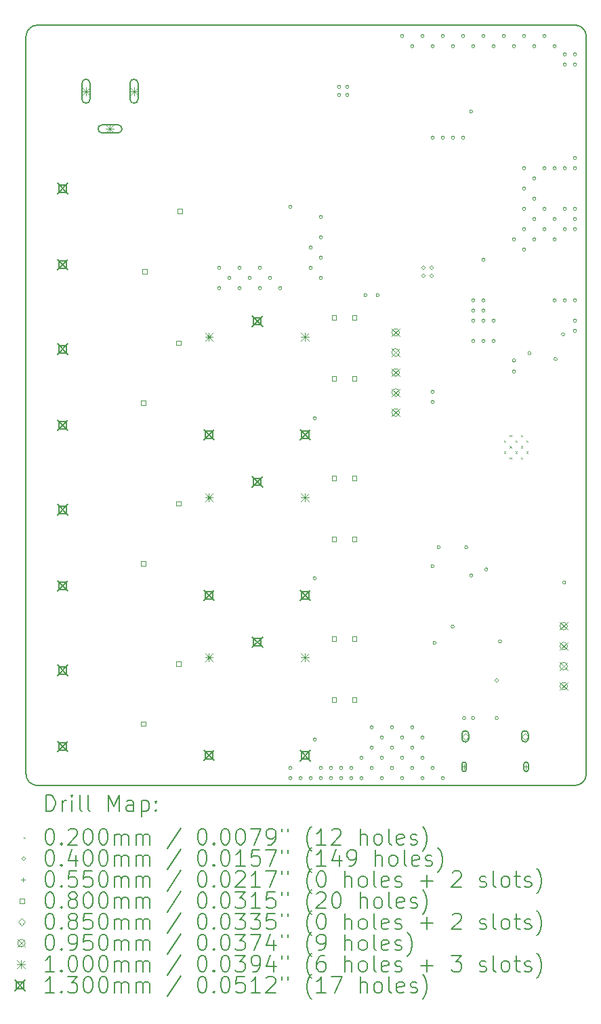
<source format=gbr>
%TF.GenerationSoftware,KiCad,Pcbnew,7.0.5*%
%TF.CreationDate,2023-07-07T20:14:55+07:00*%
%TF.ProjectId,Intership_board,496e7465-7273-4686-9970-5f626f617264,rev?*%
%TF.SameCoordinates,Original*%
%TF.FileFunction,Drillmap*%
%TF.FilePolarity,Positive*%
%FSLAX45Y45*%
G04 Gerber Fmt 4.5, Leading zero omitted, Abs format (unit mm)*
G04 Created by KiCad (PCBNEW 7.0.5) date 2023-07-07 20:14:55*
%MOMM*%
%LPD*%
G01*
G04 APERTURE LIST*
%ADD10C,0.200000*%
%ADD11C,0.020000*%
%ADD12C,0.040000*%
%ADD13C,0.055000*%
%ADD14C,0.080000*%
%ADD15C,0.085000*%
%ADD16C,0.095000*%
%ADD17C,0.100000*%
%ADD18C,0.130000*%
G04 APERTURE END LIST*
D10*
X9770661Y-14698798D02*
X3045642Y-14698798D01*
X9913620Y-5341638D02*
X9913620Y-14566718D01*
X3056339Y-5199562D02*
X9781540Y-5199562D01*
X2913562Y-14556021D02*
X2913562Y-5331642D01*
X9770661Y-14698798D02*
G75*
G03*
X9912919Y-14566718I668J141931D01*
G01*
X2913562Y-14556021D02*
G75*
G03*
X3045642Y-14698278I141931J-668D01*
G01*
X3056339Y-5199562D02*
G75*
G03*
X2914081Y-5331642I-668J-141931D01*
G01*
X9913620Y-5341638D02*
G75*
G03*
X9781540Y-5199380I-141931J668D01*
G01*
D11*
X8887700Y-10388737D02*
X8907700Y-10408737D01*
X8907700Y-10388737D02*
X8887700Y-10408737D01*
X8887700Y-10528737D02*
X8907700Y-10548737D01*
X8907700Y-10528737D02*
X8887700Y-10548737D01*
X8957700Y-10318737D02*
X8977700Y-10338737D01*
X8977700Y-10318737D02*
X8957700Y-10338737D01*
X8957700Y-10458737D02*
X8977700Y-10478737D01*
X8977700Y-10458737D02*
X8957700Y-10478737D01*
X8957700Y-10598737D02*
X8977700Y-10618737D01*
X8977700Y-10598737D02*
X8957700Y-10618737D01*
X9027700Y-10388737D02*
X9047700Y-10408737D01*
X9047700Y-10388737D02*
X9027700Y-10408737D01*
X9027700Y-10528737D02*
X9047700Y-10548737D01*
X9047700Y-10528737D02*
X9027700Y-10548737D01*
X9097700Y-10318737D02*
X9117700Y-10338737D01*
X9117700Y-10318737D02*
X9097700Y-10338737D01*
X9097700Y-10458737D02*
X9117700Y-10478737D01*
X9117700Y-10458737D02*
X9097700Y-10478737D01*
X9097700Y-10598737D02*
X9117700Y-10618737D01*
X9117700Y-10598737D02*
X9097700Y-10618737D01*
X9167700Y-10388737D02*
X9187700Y-10408737D01*
X9187700Y-10388737D02*
X9167700Y-10408737D01*
X9167700Y-10528737D02*
X9187700Y-10548737D01*
X9187700Y-10528737D02*
X9167700Y-10548737D01*
D12*
X5346600Y-8231137D02*
G75*
G03*
X5346600Y-8231137I-20000J0D01*
G01*
X5346600Y-8485137D02*
G75*
G03*
X5346600Y-8485137I-20000J0D01*
G01*
X5473600Y-8358137D02*
G75*
G03*
X5473600Y-8358137I-20000J0D01*
G01*
X5600600Y-8231137D02*
G75*
G03*
X5600600Y-8231137I-20000J0D01*
G01*
X5600600Y-8485137D02*
G75*
G03*
X5600600Y-8485137I-20000J0D01*
G01*
X5727600Y-8358137D02*
G75*
G03*
X5727600Y-8358137I-20000J0D01*
G01*
X5854600Y-8231137D02*
G75*
G03*
X5854600Y-8231137I-20000J0D01*
G01*
X5854600Y-8485137D02*
G75*
G03*
X5854600Y-8485137I-20000J0D01*
G01*
X5981600Y-8358137D02*
G75*
G03*
X5981600Y-8358137I-20000J0D01*
G01*
X6108600Y-8485137D02*
G75*
G03*
X6108600Y-8485137I-20000J0D01*
G01*
X6235600Y-7469137D02*
G75*
G03*
X6235600Y-7469137I-20000J0D01*
G01*
X6235600Y-14479537D02*
G75*
G03*
X6235600Y-14479537I-20000J0D01*
G01*
X6235600Y-14606537D02*
G75*
G03*
X6235600Y-14606537I-20000J0D01*
G01*
X6362600Y-14606537D02*
G75*
G03*
X6362600Y-14606537I-20000J0D01*
G01*
X6489600Y-7977137D02*
G75*
G03*
X6489600Y-7977137I-20000J0D01*
G01*
X6489600Y-8231137D02*
G75*
G03*
X6489600Y-8231137I-20000J0D01*
G01*
X6489600Y-14606537D02*
G75*
G03*
X6489600Y-14606537I-20000J0D01*
G01*
X6540400Y-10110737D02*
G75*
G03*
X6540400Y-10110737I-20000J0D01*
G01*
X6540400Y-12110737D02*
G75*
G03*
X6540400Y-12110737I-20000J0D01*
G01*
X6540400Y-14123937D02*
G75*
G03*
X6540400Y-14123937I-20000J0D01*
G01*
X6616600Y-7596137D02*
G75*
G03*
X6616600Y-7596137I-20000J0D01*
G01*
X6616600Y-7850137D02*
G75*
G03*
X6616600Y-7850137I-20000J0D01*
G01*
X6616600Y-8104137D02*
G75*
G03*
X6616600Y-8104137I-20000J0D01*
G01*
X6616600Y-8358137D02*
G75*
G03*
X6616600Y-8358137I-20000J0D01*
G01*
X6616600Y-14479537D02*
G75*
G03*
X6616600Y-14479537I-20000J0D01*
G01*
X6616600Y-14606537D02*
G75*
G03*
X6616600Y-14606537I-20000J0D01*
G01*
X6743600Y-14479537D02*
G75*
G03*
X6743600Y-14479537I-20000J0D01*
G01*
X6743600Y-14606537D02*
G75*
G03*
X6743600Y-14606537I-20000J0D01*
G01*
X6845200Y-5970537D02*
G75*
G03*
X6845200Y-5970537I-20000J0D01*
G01*
X6845200Y-6072137D02*
G75*
G03*
X6845200Y-6072137I-20000J0D01*
G01*
X6870600Y-14479537D02*
G75*
G03*
X6870600Y-14479537I-20000J0D01*
G01*
X6870600Y-14606537D02*
G75*
G03*
X6870600Y-14606537I-20000J0D01*
G01*
X6946800Y-5970537D02*
G75*
G03*
X6946800Y-5970537I-20000J0D01*
G01*
X6946800Y-6072137D02*
G75*
G03*
X6946800Y-6072137I-20000J0D01*
G01*
X6997600Y-14479537D02*
G75*
G03*
X6997600Y-14479537I-20000J0D01*
G01*
X6997600Y-14606537D02*
G75*
G03*
X6997600Y-14606537I-20000J0D01*
G01*
X7124600Y-14352537D02*
G75*
G03*
X7124600Y-14352537I-20000J0D01*
G01*
X7124600Y-14606537D02*
G75*
G03*
X7124600Y-14606537I-20000J0D01*
G01*
X7175400Y-8574037D02*
G75*
G03*
X7175400Y-8574037I-20000J0D01*
G01*
X7251600Y-13971537D02*
G75*
G03*
X7251600Y-13971537I-20000J0D01*
G01*
X7251600Y-14225537D02*
G75*
G03*
X7251600Y-14225537I-20000J0D01*
G01*
X7251600Y-14479537D02*
G75*
G03*
X7251600Y-14479537I-20000J0D01*
G01*
X7327800Y-8574037D02*
G75*
G03*
X7327800Y-8574037I-20000J0D01*
G01*
X7378600Y-14098537D02*
G75*
G03*
X7378600Y-14098537I-20000J0D01*
G01*
X7378600Y-14352537D02*
G75*
G03*
X7378600Y-14352537I-20000J0D01*
G01*
X7378600Y-14606537D02*
G75*
G03*
X7378600Y-14606537I-20000J0D01*
G01*
X7505600Y-13971537D02*
G75*
G03*
X7505600Y-13971537I-20000J0D01*
G01*
X7505600Y-14225537D02*
G75*
G03*
X7505600Y-14225537I-20000J0D01*
G01*
X7505600Y-14479537D02*
G75*
G03*
X7505600Y-14479537I-20000J0D01*
G01*
X7632600Y-5335537D02*
G75*
G03*
X7632600Y-5335537I-20000J0D01*
G01*
X7632600Y-14098537D02*
G75*
G03*
X7632600Y-14098537I-20000J0D01*
G01*
X7632600Y-14352537D02*
G75*
G03*
X7632600Y-14352537I-20000J0D01*
G01*
X7632600Y-14606537D02*
G75*
G03*
X7632600Y-14606537I-20000J0D01*
G01*
X7759600Y-5462537D02*
G75*
G03*
X7759600Y-5462537I-20000J0D01*
G01*
X7759600Y-13971537D02*
G75*
G03*
X7759600Y-13971537I-20000J0D01*
G01*
X7759600Y-14225537D02*
G75*
G03*
X7759600Y-14225537I-20000J0D01*
G01*
X7759600Y-14479537D02*
G75*
G03*
X7759600Y-14479537I-20000J0D01*
G01*
X7886600Y-5335537D02*
G75*
G03*
X7886600Y-5335537I-20000J0D01*
G01*
X7886600Y-14098537D02*
G75*
G03*
X7886600Y-14098537I-20000J0D01*
G01*
X7886600Y-14352537D02*
G75*
G03*
X7886600Y-14352537I-20000J0D01*
G01*
X7886600Y-14606537D02*
G75*
G03*
X7886600Y-14606537I-20000J0D01*
G01*
X7899300Y-8231137D02*
G75*
G03*
X7899300Y-8231137I-20000J0D01*
G01*
X7899300Y-8332737D02*
G75*
G03*
X7899300Y-8332737I-20000J0D01*
G01*
X8000900Y-8231137D02*
G75*
G03*
X8000900Y-8231137I-20000J0D01*
G01*
X8000900Y-8332737D02*
G75*
G03*
X8000900Y-8332737I-20000J0D01*
G01*
X8013600Y-5462537D02*
G75*
G03*
X8013600Y-5462537I-20000J0D01*
G01*
X8013600Y-6605537D02*
G75*
G03*
X8013600Y-6605537I-20000J0D01*
G01*
X8013600Y-9780537D02*
G75*
G03*
X8013600Y-9780537I-20000J0D01*
G01*
X8013600Y-9907537D02*
G75*
G03*
X8013600Y-9907537I-20000J0D01*
G01*
X8013600Y-11959277D02*
G75*
G03*
X8013600Y-11959277I-20000J0D01*
G01*
X8013600Y-14479537D02*
G75*
G03*
X8013600Y-14479537I-20000J0D01*
G01*
X8039000Y-12917437D02*
G75*
G03*
X8039000Y-12917437I-20000J0D01*
G01*
X8089800Y-11723637D02*
G75*
G03*
X8089800Y-11723637I-20000J0D01*
G01*
X8140600Y-5335537D02*
G75*
G03*
X8140600Y-5335537I-20000J0D01*
G01*
X8140600Y-6605537D02*
G75*
G03*
X8140600Y-6605537I-20000J0D01*
G01*
X8140600Y-14606537D02*
G75*
G03*
X8140600Y-14606537I-20000J0D01*
G01*
X8264480Y-12714237D02*
G75*
G03*
X8264480Y-12714237I-20000J0D01*
G01*
X8267600Y-5462537D02*
G75*
G03*
X8267600Y-5462537I-20000J0D01*
G01*
X8267600Y-6605537D02*
G75*
G03*
X8267600Y-6605537I-20000J0D01*
G01*
X8394600Y-5335537D02*
G75*
G03*
X8394600Y-5335537I-20000J0D01*
G01*
X8394600Y-6605537D02*
G75*
G03*
X8394600Y-6605537I-20000J0D01*
G01*
X8407300Y-13857237D02*
G75*
G03*
X8407300Y-13857237I-20000J0D01*
G01*
X8433762Y-11724699D02*
G75*
G03*
X8433762Y-11724699I-20000J0D01*
G01*
X8496200Y-6277877D02*
G75*
G03*
X8496200Y-6277877I-20000J0D01*
G01*
X8496200Y-12076117D02*
G75*
G03*
X8496200Y-12076117I-20000J0D01*
G01*
X8519060Y-13857237D02*
G75*
G03*
X8519060Y-13857237I-20000J0D01*
G01*
X8521600Y-5462537D02*
G75*
G03*
X8521600Y-5462537I-20000J0D01*
G01*
X8521600Y-8637537D02*
G75*
G03*
X8521600Y-8637537I-20000J0D01*
G01*
X8521600Y-8764537D02*
G75*
G03*
X8521600Y-8764537I-20000J0D01*
G01*
X8521600Y-8891537D02*
G75*
G03*
X8521600Y-8891537I-20000J0D01*
G01*
X8521600Y-9145537D02*
G75*
G03*
X8521600Y-9145537I-20000J0D01*
G01*
X8648600Y-5335537D02*
G75*
G03*
X8648600Y-5335537I-20000J0D01*
G01*
X8648600Y-8129537D02*
G75*
G03*
X8648600Y-8129537I-20000J0D01*
G01*
X8648600Y-8637537D02*
G75*
G03*
X8648600Y-8637537I-20000J0D01*
G01*
X8648600Y-8764537D02*
G75*
G03*
X8648600Y-8764537I-20000J0D01*
G01*
X8648600Y-8891537D02*
G75*
G03*
X8648600Y-8891537I-20000J0D01*
G01*
X8648600Y-9145537D02*
G75*
G03*
X8648600Y-9145537I-20000J0D01*
G01*
X8684505Y-11999917D02*
G75*
G03*
X8684505Y-11999917I-20000J0D01*
G01*
X8775600Y-5462537D02*
G75*
G03*
X8775600Y-5462537I-20000J0D01*
G01*
X8775600Y-8891537D02*
G75*
G03*
X8775600Y-8891537I-20000J0D01*
G01*
X8775600Y-9145537D02*
G75*
G03*
X8775600Y-9145537I-20000J0D01*
G01*
X8813700Y-13387337D02*
G75*
G03*
X8813700Y-13387337I-20000J0D01*
G01*
X8814762Y-13858299D02*
G75*
G03*
X8814762Y-13858299I-20000J0D01*
G01*
X8856440Y-12897117D02*
G75*
G03*
X8856440Y-12897117I-20000J0D01*
G01*
X8902600Y-5335537D02*
G75*
G03*
X8902600Y-5335537I-20000J0D01*
G01*
X9029600Y-5462537D02*
G75*
G03*
X9029600Y-5462537I-20000J0D01*
G01*
X9029600Y-7875537D02*
G75*
G03*
X9029600Y-7875537I-20000J0D01*
G01*
X9029600Y-9389957D02*
G75*
G03*
X9029600Y-9389957I-20000J0D01*
G01*
X9029600Y-9526537D02*
G75*
G03*
X9029600Y-9526537I-20000J0D01*
G01*
X9156600Y-5335537D02*
G75*
G03*
X9156600Y-5335537I-20000J0D01*
G01*
X9156600Y-6986537D02*
G75*
G03*
X9156600Y-6986537I-20000J0D01*
G01*
X9156600Y-7240537D02*
G75*
G03*
X9156600Y-7240537I-20000J0D01*
G01*
X9156600Y-7494537D02*
G75*
G03*
X9156600Y-7494537I-20000J0D01*
G01*
X9156600Y-7748537D02*
G75*
G03*
X9156600Y-7748537I-20000J0D01*
G01*
X9156600Y-8002537D02*
G75*
G03*
X9156600Y-8002537I-20000J0D01*
G01*
X9222640Y-9297937D02*
G75*
G03*
X9222640Y-9297937I-20000J0D01*
G01*
X9283600Y-5462537D02*
G75*
G03*
X9283600Y-5462537I-20000J0D01*
G01*
X9283600Y-7113537D02*
G75*
G03*
X9283600Y-7113537I-20000J0D01*
G01*
X9283600Y-7367537D02*
G75*
G03*
X9283600Y-7367537I-20000J0D01*
G01*
X9283600Y-7621537D02*
G75*
G03*
X9283600Y-7621537I-20000J0D01*
G01*
X9283600Y-7875537D02*
G75*
G03*
X9283600Y-7875537I-20000J0D01*
G01*
X9410600Y-5335537D02*
G75*
G03*
X9410600Y-5335537I-20000J0D01*
G01*
X9410600Y-6986537D02*
G75*
G03*
X9410600Y-6986537I-20000J0D01*
G01*
X9410600Y-7494537D02*
G75*
G03*
X9410600Y-7494537I-20000J0D01*
G01*
X9410600Y-7748537D02*
G75*
G03*
X9410600Y-7748537I-20000J0D01*
G01*
X9537600Y-5462537D02*
G75*
G03*
X9537600Y-5462537I-20000J0D01*
G01*
X9537600Y-6986537D02*
G75*
G03*
X9537600Y-6986537I-20000J0D01*
G01*
X9537600Y-7621537D02*
G75*
G03*
X9537600Y-7621537I-20000J0D01*
G01*
X9537600Y-7875537D02*
G75*
G03*
X9537600Y-7875537I-20000J0D01*
G01*
X9537600Y-8637537D02*
G75*
G03*
X9537600Y-8637537I-20000J0D01*
G01*
X9550300Y-9371597D02*
G75*
G03*
X9550300Y-9371597I-20000J0D01*
G01*
X9644280Y-9061717D02*
G75*
G03*
X9644280Y-9061717I-20000J0D01*
G01*
X9657000Y-12163037D02*
G75*
G03*
X9657000Y-12163037I-20000J0D01*
G01*
X9664600Y-5564137D02*
G75*
G03*
X9664600Y-5564137I-20000J0D01*
G01*
X9664600Y-5691137D02*
G75*
G03*
X9664600Y-5691137I-20000J0D01*
G01*
X9664600Y-6986537D02*
G75*
G03*
X9664600Y-6986537I-20000J0D01*
G01*
X9664600Y-7494537D02*
G75*
G03*
X9664600Y-7494537I-20000J0D01*
G01*
X9664600Y-7748537D02*
G75*
G03*
X9664600Y-7748537I-20000J0D01*
G01*
X9664600Y-8637537D02*
G75*
G03*
X9664600Y-8637537I-20000J0D01*
G01*
X9791600Y-5564137D02*
G75*
G03*
X9791600Y-5564137I-20000J0D01*
G01*
X9791600Y-5691137D02*
G75*
G03*
X9791600Y-5691137I-20000J0D01*
G01*
X9791600Y-6859537D02*
G75*
G03*
X9791600Y-6859537I-20000J0D01*
G01*
X9791600Y-6986537D02*
G75*
G03*
X9791600Y-6986537I-20000J0D01*
G01*
X9791600Y-7494537D02*
G75*
G03*
X9791600Y-7494537I-20000J0D01*
G01*
X9791600Y-7621537D02*
G75*
G03*
X9791600Y-7621537I-20000J0D01*
G01*
X9791600Y-7748537D02*
G75*
G03*
X9791600Y-7748537I-20000J0D01*
G01*
X9791600Y-8637537D02*
G75*
G03*
X9791600Y-8637537I-20000J0D01*
G01*
X9791600Y-8891537D02*
G75*
G03*
X9791600Y-8891537I-20000J0D01*
G01*
X9791600Y-9018537D02*
G75*
G03*
X9791600Y-9018537I-20000J0D01*
G01*
D13*
X8387000Y-14438037D02*
X8387000Y-14493037D01*
X8359500Y-14465537D02*
X8414500Y-14465537D01*
D10*
X8359500Y-14433037D02*
X8359500Y-14498037D01*
X8359500Y-14498037D02*
G75*
G03*
X8414500Y-14498037I27500J0D01*
G01*
X8414500Y-14498037D02*
X8414500Y-14433037D01*
X8414500Y-14433037D02*
G75*
G03*
X8359500Y-14433037I-27500J0D01*
G01*
D13*
X9162000Y-14438037D02*
X9162000Y-14493037D01*
X9134500Y-14465537D02*
X9189500Y-14465537D01*
D10*
X9134500Y-14433037D02*
X9134500Y-14498037D01*
X9134500Y-14498037D02*
G75*
G03*
X9189500Y-14498037I27500J0D01*
G01*
X9189500Y-14498037D02*
X9189500Y-14433037D01*
X9189500Y-14433037D02*
G75*
G03*
X9134500Y-14433037I-27500J0D01*
G01*
D14*
X4406885Y-9949221D02*
X4406885Y-9892652D01*
X4350316Y-9892652D01*
X4350316Y-9949221D01*
X4406885Y-9949221D01*
X4406885Y-11955821D02*
X4406885Y-11899252D01*
X4350316Y-11899252D01*
X4350316Y-11955821D01*
X4406885Y-11955821D01*
X4406885Y-13955721D02*
X4406885Y-13899152D01*
X4350316Y-13899152D01*
X4350316Y-13955721D01*
X4406885Y-13955721D01*
X4423685Y-8302921D02*
X4423685Y-8246352D01*
X4367116Y-8246352D01*
X4367116Y-8302921D01*
X4423685Y-8302921D01*
X4846885Y-9199221D02*
X4846885Y-9142652D01*
X4790316Y-9142652D01*
X4790316Y-9199221D01*
X4846885Y-9199221D01*
X4846885Y-11205821D02*
X4846885Y-11149252D01*
X4790316Y-11149252D01*
X4790316Y-11205821D01*
X4846885Y-11205821D01*
X4846885Y-13205721D02*
X4846885Y-13149152D01*
X4790316Y-13149152D01*
X4790316Y-13205721D01*
X4846885Y-13205721D01*
X4863685Y-7552921D02*
X4863685Y-7496352D01*
X4807116Y-7496352D01*
X4807116Y-7552921D01*
X4863685Y-7552921D01*
X6789484Y-8880721D02*
X6789484Y-8824152D01*
X6732915Y-8824152D01*
X6732915Y-8880721D01*
X6789484Y-8880721D01*
X6789484Y-9642721D02*
X6789484Y-9586152D01*
X6732915Y-9586152D01*
X6732915Y-9642721D01*
X6789484Y-9642721D01*
X6789484Y-10887321D02*
X6789484Y-10830752D01*
X6732915Y-10830752D01*
X6732915Y-10887321D01*
X6789484Y-10887321D01*
X6789484Y-11649321D02*
X6789484Y-11592752D01*
X6732915Y-11592752D01*
X6732915Y-11649321D01*
X6789484Y-11649321D01*
X6789484Y-12893921D02*
X6789484Y-12837352D01*
X6732915Y-12837352D01*
X6732915Y-12893921D01*
X6789484Y-12893921D01*
X6789484Y-13655921D02*
X6789484Y-13599352D01*
X6732915Y-13599352D01*
X6732915Y-13655921D01*
X6789484Y-13655921D01*
X7043484Y-8880721D02*
X7043484Y-8824152D01*
X6986915Y-8824152D01*
X6986915Y-8880721D01*
X7043484Y-8880721D01*
X7043484Y-9642721D02*
X7043484Y-9586152D01*
X6986915Y-9586152D01*
X6986915Y-9642721D01*
X7043484Y-9642721D01*
X7043484Y-10887321D02*
X7043484Y-10830752D01*
X6986915Y-10830752D01*
X6986915Y-10887321D01*
X7043484Y-10887321D01*
X7043484Y-11649321D02*
X7043484Y-11592752D01*
X6986915Y-11592752D01*
X6986915Y-11649321D01*
X7043484Y-11649321D01*
X7043484Y-12893921D02*
X7043484Y-12837352D01*
X6986915Y-12837352D01*
X6986915Y-12893921D01*
X7043484Y-12893921D01*
X7043484Y-13655921D02*
X7043484Y-13599352D01*
X6986915Y-13599352D01*
X6986915Y-13655921D01*
X7043484Y-13655921D01*
D15*
X8402000Y-14128037D02*
X8444500Y-14085537D01*
X8402000Y-14043037D01*
X8359500Y-14085537D01*
X8402000Y-14128037D01*
D10*
X8359500Y-14058037D02*
X8359500Y-14113037D01*
X8359500Y-14113037D02*
G75*
G03*
X8444500Y-14113037I42500J0D01*
G01*
X8444500Y-14113037D02*
X8444500Y-14058037D01*
X8444500Y-14058037D02*
G75*
G03*
X8359500Y-14058037I-42500J0D01*
G01*
D15*
X9147000Y-14128037D02*
X9189500Y-14085537D01*
X9147000Y-14043037D01*
X9104500Y-14085537D01*
X9147000Y-14128037D01*
D10*
X9104500Y-14058037D02*
X9104500Y-14113037D01*
X9104500Y-14113037D02*
G75*
G03*
X9189500Y-14113037I42500J0D01*
G01*
X9189500Y-14113037D02*
X9189500Y-14058037D01*
X9189500Y-14058037D02*
G75*
G03*
X9104500Y-14058037I-42500J0D01*
G01*
D16*
X7484300Y-8991737D02*
X7579300Y-9086737D01*
X7579300Y-8991737D02*
X7484300Y-9086737D01*
X7579300Y-9039237D02*
G75*
G03*
X7579300Y-9039237I-47500J0D01*
G01*
X7484300Y-9241737D02*
X7579300Y-9336737D01*
X7579300Y-9241737D02*
X7484300Y-9336737D01*
X7579300Y-9289237D02*
G75*
G03*
X7579300Y-9289237I-47500J0D01*
G01*
X7484300Y-9491737D02*
X7579300Y-9586737D01*
X7579300Y-9491737D02*
X7484300Y-9586737D01*
X7579300Y-9539237D02*
G75*
G03*
X7579300Y-9539237I-47500J0D01*
G01*
X7484300Y-9741737D02*
X7579300Y-9836737D01*
X7579300Y-9741737D02*
X7484300Y-9836737D01*
X7579300Y-9789237D02*
G75*
G03*
X7579300Y-9789237I-47500J0D01*
G01*
X7484300Y-9991737D02*
X7579300Y-10086737D01*
X7579300Y-9991737D02*
X7484300Y-10086737D01*
X7579300Y-10039237D02*
G75*
G03*
X7579300Y-10039237I-47500J0D01*
G01*
X9584400Y-12660737D02*
X9679400Y-12755737D01*
X9679400Y-12660737D02*
X9584400Y-12755737D01*
X9679400Y-12708237D02*
G75*
G03*
X9679400Y-12708237I-47500J0D01*
G01*
X9584400Y-12910737D02*
X9679400Y-13005737D01*
X9679400Y-12910737D02*
X9584400Y-13005737D01*
X9679400Y-12958237D02*
G75*
G03*
X9679400Y-12958237I-47500J0D01*
G01*
X9584400Y-13160737D02*
X9679400Y-13255737D01*
X9679400Y-13160737D02*
X9584400Y-13255737D01*
X9679400Y-13208237D02*
G75*
G03*
X9679400Y-13208237I-47500J0D01*
G01*
X9584400Y-13410737D02*
X9679400Y-13505737D01*
X9679400Y-13410737D02*
X9584400Y-13505737D01*
X9679400Y-13458237D02*
G75*
G03*
X9679400Y-13458237I-47500J0D01*
G01*
D17*
X3612900Y-5975887D02*
X3712900Y-6075887D01*
X3712900Y-5975887D02*
X3612900Y-6075887D01*
X3662900Y-5975887D02*
X3662900Y-6075887D01*
X3612900Y-6025887D02*
X3712900Y-6025887D01*
D10*
X3612900Y-5925887D02*
X3612900Y-6125887D01*
X3612900Y-6125887D02*
G75*
G03*
X3712900Y-6125887I50000J0D01*
G01*
X3712900Y-6125887D02*
X3712900Y-5925887D01*
X3712900Y-5925887D02*
G75*
G03*
X3612900Y-5925887I-50000J0D01*
G01*
D17*
X3912900Y-6445887D02*
X4012900Y-6545887D01*
X4012900Y-6445887D02*
X3912900Y-6545887D01*
X3962900Y-6445887D02*
X3962900Y-6545887D01*
X3912900Y-6495887D02*
X4012900Y-6495887D01*
D10*
X3862900Y-6545887D02*
X4062900Y-6545887D01*
X4062900Y-6545887D02*
G75*
G03*
X4062900Y-6445887I0J50000D01*
G01*
X4062900Y-6445887D02*
X3862900Y-6445887D01*
X3862900Y-6445887D02*
G75*
G03*
X3862900Y-6545887I0J-50000D01*
G01*
D17*
X4212900Y-5975887D02*
X4312900Y-6075887D01*
X4312900Y-5975887D02*
X4212900Y-6075887D01*
X4262900Y-5975887D02*
X4262900Y-6075887D01*
X4212900Y-6025887D02*
X4312900Y-6025887D01*
D10*
X4212900Y-5925887D02*
X4212900Y-6125887D01*
X4212900Y-6125887D02*
G75*
G03*
X4312900Y-6125887I50000J0D01*
G01*
X4312900Y-6125887D02*
X4312900Y-5925887D01*
X4312900Y-5925887D02*
G75*
G03*
X4212900Y-5925887I-50000J0D01*
G01*
D17*
X5149600Y-9044737D02*
X5249600Y-9144737D01*
X5249600Y-9044737D02*
X5149600Y-9144737D01*
X5199600Y-9044737D02*
X5199600Y-9144737D01*
X5149600Y-9094737D02*
X5249600Y-9094737D01*
X5149600Y-11051337D02*
X5249600Y-11151337D01*
X5249600Y-11051337D02*
X5149600Y-11151337D01*
X5199600Y-11051337D02*
X5199600Y-11151337D01*
X5149600Y-11101337D02*
X5249600Y-11101337D01*
X5149600Y-13050637D02*
X5249600Y-13150637D01*
X5249600Y-13050637D02*
X5149600Y-13150637D01*
X5199600Y-13050637D02*
X5199600Y-13150637D01*
X5149600Y-13100637D02*
X5249600Y-13100637D01*
X6349600Y-9044737D02*
X6449600Y-9144737D01*
X6449600Y-9044737D02*
X6349600Y-9144737D01*
X6399600Y-9044737D02*
X6399600Y-9144737D01*
X6349600Y-9094737D02*
X6449600Y-9094737D01*
X6349600Y-11051337D02*
X6449600Y-11151337D01*
X6449600Y-11051337D02*
X6349600Y-11151337D01*
X6399600Y-11051337D02*
X6399600Y-11151337D01*
X6349600Y-11101337D02*
X6449600Y-11101337D01*
X6349600Y-13050637D02*
X6449600Y-13150637D01*
X6449600Y-13050637D02*
X6349600Y-13150637D01*
X6399600Y-13050637D02*
X6399600Y-13150637D01*
X6349600Y-13100637D02*
X6449600Y-13100637D01*
D18*
X3305800Y-7176037D02*
X3435800Y-7306037D01*
X3435800Y-7176037D02*
X3305800Y-7306037D01*
X3416762Y-7286999D02*
X3416762Y-7195074D01*
X3324838Y-7195074D01*
X3324838Y-7286999D01*
X3416762Y-7286999D01*
X3305800Y-8128037D02*
X3435800Y-8258037D01*
X3435800Y-8128037D02*
X3305800Y-8258037D01*
X3416762Y-8238999D02*
X3416762Y-8147074D01*
X3324838Y-8147074D01*
X3324838Y-8238999D01*
X3416762Y-8238999D01*
X3305800Y-9182637D02*
X3435800Y-9312637D01*
X3435800Y-9182637D02*
X3305800Y-9312637D01*
X3416762Y-9293599D02*
X3416762Y-9201674D01*
X3324838Y-9201674D01*
X3324838Y-9293599D01*
X3416762Y-9293599D01*
X3305800Y-10134637D02*
X3435800Y-10264637D01*
X3435800Y-10134637D02*
X3305800Y-10264637D01*
X3416762Y-10245599D02*
X3416762Y-10153674D01*
X3324838Y-10153674D01*
X3324838Y-10245599D01*
X3416762Y-10245599D01*
X3305800Y-11189237D02*
X3435800Y-11319237D01*
X3435800Y-11189237D02*
X3305800Y-11319237D01*
X3416762Y-11300199D02*
X3416762Y-11208274D01*
X3324838Y-11208274D01*
X3324838Y-11300199D01*
X3416762Y-11300199D01*
X3305800Y-12141237D02*
X3435800Y-12271237D01*
X3435800Y-12141237D02*
X3305800Y-12271237D01*
X3416762Y-12252199D02*
X3416762Y-12160274D01*
X3324838Y-12160274D01*
X3324838Y-12252199D01*
X3416762Y-12252199D01*
X3305800Y-13195837D02*
X3435800Y-13325837D01*
X3435800Y-13195837D02*
X3305800Y-13325837D01*
X3416762Y-13306799D02*
X3416762Y-13214874D01*
X3324838Y-13214874D01*
X3324838Y-13306799D01*
X3416762Y-13306799D01*
X3305800Y-14147837D02*
X3435800Y-14277837D01*
X3435800Y-14147837D02*
X3305800Y-14277837D01*
X3416762Y-14258799D02*
X3416762Y-14166874D01*
X3324838Y-14166874D01*
X3324838Y-14258799D01*
X3416762Y-14258799D01*
X5134600Y-10249737D02*
X5264600Y-10379737D01*
X5264600Y-10249737D02*
X5134600Y-10379737D01*
X5245562Y-10360699D02*
X5245562Y-10268774D01*
X5153638Y-10268774D01*
X5153638Y-10360699D01*
X5245562Y-10360699D01*
X5134600Y-12256337D02*
X5264600Y-12386337D01*
X5264600Y-12256337D02*
X5134600Y-12386337D01*
X5245562Y-12367299D02*
X5245562Y-12275374D01*
X5153638Y-12275374D01*
X5153638Y-12367299D01*
X5245562Y-12367299D01*
X5134600Y-14255637D02*
X5264600Y-14385637D01*
X5264600Y-14255637D02*
X5134600Y-14385637D01*
X5245562Y-14366599D02*
X5245562Y-14274674D01*
X5153638Y-14274674D01*
X5153638Y-14366599D01*
X5245562Y-14366599D01*
X5739600Y-8834737D02*
X5869600Y-8964737D01*
X5869600Y-8834737D02*
X5739600Y-8964737D01*
X5850562Y-8945699D02*
X5850562Y-8853774D01*
X5758638Y-8853774D01*
X5758638Y-8945699D01*
X5850562Y-8945699D01*
X5739600Y-10841337D02*
X5869600Y-10971337D01*
X5869600Y-10841337D02*
X5739600Y-10971337D01*
X5850562Y-10952299D02*
X5850562Y-10860374D01*
X5758638Y-10860374D01*
X5758638Y-10952299D01*
X5850562Y-10952299D01*
X5739600Y-12840637D02*
X5869600Y-12970637D01*
X5869600Y-12840637D02*
X5739600Y-12970637D01*
X5850562Y-12951599D02*
X5850562Y-12859674D01*
X5758638Y-12859674D01*
X5758638Y-12951599D01*
X5850562Y-12951599D01*
X6339600Y-10254737D02*
X6469600Y-10384737D01*
X6469600Y-10254737D02*
X6339600Y-10384737D01*
X6450562Y-10365699D02*
X6450562Y-10273774D01*
X6358638Y-10273774D01*
X6358638Y-10365699D01*
X6450562Y-10365699D01*
X6339600Y-12261337D02*
X6469600Y-12391337D01*
X6469600Y-12261337D02*
X6339600Y-12391337D01*
X6450562Y-12372299D02*
X6450562Y-12280374D01*
X6358638Y-12280374D01*
X6358638Y-12372299D01*
X6450562Y-12372299D01*
X6339600Y-14260637D02*
X6469600Y-14390637D01*
X6469600Y-14260637D02*
X6339600Y-14390637D01*
X6450562Y-14371599D02*
X6450562Y-14279674D01*
X6358638Y-14279674D01*
X6358638Y-14371599D01*
X6450562Y-14371599D01*
D10*
X3164337Y-15020283D02*
X3164337Y-14820283D01*
X3164337Y-14820283D02*
X3211956Y-14820283D01*
X3211956Y-14820283D02*
X3240528Y-14829807D01*
X3240528Y-14829807D02*
X3259576Y-14848854D01*
X3259576Y-14848854D02*
X3269099Y-14867902D01*
X3269099Y-14867902D02*
X3278623Y-14905997D01*
X3278623Y-14905997D02*
X3278623Y-14934569D01*
X3278623Y-14934569D02*
X3269099Y-14972664D01*
X3269099Y-14972664D02*
X3259576Y-14991712D01*
X3259576Y-14991712D02*
X3240528Y-15010759D01*
X3240528Y-15010759D02*
X3211956Y-15020283D01*
X3211956Y-15020283D02*
X3164337Y-15020283D01*
X3364337Y-15020283D02*
X3364337Y-14886950D01*
X3364337Y-14925045D02*
X3373861Y-14905997D01*
X3373861Y-14905997D02*
X3383385Y-14896473D01*
X3383385Y-14896473D02*
X3402433Y-14886950D01*
X3402433Y-14886950D02*
X3421480Y-14886950D01*
X3488147Y-15020283D02*
X3488147Y-14886950D01*
X3488147Y-14820283D02*
X3478623Y-14829807D01*
X3478623Y-14829807D02*
X3488147Y-14839331D01*
X3488147Y-14839331D02*
X3497671Y-14829807D01*
X3497671Y-14829807D02*
X3488147Y-14820283D01*
X3488147Y-14820283D02*
X3488147Y-14839331D01*
X3611956Y-15020283D02*
X3592909Y-15010759D01*
X3592909Y-15010759D02*
X3583385Y-14991712D01*
X3583385Y-14991712D02*
X3583385Y-14820283D01*
X3716718Y-15020283D02*
X3697671Y-15010759D01*
X3697671Y-15010759D02*
X3688147Y-14991712D01*
X3688147Y-14991712D02*
X3688147Y-14820283D01*
X3945290Y-15020283D02*
X3945290Y-14820283D01*
X3945290Y-14820283D02*
X4011957Y-14963140D01*
X4011957Y-14963140D02*
X4078623Y-14820283D01*
X4078623Y-14820283D02*
X4078623Y-15020283D01*
X4259576Y-15020283D02*
X4259576Y-14915521D01*
X4259576Y-14915521D02*
X4250052Y-14896473D01*
X4250052Y-14896473D02*
X4231004Y-14886950D01*
X4231004Y-14886950D02*
X4192909Y-14886950D01*
X4192909Y-14886950D02*
X4173861Y-14896473D01*
X4259576Y-15010759D02*
X4240528Y-15020283D01*
X4240528Y-15020283D02*
X4192909Y-15020283D01*
X4192909Y-15020283D02*
X4173861Y-15010759D01*
X4173861Y-15010759D02*
X4164337Y-14991712D01*
X4164337Y-14991712D02*
X4164337Y-14972664D01*
X4164337Y-14972664D02*
X4173861Y-14953616D01*
X4173861Y-14953616D02*
X4192909Y-14944093D01*
X4192909Y-14944093D02*
X4240528Y-14944093D01*
X4240528Y-14944093D02*
X4259576Y-14934569D01*
X4354814Y-14886950D02*
X4354814Y-15086950D01*
X4354814Y-14896473D02*
X4373861Y-14886950D01*
X4373861Y-14886950D02*
X4411957Y-14886950D01*
X4411957Y-14886950D02*
X4431004Y-14896473D01*
X4431004Y-14896473D02*
X4440528Y-14905997D01*
X4440528Y-14905997D02*
X4450052Y-14925045D01*
X4450052Y-14925045D02*
X4450052Y-14982188D01*
X4450052Y-14982188D02*
X4440528Y-15001235D01*
X4440528Y-15001235D02*
X4431004Y-15010759D01*
X4431004Y-15010759D02*
X4411957Y-15020283D01*
X4411957Y-15020283D02*
X4373861Y-15020283D01*
X4373861Y-15020283D02*
X4354814Y-15010759D01*
X4535766Y-15001235D02*
X4545290Y-15010759D01*
X4545290Y-15010759D02*
X4535766Y-15020283D01*
X4535766Y-15020283D02*
X4526242Y-15010759D01*
X4526242Y-15010759D02*
X4535766Y-15001235D01*
X4535766Y-15001235D02*
X4535766Y-15020283D01*
X4535766Y-14896473D02*
X4545290Y-14905997D01*
X4545290Y-14905997D02*
X4535766Y-14915521D01*
X4535766Y-14915521D02*
X4526242Y-14905997D01*
X4526242Y-14905997D02*
X4535766Y-14896473D01*
X4535766Y-14896473D02*
X4535766Y-14915521D01*
D11*
X2883561Y-15338799D02*
X2903561Y-15358799D01*
X2903561Y-15338799D02*
X2883561Y-15358799D01*
D10*
X3202433Y-15240283D02*
X3221480Y-15240283D01*
X3221480Y-15240283D02*
X3240528Y-15249807D01*
X3240528Y-15249807D02*
X3250052Y-15259331D01*
X3250052Y-15259331D02*
X3259576Y-15278378D01*
X3259576Y-15278378D02*
X3269099Y-15316473D01*
X3269099Y-15316473D02*
X3269099Y-15364093D01*
X3269099Y-15364093D02*
X3259576Y-15402188D01*
X3259576Y-15402188D02*
X3250052Y-15421235D01*
X3250052Y-15421235D02*
X3240528Y-15430759D01*
X3240528Y-15430759D02*
X3221480Y-15440283D01*
X3221480Y-15440283D02*
X3202433Y-15440283D01*
X3202433Y-15440283D02*
X3183385Y-15430759D01*
X3183385Y-15430759D02*
X3173861Y-15421235D01*
X3173861Y-15421235D02*
X3164337Y-15402188D01*
X3164337Y-15402188D02*
X3154814Y-15364093D01*
X3154814Y-15364093D02*
X3154814Y-15316473D01*
X3154814Y-15316473D02*
X3164337Y-15278378D01*
X3164337Y-15278378D02*
X3173861Y-15259331D01*
X3173861Y-15259331D02*
X3183385Y-15249807D01*
X3183385Y-15249807D02*
X3202433Y-15240283D01*
X3354814Y-15421235D02*
X3364337Y-15430759D01*
X3364337Y-15430759D02*
X3354814Y-15440283D01*
X3354814Y-15440283D02*
X3345290Y-15430759D01*
X3345290Y-15430759D02*
X3354814Y-15421235D01*
X3354814Y-15421235D02*
X3354814Y-15440283D01*
X3440528Y-15259331D02*
X3450052Y-15249807D01*
X3450052Y-15249807D02*
X3469099Y-15240283D01*
X3469099Y-15240283D02*
X3516718Y-15240283D01*
X3516718Y-15240283D02*
X3535766Y-15249807D01*
X3535766Y-15249807D02*
X3545290Y-15259331D01*
X3545290Y-15259331D02*
X3554814Y-15278378D01*
X3554814Y-15278378D02*
X3554814Y-15297426D01*
X3554814Y-15297426D02*
X3545290Y-15325997D01*
X3545290Y-15325997D02*
X3431004Y-15440283D01*
X3431004Y-15440283D02*
X3554814Y-15440283D01*
X3678623Y-15240283D02*
X3697671Y-15240283D01*
X3697671Y-15240283D02*
X3716718Y-15249807D01*
X3716718Y-15249807D02*
X3726242Y-15259331D01*
X3726242Y-15259331D02*
X3735766Y-15278378D01*
X3735766Y-15278378D02*
X3745290Y-15316473D01*
X3745290Y-15316473D02*
X3745290Y-15364093D01*
X3745290Y-15364093D02*
X3735766Y-15402188D01*
X3735766Y-15402188D02*
X3726242Y-15421235D01*
X3726242Y-15421235D02*
X3716718Y-15430759D01*
X3716718Y-15430759D02*
X3697671Y-15440283D01*
X3697671Y-15440283D02*
X3678623Y-15440283D01*
X3678623Y-15440283D02*
X3659576Y-15430759D01*
X3659576Y-15430759D02*
X3650052Y-15421235D01*
X3650052Y-15421235D02*
X3640528Y-15402188D01*
X3640528Y-15402188D02*
X3631004Y-15364093D01*
X3631004Y-15364093D02*
X3631004Y-15316473D01*
X3631004Y-15316473D02*
X3640528Y-15278378D01*
X3640528Y-15278378D02*
X3650052Y-15259331D01*
X3650052Y-15259331D02*
X3659576Y-15249807D01*
X3659576Y-15249807D02*
X3678623Y-15240283D01*
X3869099Y-15240283D02*
X3888147Y-15240283D01*
X3888147Y-15240283D02*
X3907195Y-15249807D01*
X3907195Y-15249807D02*
X3916718Y-15259331D01*
X3916718Y-15259331D02*
X3926242Y-15278378D01*
X3926242Y-15278378D02*
X3935766Y-15316473D01*
X3935766Y-15316473D02*
X3935766Y-15364093D01*
X3935766Y-15364093D02*
X3926242Y-15402188D01*
X3926242Y-15402188D02*
X3916718Y-15421235D01*
X3916718Y-15421235D02*
X3907195Y-15430759D01*
X3907195Y-15430759D02*
X3888147Y-15440283D01*
X3888147Y-15440283D02*
X3869099Y-15440283D01*
X3869099Y-15440283D02*
X3850052Y-15430759D01*
X3850052Y-15430759D02*
X3840528Y-15421235D01*
X3840528Y-15421235D02*
X3831004Y-15402188D01*
X3831004Y-15402188D02*
X3821480Y-15364093D01*
X3821480Y-15364093D02*
X3821480Y-15316473D01*
X3821480Y-15316473D02*
X3831004Y-15278378D01*
X3831004Y-15278378D02*
X3840528Y-15259331D01*
X3840528Y-15259331D02*
X3850052Y-15249807D01*
X3850052Y-15249807D02*
X3869099Y-15240283D01*
X4021480Y-15440283D02*
X4021480Y-15306950D01*
X4021480Y-15325997D02*
X4031004Y-15316473D01*
X4031004Y-15316473D02*
X4050052Y-15306950D01*
X4050052Y-15306950D02*
X4078623Y-15306950D01*
X4078623Y-15306950D02*
X4097671Y-15316473D01*
X4097671Y-15316473D02*
X4107195Y-15335521D01*
X4107195Y-15335521D02*
X4107195Y-15440283D01*
X4107195Y-15335521D02*
X4116718Y-15316473D01*
X4116718Y-15316473D02*
X4135766Y-15306950D01*
X4135766Y-15306950D02*
X4164337Y-15306950D01*
X4164337Y-15306950D02*
X4183385Y-15316473D01*
X4183385Y-15316473D02*
X4192909Y-15335521D01*
X4192909Y-15335521D02*
X4192909Y-15440283D01*
X4288147Y-15440283D02*
X4288147Y-15306950D01*
X4288147Y-15325997D02*
X4297671Y-15316473D01*
X4297671Y-15316473D02*
X4316719Y-15306950D01*
X4316719Y-15306950D02*
X4345290Y-15306950D01*
X4345290Y-15306950D02*
X4364338Y-15316473D01*
X4364338Y-15316473D02*
X4373861Y-15335521D01*
X4373861Y-15335521D02*
X4373861Y-15440283D01*
X4373861Y-15335521D02*
X4383385Y-15316473D01*
X4383385Y-15316473D02*
X4402433Y-15306950D01*
X4402433Y-15306950D02*
X4431004Y-15306950D01*
X4431004Y-15306950D02*
X4450052Y-15316473D01*
X4450052Y-15316473D02*
X4459576Y-15335521D01*
X4459576Y-15335521D02*
X4459576Y-15440283D01*
X4850052Y-15230759D02*
X4678623Y-15487902D01*
X5107195Y-15240283D02*
X5126243Y-15240283D01*
X5126243Y-15240283D02*
X5145290Y-15249807D01*
X5145290Y-15249807D02*
X5154814Y-15259331D01*
X5154814Y-15259331D02*
X5164338Y-15278378D01*
X5164338Y-15278378D02*
X5173862Y-15316473D01*
X5173862Y-15316473D02*
X5173862Y-15364093D01*
X5173862Y-15364093D02*
X5164338Y-15402188D01*
X5164338Y-15402188D02*
X5154814Y-15421235D01*
X5154814Y-15421235D02*
X5145290Y-15430759D01*
X5145290Y-15430759D02*
X5126243Y-15440283D01*
X5126243Y-15440283D02*
X5107195Y-15440283D01*
X5107195Y-15440283D02*
X5088147Y-15430759D01*
X5088147Y-15430759D02*
X5078623Y-15421235D01*
X5078623Y-15421235D02*
X5069100Y-15402188D01*
X5069100Y-15402188D02*
X5059576Y-15364093D01*
X5059576Y-15364093D02*
X5059576Y-15316473D01*
X5059576Y-15316473D02*
X5069100Y-15278378D01*
X5069100Y-15278378D02*
X5078623Y-15259331D01*
X5078623Y-15259331D02*
X5088147Y-15249807D01*
X5088147Y-15249807D02*
X5107195Y-15240283D01*
X5259576Y-15421235D02*
X5269100Y-15430759D01*
X5269100Y-15430759D02*
X5259576Y-15440283D01*
X5259576Y-15440283D02*
X5250052Y-15430759D01*
X5250052Y-15430759D02*
X5259576Y-15421235D01*
X5259576Y-15421235D02*
X5259576Y-15440283D01*
X5392909Y-15240283D02*
X5411957Y-15240283D01*
X5411957Y-15240283D02*
X5431004Y-15249807D01*
X5431004Y-15249807D02*
X5440528Y-15259331D01*
X5440528Y-15259331D02*
X5450052Y-15278378D01*
X5450052Y-15278378D02*
X5459576Y-15316473D01*
X5459576Y-15316473D02*
X5459576Y-15364093D01*
X5459576Y-15364093D02*
X5450052Y-15402188D01*
X5450052Y-15402188D02*
X5440528Y-15421235D01*
X5440528Y-15421235D02*
X5431004Y-15430759D01*
X5431004Y-15430759D02*
X5411957Y-15440283D01*
X5411957Y-15440283D02*
X5392909Y-15440283D01*
X5392909Y-15440283D02*
X5373862Y-15430759D01*
X5373862Y-15430759D02*
X5364338Y-15421235D01*
X5364338Y-15421235D02*
X5354814Y-15402188D01*
X5354814Y-15402188D02*
X5345290Y-15364093D01*
X5345290Y-15364093D02*
X5345290Y-15316473D01*
X5345290Y-15316473D02*
X5354814Y-15278378D01*
X5354814Y-15278378D02*
X5364338Y-15259331D01*
X5364338Y-15259331D02*
X5373862Y-15249807D01*
X5373862Y-15249807D02*
X5392909Y-15240283D01*
X5583385Y-15240283D02*
X5602433Y-15240283D01*
X5602433Y-15240283D02*
X5621481Y-15249807D01*
X5621481Y-15249807D02*
X5631004Y-15259331D01*
X5631004Y-15259331D02*
X5640528Y-15278378D01*
X5640528Y-15278378D02*
X5650052Y-15316473D01*
X5650052Y-15316473D02*
X5650052Y-15364093D01*
X5650052Y-15364093D02*
X5640528Y-15402188D01*
X5640528Y-15402188D02*
X5631004Y-15421235D01*
X5631004Y-15421235D02*
X5621481Y-15430759D01*
X5621481Y-15430759D02*
X5602433Y-15440283D01*
X5602433Y-15440283D02*
X5583385Y-15440283D01*
X5583385Y-15440283D02*
X5564338Y-15430759D01*
X5564338Y-15430759D02*
X5554814Y-15421235D01*
X5554814Y-15421235D02*
X5545290Y-15402188D01*
X5545290Y-15402188D02*
X5535766Y-15364093D01*
X5535766Y-15364093D02*
X5535766Y-15316473D01*
X5535766Y-15316473D02*
X5545290Y-15278378D01*
X5545290Y-15278378D02*
X5554814Y-15259331D01*
X5554814Y-15259331D02*
X5564338Y-15249807D01*
X5564338Y-15249807D02*
X5583385Y-15240283D01*
X5716719Y-15240283D02*
X5850052Y-15240283D01*
X5850052Y-15240283D02*
X5764338Y-15440283D01*
X5935766Y-15440283D02*
X5973861Y-15440283D01*
X5973861Y-15440283D02*
X5992909Y-15430759D01*
X5992909Y-15430759D02*
X6002433Y-15421235D01*
X6002433Y-15421235D02*
X6021481Y-15392664D01*
X6021481Y-15392664D02*
X6031004Y-15354569D01*
X6031004Y-15354569D02*
X6031004Y-15278378D01*
X6031004Y-15278378D02*
X6021481Y-15259331D01*
X6021481Y-15259331D02*
X6011957Y-15249807D01*
X6011957Y-15249807D02*
X5992909Y-15240283D01*
X5992909Y-15240283D02*
X5954814Y-15240283D01*
X5954814Y-15240283D02*
X5935766Y-15249807D01*
X5935766Y-15249807D02*
X5926242Y-15259331D01*
X5926242Y-15259331D02*
X5916719Y-15278378D01*
X5916719Y-15278378D02*
X5916719Y-15325997D01*
X5916719Y-15325997D02*
X5926242Y-15345045D01*
X5926242Y-15345045D02*
X5935766Y-15354569D01*
X5935766Y-15354569D02*
X5954814Y-15364093D01*
X5954814Y-15364093D02*
X5992909Y-15364093D01*
X5992909Y-15364093D02*
X6011957Y-15354569D01*
X6011957Y-15354569D02*
X6021481Y-15345045D01*
X6021481Y-15345045D02*
X6031004Y-15325997D01*
X6107195Y-15240283D02*
X6107195Y-15278378D01*
X6183385Y-15240283D02*
X6183385Y-15278378D01*
X6478624Y-15516473D02*
X6469100Y-15506950D01*
X6469100Y-15506950D02*
X6450052Y-15478378D01*
X6450052Y-15478378D02*
X6440528Y-15459331D01*
X6440528Y-15459331D02*
X6431004Y-15430759D01*
X6431004Y-15430759D02*
X6421481Y-15383140D01*
X6421481Y-15383140D02*
X6421481Y-15345045D01*
X6421481Y-15345045D02*
X6431004Y-15297426D01*
X6431004Y-15297426D02*
X6440528Y-15268854D01*
X6440528Y-15268854D02*
X6450052Y-15249807D01*
X6450052Y-15249807D02*
X6469100Y-15221235D01*
X6469100Y-15221235D02*
X6478624Y-15211712D01*
X6659576Y-15440283D02*
X6545290Y-15440283D01*
X6602433Y-15440283D02*
X6602433Y-15240283D01*
X6602433Y-15240283D02*
X6583385Y-15268854D01*
X6583385Y-15268854D02*
X6564338Y-15287902D01*
X6564338Y-15287902D02*
X6545290Y-15297426D01*
X6735766Y-15259331D02*
X6745290Y-15249807D01*
X6745290Y-15249807D02*
X6764338Y-15240283D01*
X6764338Y-15240283D02*
X6811957Y-15240283D01*
X6811957Y-15240283D02*
X6831004Y-15249807D01*
X6831004Y-15249807D02*
X6840528Y-15259331D01*
X6840528Y-15259331D02*
X6850052Y-15278378D01*
X6850052Y-15278378D02*
X6850052Y-15297426D01*
X6850052Y-15297426D02*
X6840528Y-15325997D01*
X6840528Y-15325997D02*
X6726243Y-15440283D01*
X6726243Y-15440283D02*
X6850052Y-15440283D01*
X7088147Y-15440283D02*
X7088147Y-15240283D01*
X7173862Y-15440283D02*
X7173862Y-15335521D01*
X7173862Y-15335521D02*
X7164338Y-15316473D01*
X7164338Y-15316473D02*
X7145290Y-15306950D01*
X7145290Y-15306950D02*
X7116719Y-15306950D01*
X7116719Y-15306950D02*
X7097671Y-15316473D01*
X7097671Y-15316473D02*
X7088147Y-15325997D01*
X7297671Y-15440283D02*
X7278624Y-15430759D01*
X7278624Y-15430759D02*
X7269100Y-15421235D01*
X7269100Y-15421235D02*
X7259576Y-15402188D01*
X7259576Y-15402188D02*
X7259576Y-15345045D01*
X7259576Y-15345045D02*
X7269100Y-15325997D01*
X7269100Y-15325997D02*
X7278624Y-15316473D01*
X7278624Y-15316473D02*
X7297671Y-15306950D01*
X7297671Y-15306950D02*
X7326243Y-15306950D01*
X7326243Y-15306950D02*
X7345290Y-15316473D01*
X7345290Y-15316473D02*
X7354814Y-15325997D01*
X7354814Y-15325997D02*
X7364338Y-15345045D01*
X7364338Y-15345045D02*
X7364338Y-15402188D01*
X7364338Y-15402188D02*
X7354814Y-15421235D01*
X7354814Y-15421235D02*
X7345290Y-15430759D01*
X7345290Y-15430759D02*
X7326243Y-15440283D01*
X7326243Y-15440283D02*
X7297671Y-15440283D01*
X7478624Y-15440283D02*
X7459576Y-15430759D01*
X7459576Y-15430759D02*
X7450052Y-15411712D01*
X7450052Y-15411712D02*
X7450052Y-15240283D01*
X7631005Y-15430759D02*
X7611957Y-15440283D01*
X7611957Y-15440283D02*
X7573862Y-15440283D01*
X7573862Y-15440283D02*
X7554814Y-15430759D01*
X7554814Y-15430759D02*
X7545290Y-15411712D01*
X7545290Y-15411712D02*
X7545290Y-15335521D01*
X7545290Y-15335521D02*
X7554814Y-15316473D01*
X7554814Y-15316473D02*
X7573862Y-15306950D01*
X7573862Y-15306950D02*
X7611957Y-15306950D01*
X7611957Y-15306950D02*
X7631005Y-15316473D01*
X7631005Y-15316473D02*
X7640528Y-15335521D01*
X7640528Y-15335521D02*
X7640528Y-15354569D01*
X7640528Y-15354569D02*
X7545290Y-15373616D01*
X7716719Y-15430759D02*
X7735766Y-15440283D01*
X7735766Y-15440283D02*
X7773862Y-15440283D01*
X7773862Y-15440283D02*
X7792909Y-15430759D01*
X7792909Y-15430759D02*
X7802433Y-15411712D01*
X7802433Y-15411712D02*
X7802433Y-15402188D01*
X7802433Y-15402188D02*
X7792909Y-15383140D01*
X7792909Y-15383140D02*
X7773862Y-15373616D01*
X7773862Y-15373616D02*
X7745290Y-15373616D01*
X7745290Y-15373616D02*
X7726243Y-15364093D01*
X7726243Y-15364093D02*
X7716719Y-15345045D01*
X7716719Y-15345045D02*
X7716719Y-15335521D01*
X7716719Y-15335521D02*
X7726243Y-15316473D01*
X7726243Y-15316473D02*
X7745290Y-15306950D01*
X7745290Y-15306950D02*
X7773862Y-15306950D01*
X7773862Y-15306950D02*
X7792909Y-15316473D01*
X7869100Y-15516473D02*
X7878624Y-15506950D01*
X7878624Y-15506950D02*
X7897671Y-15478378D01*
X7897671Y-15478378D02*
X7907195Y-15459331D01*
X7907195Y-15459331D02*
X7916719Y-15430759D01*
X7916719Y-15430759D02*
X7926243Y-15383140D01*
X7926243Y-15383140D02*
X7926243Y-15345045D01*
X7926243Y-15345045D02*
X7916719Y-15297426D01*
X7916719Y-15297426D02*
X7907195Y-15268854D01*
X7907195Y-15268854D02*
X7897671Y-15249807D01*
X7897671Y-15249807D02*
X7878624Y-15221235D01*
X7878624Y-15221235D02*
X7869100Y-15211712D01*
D12*
X2903561Y-15612799D02*
G75*
G03*
X2903561Y-15612799I-20000J0D01*
G01*
D10*
X3202433Y-15504283D02*
X3221480Y-15504283D01*
X3221480Y-15504283D02*
X3240528Y-15513807D01*
X3240528Y-15513807D02*
X3250052Y-15523331D01*
X3250052Y-15523331D02*
X3259576Y-15542378D01*
X3259576Y-15542378D02*
X3269099Y-15580473D01*
X3269099Y-15580473D02*
X3269099Y-15628093D01*
X3269099Y-15628093D02*
X3259576Y-15666188D01*
X3259576Y-15666188D02*
X3250052Y-15685235D01*
X3250052Y-15685235D02*
X3240528Y-15694759D01*
X3240528Y-15694759D02*
X3221480Y-15704283D01*
X3221480Y-15704283D02*
X3202433Y-15704283D01*
X3202433Y-15704283D02*
X3183385Y-15694759D01*
X3183385Y-15694759D02*
X3173861Y-15685235D01*
X3173861Y-15685235D02*
X3164337Y-15666188D01*
X3164337Y-15666188D02*
X3154814Y-15628093D01*
X3154814Y-15628093D02*
X3154814Y-15580473D01*
X3154814Y-15580473D02*
X3164337Y-15542378D01*
X3164337Y-15542378D02*
X3173861Y-15523331D01*
X3173861Y-15523331D02*
X3183385Y-15513807D01*
X3183385Y-15513807D02*
X3202433Y-15504283D01*
X3354814Y-15685235D02*
X3364337Y-15694759D01*
X3364337Y-15694759D02*
X3354814Y-15704283D01*
X3354814Y-15704283D02*
X3345290Y-15694759D01*
X3345290Y-15694759D02*
X3354814Y-15685235D01*
X3354814Y-15685235D02*
X3354814Y-15704283D01*
X3535766Y-15570950D02*
X3535766Y-15704283D01*
X3488147Y-15494759D02*
X3440528Y-15637616D01*
X3440528Y-15637616D02*
X3564337Y-15637616D01*
X3678623Y-15504283D02*
X3697671Y-15504283D01*
X3697671Y-15504283D02*
X3716718Y-15513807D01*
X3716718Y-15513807D02*
X3726242Y-15523331D01*
X3726242Y-15523331D02*
X3735766Y-15542378D01*
X3735766Y-15542378D02*
X3745290Y-15580473D01*
X3745290Y-15580473D02*
X3745290Y-15628093D01*
X3745290Y-15628093D02*
X3735766Y-15666188D01*
X3735766Y-15666188D02*
X3726242Y-15685235D01*
X3726242Y-15685235D02*
X3716718Y-15694759D01*
X3716718Y-15694759D02*
X3697671Y-15704283D01*
X3697671Y-15704283D02*
X3678623Y-15704283D01*
X3678623Y-15704283D02*
X3659576Y-15694759D01*
X3659576Y-15694759D02*
X3650052Y-15685235D01*
X3650052Y-15685235D02*
X3640528Y-15666188D01*
X3640528Y-15666188D02*
X3631004Y-15628093D01*
X3631004Y-15628093D02*
X3631004Y-15580473D01*
X3631004Y-15580473D02*
X3640528Y-15542378D01*
X3640528Y-15542378D02*
X3650052Y-15523331D01*
X3650052Y-15523331D02*
X3659576Y-15513807D01*
X3659576Y-15513807D02*
X3678623Y-15504283D01*
X3869099Y-15504283D02*
X3888147Y-15504283D01*
X3888147Y-15504283D02*
X3907195Y-15513807D01*
X3907195Y-15513807D02*
X3916718Y-15523331D01*
X3916718Y-15523331D02*
X3926242Y-15542378D01*
X3926242Y-15542378D02*
X3935766Y-15580473D01*
X3935766Y-15580473D02*
X3935766Y-15628093D01*
X3935766Y-15628093D02*
X3926242Y-15666188D01*
X3926242Y-15666188D02*
X3916718Y-15685235D01*
X3916718Y-15685235D02*
X3907195Y-15694759D01*
X3907195Y-15694759D02*
X3888147Y-15704283D01*
X3888147Y-15704283D02*
X3869099Y-15704283D01*
X3869099Y-15704283D02*
X3850052Y-15694759D01*
X3850052Y-15694759D02*
X3840528Y-15685235D01*
X3840528Y-15685235D02*
X3831004Y-15666188D01*
X3831004Y-15666188D02*
X3821480Y-15628093D01*
X3821480Y-15628093D02*
X3821480Y-15580473D01*
X3821480Y-15580473D02*
X3831004Y-15542378D01*
X3831004Y-15542378D02*
X3840528Y-15523331D01*
X3840528Y-15523331D02*
X3850052Y-15513807D01*
X3850052Y-15513807D02*
X3869099Y-15504283D01*
X4021480Y-15704283D02*
X4021480Y-15570950D01*
X4021480Y-15589997D02*
X4031004Y-15580473D01*
X4031004Y-15580473D02*
X4050052Y-15570950D01*
X4050052Y-15570950D02*
X4078623Y-15570950D01*
X4078623Y-15570950D02*
X4097671Y-15580473D01*
X4097671Y-15580473D02*
X4107195Y-15599521D01*
X4107195Y-15599521D02*
X4107195Y-15704283D01*
X4107195Y-15599521D02*
X4116718Y-15580473D01*
X4116718Y-15580473D02*
X4135766Y-15570950D01*
X4135766Y-15570950D02*
X4164337Y-15570950D01*
X4164337Y-15570950D02*
X4183385Y-15580473D01*
X4183385Y-15580473D02*
X4192909Y-15599521D01*
X4192909Y-15599521D02*
X4192909Y-15704283D01*
X4288147Y-15704283D02*
X4288147Y-15570950D01*
X4288147Y-15589997D02*
X4297671Y-15580473D01*
X4297671Y-15580473D02*
X4316719Y-15570950D01*
X4316719Y-15570950D02*
X4345290Y-15570950D01*
X4345290Y-15570950D02*
X4364338Y-15580473D01*
X4364338Y-15580473D02*
X4373861Y-15599521D01*
X4373861Y-15599521D02*
X4373861Y-15704283D01*
X4373861Y-15599521D02*
X4383385Y-15580473D01*
X4383385Y-15580473D02*
X4402433Y-15570950D01*
X4402433Y-15570950D02*
X4431004Y-15570950D01*
X4431004Y-15570950D02*
X4450052Y-15580473D01*
X4450052Y-15580473D02*
X4459576Y-15599521D01*
X4459576Y-15599521D02*
X4459576Y-15704283D01*
X4850052Y-15494759D02*
X4678623Y-15751902D01*
X5107195Y-15504283D02*
X5126243Y-15504283D01*
X5126243Y-15504283D02*
X5145290Y-15513807D01*
X5145290Y-15513807D02*
X5154814Y-15523331D01*
X5154814Y-15523331D02*
X5164338Y-15542378D01*
X5164338Y-15542378D02*
X5173862Y-15580473D01*
X5173862Y-15580473D02*
X5173862Y-15628093D01*
X5173862Y-15628093D02*
X5164338Y-15666188D01*
X5164338Y-15666188D02*
X5154814Y-15685235D01*
X5154814Y-15685235D02*
X5145290Y-15694759D01*
X5145290Y-15694759D02*
X5126243Y-15704283D01*
X5126243Y-15704283D02*
X5107195Y-15704283D01*
X5107195Y-15704283D02*
X5088147Y-15694759D01*
X5088147Y-15694759D02*
X5078623Y-15685235D01*
X5078623Y-15685235D02*
X5069100Y-15666188D01*
X5069100Y-15666188D02*
X5059576Y-15628093D01*
X5059576Y-15628093D02*
X5059576Y-15580473D01*
X5059576Y-15580473D02*
X5069100Y-15542378D01*
X5069100Y-15542378D02*
X5078623Y-15523331D01*
X5078623Y-15523331D02*
X5088147Y-15513807D01*
X5088147Y-15513807D02*
X5107195Y-15504283D01*
X5259576Y-15685235D02*
X5269100Y-15694759D01*
X5269100Y-15694759D02*
X5259576Y-15704283D01*
X5259576Y-15704283D02*
X5250052Y-15694759D01*
X5250052Y-15694759D02*
X5259576Y-15685235D01*
X5259576Y-15685235D02*
X5259576Y-15704283D01*
X5392909Y-15504283D02*
X5411957Y-15504283D01*
X5411957Y-15504283D02*
X5431004Y-15513807D01*
X5431004Y-15513807D02*
X5440528Y-15523331D01*
X5440528Y-15523331D02*
X5450052Y-15542378D01*
X5450052Y-15542378D02*
X5459576Y-15580473D01*
X5459576Y-15580473D02*
X5459576Y-15628093D01*
X5459576Y-15628093D02*
X5450052Y-15666188D01*
X5450052Y-15666188D02*
X5440528Y-15685235D01*
X5440528Y-15685235D02*
X5431004Y-15694759D01*
X5431004Y-15694759D02*
X5411957Y-15704283D01*
X5411957Y-15704283D02*
X5392909Y-15704283D01*
X5392909Y-15704283D02*
X5373862Y-15694759D01*
X5373862Y-15694759D02*
X5364338Y-15685235D01*
X5364338Y-15685235D02*
X5354814Y-15666188D01*
X5354814Y-15666188D02*
X5345290Y-15628093D01*
X5345290Y-15628093D02*
X5345290Y-15580473D01*
X5345290Y-15580473D02*
X5354814Y-15542378D01*
X5354814Y-15542378D02*
X5364338Y-15523331D01*
X5364338Y-15523331D02*
X5373862Y-15513807D01*
X5373862Y-15513807D02*
X5392909Y-15504283D01*
X5650052Y-15704283D02*
X5535766Y-15704283D01*
X5592909Y-15704283D02*
X5592909Y-15504283D01*
X5592909Y-15504283D02*
X5573862Y-15532854D01*
X5573862Y-15532854D02*
X5554814Y-15551902D01*
X5554814Y-15551902D02*
X5535766Y-15561426D01*
X5831004Y-15504283D02*
X5735766Y-15504283D01*
X5735766Y-15504283D02*
X5726242Y-15599521D01*
X5726242Y-15599521D02*
X5735766Y-15589997D01*
X5735766Y-15589997D02*
X5754814Y-15580473D01*
X5754814Y-15580473D02*
X5802433Y-15580473D01*
X5802433Y-15580473D02*
X5821481Y-15589997D01*
X5821481Y-15589997D02*
X5831004Y-15599521D01*
X5831004Y-15599521D02*
X5840528Y-15618569D01*
X5840528Y-15618569D02*
X5840528Y-15666188D01*
X5840528Y-15666188D02*
X5831004Y-15685235D01*
X5831004Y-15685235D02*
X5821481Y-15694759D01*
X5821481Y-15694759D02*
X5802433Y-15704283D01*
X5802433Y-15704283D02*
X5754814Y-15704283D01*
X5754814Y-15704283D02*
X5735766Y-15694759D01*
X5735766Y-15694759D02*
X5726242Y-15685235D01*
X5907195Y-15504283D02*
X6040528Y-15504283D01*
X6040528Y-15504283D02*
X5954814Y-15704283D01*
X6107195Y-15504283D02*
X6107195Y-15542378D01*
X6183385Y-15504283D02*
X6183385Y-15542378D01*
X6478624Y-15780473D02*
X6469100Y-15770950D01*
X6469100Y-15770950D02*
X6450052Y-15742378D01*
X6450052Y-15742378D02*
X6440528Y-15723331D01*
X6440528Y-15723331D02*
X6431004Y-15694759D01*
X6431004Y-15694759D02*
X6421481Y-15647140D01*
X6421481Y-15647140D02*
X6421481Y-15609045D01*
X6421481Y-15609045D02*
X6431004Y-15561426D01*
X6431004Y-15561426D02*
X6440528Y-15532854D01*
X6440528Y-15532854D02*
X6450052Y-15513807D01*
X6450052Y-15513807D02*
X6469100Y-15485235D01*
X6469100Y-15485235D02*
X6478624Y-15475712D01*
X6659576Y-15704283D02*
X6545290Y-15704283D01*
X6602433Y-15704283D02*
X6602433Y-15504283D01*
X6602433Y-15504283D02*
X6583385Y-15532854D01*
X6583385Y-15532854D02*
X6564338Y-15551902D01*
X6564338Y-15551902D02*
X6545290Y-15561426D01*
X6831004Y-15570950D02*
X6831004Y-15704283D01*
X6783385Y-15494759D02*
X6735766Y-15637616D01*
X6735766Y-15637616D02*
X6859576Y-15637616D01*
X6945290Y-15704283D02*
X6983385Y-15704283D01*
X6983385Y-15704283D02*
X7002433Y-15694759D01*
X7002433Y-15694759D02*
X7011957Y-15685235D01*
X7011957Y-15685235D02*
X7031004Y-15656664D01*
X7031004Y-15656664D02*
X7040528Y-15618569D01*
X7040528Y-15618569D02*
X7040528Y-15542378D01*
X7040528Y-15542378D02*
X7031004Y-15523331D01*
X7031004Y-15523331D02*
X7021481Y-15513807D01*
X7021481Y-15513807D02*
X7002433Y-15504283D01*
X7002433Y-15504283D02*
X6964338Y-15504283D01*
X6964338Y-15504283D02*
X6945290Y-15513807D01*
X6945290Y-15513807D02*
X6935766Y-15523331D01*
X6935766Y-15523331D02*
X6926243Y-15542378D01*
X6926243Y-15542378D02*
X6926243Y-15589997D01*
X6926243Y-15589997D02*
X6935766Y-15609045D01*
X6935766Y-15609045D02*
X6945290Y-15618569D01*
X6945290Y-15618569D02*
X6964338Y-15628093D01*
X6964338Y-15628093D02*
X7002433Y-15628093D01*
X7002433Y-15628093D02*
X7021481Y-15618569D01*
X7021481Y-15618569D02*
X7031004Y-15609045D01*
X7031004Y-15609045D02*
X7040528Y-15589997D01*
X7278624Y-15704283D02*
X7278624Y-15504283D01*
X7364338Y-15704283D02*
X7364338Y-15599521D01*
X7364338Y-15599521D02*
X7354814Y-15580473D01*
X7354814Y-15580473D02*
X7335766Y-15570950D01*
X7335766Y-15570950D02*
X7307195Y-15570950D01*
X7307195Y-15570950D02*
X7288147Y-15580473D01*
X7288147Y-15580473D02*
X7278624Y-15589997D01*
X7488147Y-15704283D02*
X7469100Y-15694759D01*
X7469100Y-15694759D02*
X7459576Y-15685235D01*
X7459576Y-15685235D02*
X7450052Y-15666188D01*
X7450052Y-15666188D02*
X7450052Y-15609045D01*
X7450052Y-15609045D02*
X7459576Y-15589997D01*
X7459576Y-15589997D02*
X7469100Y-15580473D01*
X7469100Y-15580473D02*
X7488147Y-15570950D01*
X7488147Y-15570950D02*
X7516719Y-15570950D01*
X7516719Y-15570950D02*
X7535766Y-15580473D01*
X7535766Y-15580473D02*
X7545290Y-15589997D01*
X7545290Y-15589997D02*
X7554814Y-15609045D01*
X7554814Y-15609045D02*
X7554814Y-15666188D01*
X7554814Y-15666188D02*
X7545290Y-15685235D01*
X7545290Y-15685235D02*
X7535766Y-15694759D01*
X7535766Y-15694759D02*
X7516719Y-15704283D01*
X7516719Y-15704283D02*
X7488147Y-15704283D01*
X7669100Y-15704283D02*
X7650052Y-15694759D01*
X7650052Y-15694759D02*
X7640528Y-15675712D01*
X7640528Y-15675712D02*
X7640528Y-15504283D01*
X7821481Y-15694759D02*
X7802433Y-15704283D01*
X7802433Y-15704283D02*
X7764338Y-15704283D01*
X7764338Y-15704283D02*
X7745290Y-15694759D01*
X7745290Y-15694759D02*
X7735766Y-15675712D01*
X7735766Y-15675712D02*
X7735766Y-15599521D01*
X7735766Y-15599521D02*
X7745290Y-15580473D01*
X7745290Y-15580473D02*
X7764338Y-15570950D01*
X7764338Y-15570950D02*
X7802433Y-15570950D01*
X7802433Y-15570950D02*
X7821481Y-15580473D01*
X7821481Y-15580473D02*
X7831005Y-15599521D01*
X7831005Y-15599521D02*
X7831005Y-15618569D01*
X7831005Y-15618569D02*
X7735766Y-15637616D01*
X7907195Y-15694759D02*
X7926243Y-15704283D01*
X7926243Y-15704283D02*
X7964338Y-15704283D01*
X7964338Y-15704283D02*
X7983386Y-15694759D01*
X7983386Y-15694759D02*
X7992909Y-15675712D01*
X7992909Y-15675712D02*
X7992909Y-15666188D01*
X7992909Y-15666188D02*
X7983386Y-15647140D01*
X7983386Y-15647140D02*
X7964338Y-15637616D01*
X7964338Y-15637616D02*
X7935766Y-15637616D01*
X7935766Y-15637616D02*
X7916719Y-15628093D01*
X7916719Y-15628093D02*
X7907195Y-15609045D01*
X7907195Y-15609045D02*
X7907195Y-15599521D01*
X7907195Y-15599521D02*
X7916719Y-15580473D01*
X7916719Y-15580473D02*
X7935766Y-15570950D01*
X7935766Y-15570950D02*
X7964338Y-15570950D01*
X7964338Y-15570950D02*
X7983386Y-15580473D01*
X8059576Y-15780473D02*
X8069100Y-15770950D01*
X8069100Y-15770950D02*
X8088147Y-15742378D01*
X8088147Y-15742378D02*
X8097671Y-15723331D01*
X8097671Y-15723331D02*
X8107195Y-15694759D01*
X8107195Y-15694759D02*
X8116719Y-15647140D01*
X8116719Y-15647140D02*
X8116719Y-15609045D01*
X8116719Y-15609045D02*
X8107195Y-15561426D01*
X8107195Y-15561426D02*
X8097671Y-15532854D01*
X8097671Y-15532854D02*
X8088147Y-15513807D01*
X8088147Y-15513807D02*
X8069100Y-15485235D01*
X8069100Y-15485235D02*
X8059576Y-15475712D01*
D13*
X2876061Y-15849299D02*
X2876061Y-15904299D01*
X2848561Y-15876799D02*
X2903561Y-15876799D01*
D10*
X3202433Y-15768283D02*
X3221480Y-15768283D01*
X3221480Y-15768283D02*
X3240528Y-15777807D01*
X3240528Y-15777807D02*
X3250052Y-15787331D01*
X3250052Y-15787331D02*
X3259576Y-15806378D01*
X3259576Y-15806378D02*
X3269099Y-15844473D01*
X3269099Y-15844473D02*
X3269099Y-15892093D01*
X3269099Y-15892093D02*
X3259576Y-15930188D01*
X3259576Y-15930188D02*
X3250052Y-15949235D01*
X3250052Y-15949235D02*
X3240528Y-15958759D01*
X3240528Y-15958759D02*
X3221480Y-15968283D01*
X3221480Y-15968283D02*
X3202433Y-15968283D01*
X3202433Y-15968283D02*
X3183385Y-15958759D01*
X3183385Y-15958759D02*
X3173861Y-15949235D01*
X3173861Y-15949235D02*
X3164337Y-15930188D01*
X3164337Y-15930188D02*
X3154814Y-15892093D01*
X3154814Y-15892093D02*
X3154814Y-15844473D01*
X3154814Y-15844473D02*
X3164337Y-15806378D01*
X3164337Y-15806378D02*
X3173861Y-15787331D01*
X3173861Y-15787331D02*
X3183385Y-15777807D01*
X3183385Y-15777807D02*
X3202433Y-15768283D01*
X3354814Y-15949235D02*
X3364337Y-15958759D01*
X3364337Y-15958759D02*
X3354814Y-15968283D01*
X3354814Y-15968283D02*
X3345290Y-15958759D01*
X3345290Y-15958759D02*
X3354814Y-15949235D01*
X3354814Y-15949235D02*
X3354814Y-15968283D01*
X3545290Y-15768283D02*
X3450052Y-15768283D01*
X3450052Y-15768283D02*
X3440528Y-15863521D01*
X3440528Y-15863521D02*
X3450052Y-15853997D01*
X3450052Y-15853997D02*
X3469099Y-15844473D01*
X3469099Y-15844473D02*
X3516718Y-15844473D01*
X3516718Y-15844473D02*
X3535766Y-15853997D01*
X3535766Y-15853997D02*
X3545290Y-15863521D01*
X3545290Y-15863521D02*
X3554814Y-15882569D01*
X3554814Y-15882569D02*
X3554814Y-15930188D01*
X3554814Y-15930188D02*
X3545290Y-15949235D01*
X3545290Y-15949235D02*
X3535766Y-15958759D01*
X3535766Y-15958759D02*
X3516718Y-15968283D01*
X3516718Y-15968283D02*
X3469099Y-15968283D01*
X3469099Y-15968283D02*
X3450052Y-15958759D01*
X3450052Y-15958759D02*
X3440528Y-15949235D01*
X3735766Y-15768283D02*
X3640528Y-15768283D01*
X3640528Y-15768283D02*
X3631004Y-15863521D01*
X3631004Y-15863521D02*
X3640528Y-15853997D01*
X3640528Y-15853997D02*
X3659576Y-15844473D01*
X3659576Y-15844473D02*
X3707195Y-15844473D01*
X3707195Y-15844473D02*
X3726242Y-15853997D01*
X3726242Y-15853997D02*
X3735766Y-15863521D01*
X3735766Y-15863521D02*
X3745290Y-15882569D01*
X3745290Y-15882569D02*
X3745290Y-15930188D01*
X3745290Y-15930188D02*
X3735766Y-15949235D01*
X3735766Y-15949235D02*
X3726242Y-15958759D01*
X3726242Y-15958759D02*
X3707195Y-15968283D01*
X3707195Y-15968283D02*
X3659576Y-15968283D01*
X3659576Y-15968283D02*
X3640528Y-15958759D01*
X3640528Y-15958759D02*
X3631004Y-15949235D01*
X3869099Y-15768283D02*
X3888147Y-15768283D01*
X3888147Y-15768283D02*
X3907195Y-15777807D01*
X3907195Y-15777807D02*
X3916718Y-15787331D01*
X3916718Y-15787331D02*
X3926242Y-15806378D01*
X3926242Y-15806378D02*
X3935766Y-15844473D01*
X3935766Y-15844473D02*
X3935766Y-15892093D01*
X3935766Y-15892093D02*
X3926242Y-15930188D01*
X3926242Y-15930188D02*
X3916718Y-15949235D01*
X3916718Y-15949235D02*
X3907195Y-15958759D01*
X3907195Y-15958759D02*
X3888147Y-15968283D01*
X3888147Y-15968283D02*
X3869099Y-15968283D01*
X3869099Y-15968283D02*
X3850052Y-15958759D01*
X3850052Y-15958759D02*
X3840528Y-15949235D01*
X3840528Y-15949235D02*
X3831004Y-15930188D01*
X3831004Y-15930188D02*
X3821480Y-15892093D01*
X3821480Y-15892093D02*
X3821480Y-15844473D01*
X3821480Y-15844473D02*
X3831004Y-15806378D01*
X3831004Y-15806378D02*
X3840528Y-15787331D01*
X3840528Y-15787331D02*
X3850052Y-15777807D01*
X3850052Y-15777807D02*
X3869099Y-15768283D01*
X4021480Y-15968283D02*
X4021480Y-15834950D01*
X4021480Y-15853997D02*
X4031004Y-15844473D01*
X4031004Y-15844473D02*
X4050052Y-15834950D01*
X4050052Y-15834950D02*
X4078623Y-15834950D01*
X4078623Y-15834950D02*
X4097671Y-15844473D01*
X4097671Y-15844473D02*
X4107195Y-15863521D01*
X4107195Y-15863521D02*
X4107195Y-15968283D01*
X4107195Y-15863521D02*
X4116718Y-15844473D01*
X4116718Y-15844473D02*
X4135766Y-15834950D01*
X4135766Y-15834950D02*
X4164337Y-15834950D01*
X4164337Y-15834950D02*
X4183385Y-15844473D01*
X4183385Y-15844473D02*
X4192909Y-15863521D01*
X4192909Y-15863521D02*
X4192909Y-15968283D01*
X4288147Y-15968283D02*
X4288147Y-15834950D01*
X4288147Y-15853997D02*
X4297671Y-15844473D01*
X4297671Y-15844473D02*
X4316719Y-15834950D01*
X4316719Y-15834950D02*
X4345290Y-15834950D01*
X4345290Y-15834950D02*
X4364338Y-15844473D01*
X4364338Y-15844473D02*
X4373861Y-15863521D01*
X4373861Y-15863521D02*
X4373861Y-15968283D01*
X4373861Y-15863521D02*
X4383385Y-15844473D01*
X4383385Y-15844473D02*
X4402433Y-15834950D01*
X4402433Y-15834950D02*
X4431004Y-15834950D01*
X4431004Y-15834950D02*
X4450052Y-15844473D01*
X4450052Y-15844473D02*
X4459576Y-15863521D01*
X4459576Y-15863521D02*
X4459576Y-15968283D01*
X4850052Y-15758759D02*
X4678623Y-16015902D01*
X5107195Y-15768283D02*
X5126243Y-15768283D01*
X5126243Y-15768283D02*
X5145290Y-15777807D01*
X5145290Y-15777807D02*
X5154814Y-15787331D01*
X5154814Y-15787331D02*
X5164338Y-15806378D01*
X5164338Y-15806378D02*
X5173862Y-15844473D01*
X5173862Y-15844473D02*
X5173862Y-15892093D01*
X5173862Y-15892093D02*
X5164338Y-15930188D01*
X5164338Y-15930188D02*
X5154814Y-15949235D01*
X5154814Y-15949235D02*
X5145290Y-15958759D01*
X5145290Y-15958759D02*
X5126243Y-15968283D01*
X5126243Y-15968283D02*
X5107195Y-15968283D01*
X5107195Y-15968283D02*
X5088147Y-15958759D01*
X5088147Y-15958759D02*
X5078623Y-15949235D01*
X5078623Y-15949235D02*
X5069100Y-15930188D01*
X5069100Y-15930188D02*
X5059576Y-15892093D01*
X5059576Y-15892093D02*
X5059576Y-15844473D01*
X5059576Y-15844473D02*
X5069100Y-15806378D01*
X5069100Y-15806378D02*
X5078623Y-15787331D01*
X5078623Y-15787331D02*
X5088147Y-15777807D01*
X5088147Y-15777807D02*
X5107195Y-15768283D01*
X5259576Y-15949235D02*
X5269100Y-15958759D01*
X5269100Y-15958759D02*
X5259576Y-15968283D01*
X5259576Y-15968283D02*
X5250052Y-15958759D01*
X5250052Y-15958759D02*
X5259576Y-15949235D01*
X5259576Y-15949235D02*
X5259576Y-15968283D01*
X5392909Y-15768283D02*
X5411957Y-15768283D01*
X5411957Y-15768283D02*
X5431004Y-15777807D01*
X5431004Y-15777807D02*
X5440528Y-15787331D01*
X5440528Y-15787331D02*
X5450052Y-15806378D01*
X5450052Y-15806378D02*
X5459576Y-15844473D01*
X5459576Y-15844473D02*
X5459576Y-15892093D01*
X5459576Y-15892093D02*
X5450052Y-15930188D01*
X5450052Y-15930188D02*
X5440528Y-15949235D01*
X5440528Y-15949235D02*
X5431004Y-15958759D01*
X5431004Y-15958759D02*
X5411957Y-15968283D01*
X5411957Y-15968283D02*
X5392909Y-15968283D01*
X5392909Y-15968283D02*
X5373862Y-15958759D01*
X5373862Y-15958759D02*
X5364338Y-15949235D01*
X5364338Y-15949235D02*
X5354814Y-15930188D01*
X5354814Y-15930188D02*
X5345290Y-15892093D01*
X5345290Y-15892093D02*
X5345290Y-15844473D01*
X5345290Y-15844473D02*
X5354814Y-15806378D01*
X5354814Y-15806378D02*
X5364338Y-15787331D01*
X5364338Y-15787331D02*
X5373862Y-15777807D01*
X5373862Y-15777807D02*
X5392909Y-15768283D01*
X5535766Y-15787331D02*
X5545290Y-15777807D01*
X5545290Y-15777807D02*
X5564338Y-15768283D01*
X5564338Y-15768283D02*
X5611957Y-15768283D01*
X5611957Y-15768283D02*
X5631004Y-15777807D01*
X5631004Y-15777807D02*
X5640528Y-15787331D01*
X5640528Y-15787331D02*
X5650052Y-15806378D01*
X5650052Y-15806378D02*
X5650052Y-15825426D01*
X5650052Y-15825426D02*
X5640528Y-15853997D01*
X5640528Y-15853997D02*
X5526243Y-15968283D01*
X5526243Y-15968283D02*
X5650052Y-15968283D01*
X5840528Y-15968283D02*
X5726242Y-15968283D01*
X5783385Y-15968283D02*
X5783385Y-15768283D01*
X5783385Y-15768283D02*
X5764338Y-15796854D01*
X5764338Y-15796854D02*
X5745290Y-15815902D01*
X5745290Y-15815902D02*
X5726242Y-15825426D01*
X5907195Y-15768283D02*
X6040528Y-15768283D01*
X6040528Y-15768283D02*
X5954814Y-15968283D01*
X6107195Y-15768283D02*
X6107195Y-15806378D01*
X6183385Y-15768283D02*
X6183385Y-15806378D01*
X6478624Y-16044473D02*
X6469100Y-16034950D01*
X6469100Y-16034950D02*
X6450052Y-16006378D01*
X6450052Y-16006378D02*
X6440528Y-15987331D01*
X6440528Y-15987331D02*
X6431004Y-15958759D01*
X6431004Y-15958759D02*
X6421481Y-15911140D01*
X6421481Y-15911140D02*
X6421481Y-15873045D01*
X6421481Y-15873045D02*
X6431004Y-15825426D01*
X6431004Y-15825426D02*
X6440528Y-15796854D01*
X6440528Y-15796854D02*
X6450052Y-15777807D01*
X6450052Y-15777807D02*
X6469100Y-15749235D01*
X6469100Y-15749235D02*
X6478624Y-15739712D01*
X6592909Y-15768283D02*
X6611957Y-15768283D01*
X6611957Y-15768283D02*
X6631004Y-15777807D01*
X6631004Y-15777807D02*
X6640528Y-15787331D01*
X6640528Y-15787331D02*
X6650052Y-15806378D01*
X6650052Y-15806378D02*
X6659576Y-15844473D01*
X6659576Y-15844473D02*
X6659576Y-15892093D01*
X6659576Y-15892093D02*
X6650052Y-15930188D01*
X6650052Y-15930188D02*
X6640528Y-15949235D01*
X6640528Y-15949235D02*
X6631004Y-15958759D01*
X6631004Y-15958759D02*
X6611957Y-15968283D01*
X6611957Y-15968283D02*
X6592909Y-15968283D01*
X6592909Y-15968283D02*
X6573862Y-15958759D01*
X6573862Y-15958759D02*
X6564338Y-15949235D01*
X6564338Y-15949235D02*
X6554814Y-15930188D01*
X6554814Y-15930188D02*
X6545290Y-15892093D01*
X6545290Y-15892093D02*
X6545290Y-15844473D01*
X6545290Y-15844473D02*
X6554814Y-15806378D01*
X6554814Y-15806378D02*
X6564338Y-15787331D01*
X6564338Y-15787331D02*
X6573862Y-15777807D01*
X6573862Y-15777807D02*
X6592909Y-15768283D01*
X6897671Y-15968283D02*
X6897671Y-15768283D01*
X6983385Y-15968283D02*
X6983385Y-15863521D01*
X6983385Y-15863521D02*
X6973862Y-15844473D01*
X6973862Y-15844473D02*
X6954814Y-15834950D01*
X6954814Y-15834950D02*
X6926243Y-15834950D01*
X6926243Y-15834950D02*
X6907195Y-15844473D01*
X6907195Y-15844473D02*
X6897671Y-15853997D01*
X7107195Y-15968283D02*
X7088147Y-15958759D01*
X7088147Y-15958759D02*
X7078624Y-15949235D01*
X7078624Y-15949235D02*
X7069100Y-15930188D01*
X7069100Y-15930188D02*
X7069100Y-15873045D01*
X7069100Y-15873045D02*
X7078624Y-15853997D01*
X7078624Y-15853997D02*
X7088147Y-15844473D01*
X7088147Y-15844473D02*
X7107195Y-15834950D01*
X7107195Y-15834950D02*
X7135766Y-15834950D01*
X7135766Y-15834950D02*
X7154814Y-15844473D01*
X7154814Y-15844473D02*
X7164338Y-15853997D01*
X7164338Y-15853997D02*
X7173862Y-15873045D01*
X7173862Y-15873045D02*
X7173862Y-15930188D01*
X7173862Y-15930188D02*
X7164338Y-15949235D01*
X7164338Y-15949235D02*
X7154814Y-15958759D01*
X7154814Y-15958759D02*
X7135766Y-15968283D01*
X7135766Y-15968283D02*
X7107195Y-15968283D01*
X7288147Y-15968283D02*
X7269100Y-15958759D01*
X7269100Y-15958759D02*
X7259576Y-15939712D01*
X7259576Y-15939712D02*
X7259576Y-15768283D01*
X7440528Y-15958759D02*
X7421481Y-15968283D01*
X7421481Y-15968283D02*
X7383385Y-15968283D01*
X7383385Y-15968283D02*
X7364338Y-15958759D01*
X7364338Y-15958759D02*
X7354814Y-15939712D01*
X7354814Y-15939712D02*
X7354814Y-15863521D01*
X7354814Y-15863521D02*
X7364338Y-15844473D01*
X7364338Y-15844473D02*
X7383385Y-15834950D01*
X7383385Y-15834950D02*
X7421481Y-15834950D01*
X7421481Y-15834950D02*
X7440528Y-15844473D01*
X7440528Y-15844473D02*
X7450052Y-15863521D01*
X7450052Y-15863521D02*
X7450052Y-15882569D01*
X7450052Y-15882569D02*
X7354814Y-15901616D01*
X7526243Y-15958759D02*
X7545290Y-15968283D01*
X7545290Y-15968283D02*
X7583385Y-15968283D01*
X7583385Y-15968283D02*
X7602433Y-15958759D01*
X7602433Y-15958759D02*
X7611957Y-15939712D01*
X7611957Y-15939712D02*
X7611957Y-15930188D01*
X7611957Y-15930188D02*
X7602433Y-15911140D01*
X7602433Y-15911140D02*
X7583385Y-15901616D01*
X7583385Y-15901616D02*
X7554814Y-15901616D01*
X7554814Y-15901616D02*
X7535766Y-15892093D01*
X7535766Y-15892093D02*
X7526243Y-15873045D01*
X7526243Y-15873045D02*
X7526243Y-15863521D01*
X7526243Y-15863521D02*
X7535766Y-15844473D01*
X7535766Y-15844473D02*
X7554814Y-15834950D01*
X7554814Y-15834950D02*
X7583385Y-15834950D01*
X7583385Y-15834950D02*
X7602433Y-15844473D01*
X7850052Y-15892093D02*
X8002433Y-15892093D01*
X7926243Y-15968283D02*
X7926243Y-15815902D01*
X8240528Y-15787331D02*
X8250052Y-15777807D01*
X8250052Y-15777807D02*
X8269100Y-15768283D01*
X8269100Y-15768283D02*
X8316719Y-15768283D01*
X8316719Y-15768283D02*
X8335767Y-15777807D01*
X8335767Y-15777807D02*
X8345290Y-15787331D01*
X8345290Y-15787331D02*
X8354814Y-15806378D01*
X8354814Y-15806378D02*
X8354814Y-15825426D01*
X8354814Y-15825426D02*
X8345290Y-15853997D01*
X8345290Y-15853997D02*
X8231005Y-15968283D01*
X8231005Y-15968283D02*
X8354814Y-15968283D01*
X8583386Y-15958759D02*
X8602433Y-15968283D01*
X8602433Y-15968283D02*
X8640529Y-15968283D01*
X8640529Y-15968283D02*
X8659576Y-15958759D01*
X8659576Y-15958759D02*
X8669100Y-15939712D01*
X8669100Y-15939712D02*
X8669100Y-15930188D01*
X8669100Y-15930188D02*
X8659576Y-15911140D01*
X8659576Y-15911140D02*
X8640529Y-15901616D01*
X8640529Y-15901616D02*
X8611957Y-15901616D01*
X8611957Y-15901616D02*
X8592910Y-15892093D01*
X8592910Y-15892093D02*
X8583386Y-15873045D01*
X8583386Y-15873045D02*
X8583386Y-15863521D01*
X8583386Y-15863521D02*
X8592910Y-15844473D01*
X8592910Y-15844473D02*
X8611957Y-15834950D01*
X8611957Y-15834950D02*
X8640529Y-15834950D01*
X8640529Y-15834950D02*
X8659576Y-15844473D01*
X8783386Y-15968283D02*
X8764338Y-15958759D01*
X8764338Y-15958759D02*
X8754814Y-15939712D01*
X8754814Y-15939712D02*
X8754814Y-15768283D01*
X8888148Y-15968283D02*
X8869100Y-15958759D01*
X8869100Y-15958759D02*
X8859576Y-15949235D01*
X8859576Y-15949235D02*
X8850052Y-15930188D01*
X8850052Y-15930188D02*
X8850052Y-15873045D01*
X8850052Y-15873045D02*
X8859576Y-15853997D01*
X8859576Y-15853997D02*
X8869100Y-15844473D01*
X8869100Y-15844473D02*
X8888148Y-15834950D01*
X8888148Y-15834950D02*
X8916719Y-15834950D01*
X8916719Y-15834950D02*
X8935767Y-15844473D01*
X8935767Y-15844473D02*
X8945291Y-15853997D01*
X8945291Y-15853997D02*
X8954814Y-15873045D01*
X8954814Y-15873045D02*
X8954814Y-15930188D01*
X8954814Y-15930188D02*
X8945291Y-15949235D01*
X8945291Y-15949235D02*
X8935767Y-15958759D01*
X8935767Y-15958759D02*
X8916719Y-15968283D01*
X8916719Y-15968283D02*
X8888148Y-15968283D01*
X9011957Y-15834950D02*
X9088148Y-15834950D01*
X9040529Y-15768283D02*
X9040529Y-15939712D01*
X9040529Y-15939712D02*
X9050052Y-15958759D01*
X9050052Y-15958759D02*
X9069100Y-15968283D01*
X9069100Y-15968283D02*
X9088148Y-15968283D01*
X9145291Y-15958759D02*
X9164338Y-15968283D01*
X9164338Y-15968283D02*
X9202433Y-15968283D01*
X9202433Y-15968283D02*
X9221481Y-15958759D01*
X9221481Y-15958759D02*
X9231005Y-15939712D01*
X9231005Y-15939712D02*
X9231005Y-15930188D01*
X9231005Y-15930188D02*
X9221481Y-15911140D01*
X9221481Y-15911140D02*
X9202433Y-15901616D01*
X9202433Y-15901616D02*
X9173862Y-15901616D01*
X9173862Y-15901616D02*
X9154814Y-15892093D01*
X9154814Y-15892093D02*
X9145291Y-15873045D01*
X9145291Y-15873045D02*
X9145291Y-15863521D01*
X9145291Y-15863521D02*
X9154814Y-15844473D01*
X9154814Y-15844473D02*
X9173862Y-15834950D01*
X9173862Y-15834950D02*
X9202433Y-15834950D01*
X9202433Y-15834950D02*
X9221481Y-15844473D01*
X9297672Y-16044473D02*
X9307195Y-16034950D01*
X9307195Y-16034950D02*
X9326243Y-16006378D01*
X9326243Y-16006378D02*
X9335767Y-15987331D01*
X9335767Y-15987331D02*
X9345291Y-15958759D01*
X9345291Y-15958759D02*
X9354814Y-15911140D01*
X9354814Y-15911140D02*
X9354814Y-15873045D01*
X9354814Y-15873045D02*
X9345291Y-15825426D01*
X9345291Y-15825426D02*
X9335767Y-15796854D01*
X9335767Y-15796854D02*
X9326243Y-15777807D01*
X9326243Y-15777807D02*
X9307195Y-15749235D01*
X9307195Y-15749235D02*
X9297672Y-15739712D01*
D14*
X2891845Y-16169084D02*
X2891845Y-16112515D01*
X2835276Y-16112515D01*
X2835276Y-16169084D01*
X2891845Y-16169084D01*
D10*
X3202433Y-16032283D02*
X3221480Y-16032283D01*
X3221480Y-16032283D02*
X3240528Y-16041807D01*
X3240528Y-16041807D02*
X3250052Y-16051331D01*
X3250052Y-16051331D02*
X3259576Y-16070378D01*
X3259576Y-16070378D02*
X3269099Y-16108473D01*
X3269099Y-16108473D02*
X3269099Y-16156093D01*
X3269099Y-16156093D02*
X3259576Y-16194188D01*
X3259576Y-16194188D02*
X3250052Y-16213235D01*
X3250052Y-16213235D02*
X3240528Y-16222759D01*
X3240528Y-16222759D02*
X3221480Y-16232283D01*
X3221480Y-16232283D02*
X3202433Y-16232283D01*
X3202433Y-16232283D02*
X3183385Y-16222759D01*
X3183385Y-16222759D02*
X3173861Y-16213235D01*
X3173861Y-16213235D02*
X3164337Y-16194188D01*
X3164337Y-16194188D02*
X3154814Y-16156093D01*
X3154814Y-16156093D02*
X3154814Y-16108473D01*
X3154814Y-16108473D02*
X3164337Y-16070378D01*
X3164337Y-16070378D02*
X3173861Y-16051331D01*
X3173861Y-16051331D02*
X3183385Y-16041807D01*
X3183385Y-16041807D02*
X3202433Y-16032283D01*
X3354814Y-16213235D02*
X3364337Y-16222759D01*
X3364337Y-16222759D02*
X3354814Y-16232283D01*
X3354814Y-16232283D02*
X3345290Y-16222759D01*
X3345290Y-16222759D02*
X3354814Y-16213235D01*
X3354814Y-16213235D02*
X3354814Y-16232283D01*
X3478623Y-16117997D02*
X3459576Y-16108473D01*
X3459576Y-16108473D02*
X3450052Y-16098950D01*
X3450052Y-16098950D02*
X3440528Y-16079902D01*
X3440528Y-16079902D02*
X3440528Y-16070378D01*
X3440528Y-16070378D02*
X3450052Y-16051331D01*
X3450052Y-16051331D02*
X3459576Y-16041807D01*
X3459576Y-16041807D02*
X3478623Y-16032283D01*
X3478623Y-16032283D02*
X3516718Y-16032283D01*
X3516718Y-16032283D02*
X3535766Y-16041807D01*
X3535766Y-16041807D02*
X3545290Y-16051331D01*
X3545290Y-16051331D02*
X3554814Y-16070378D01*
X3554814Y-16070378D02*
X3554814Y-16079902D01*
X3554814Y-16079902D02*
X3545290Y-16098950D01*
X3545290Y-16098950D02*
X3535766Y-16108473D01*
X3535766Y-16108473D02*
X3516718Y-16117997D01*
X3516718Y-16117997D02*
X3478623Y-16117997D01*
X3478623Y-16117997D02*
X3459576Y-16127521D01*
X3459576Y-16127521D02*
X3450052Y-16137045D01*
X3450052Y-16137045D02*
X3440528Y-16156093D01*
X3440528Y-16156093D02*
X3440528Y-16194188D01*
X3440528Y-16194188D02*
X3450052Y-16213235D01*
X3450052Y-16213235D02*
X3459576Y-16222759D01*
X3459576Y-16222759D02*
X3478623Y-16232283D01*
X3478623Y-16232283D02*
X3516718Y-16232283D01*
X3516718Y-16232283D02*
X3535766Y-16222759D01*
X3535766Y-16222759D02*
X3545290Y-16213235D01*
X3545290Y-16213235D02*
X3554814Y-16194188D01*
X3554814Y-16194188D02*
X3554814Y-16156093D01*
X3554814Y-16156093D02*
X3545290Y-16137045D01*
X3545290Y-16137045D02*
X3535766Y-16127521D01*
X3535766Y-16127521D02*
X3516718Y-16117997D01*
X3678623Y-16032283D02*
X3697671Y-16032283D01*
X3697671Y-16032283D02*
X3716718Y-16041807D01*
X3716718Y-16041807D02*
X3726242Y-16051331D01*
X3726242Y-16051331D02*
X3735766Y-16070378D01*
X3735766Y-16070378D02*
X3745290Y-16108473D01*
X3745290Y-16108473D02*
X3745290Y-16156093D01*
X3745290Y-16156093D02*
X3735766Y-16194188D01*
X3735766Y-16194188D02*
X3726242Y-16213235D01*
X3726242Y-16213235D02*
X3716718Y-16222759D01*
X3716718Y-16222759D02*
X3697671Y-16232283D01*
X3697671Y-16232283D02*
X3678623Y-16232283D01*
X3678623Y-16232283D02*
X3659576Y-16222759D01*
X3659576Y-16222759D02*
X3650052Y-16213235D01*
X3650052Y-16213235D02*
X3640528Y-16194188D01*
X3640528Y-16194188D02*
X3631004Y-16156093D01*
X3631004Y-16156093D02*
X3631004Y-16108473D01*
X3631004Y-16108473D02*
X3640528Y-16070378D01*
X3640528Y-16070378D02*
X3650052Y-16051331D01*
X3650052Y-16051331D02*
X3659576Y-16041807D01*
X3659576Y-16041807D02*
X3678623Y-16032283D01*
X3869099Y-16032283D02*
X3888147Y-16032283D01*
X3888147Y-16032283D02*
X3907195Y-16041807D01*
X3907195Y-16041807D02*
X3916718Y-16051331D01*
X3916718Y-16051331D02*
X3926242Y-16070378D01*
X3926242Y-16070378D02*
X3935766Y-16108473D01*
X3935766Y-16108473D02*
X3935766Y-16156093D01*
X3935766Y-16156093D02*
X3926242Y-16194188D01*
X3926242Y-16194188D02*
X3916718Y-16213235D01*
X3916718Y-16213235D02*
X3907195Y-16222759D01*
X3907195Y-16222759D02*
X3888147Y-16232283D01*
X3888147Y-16232283D02*
X3869099Y-16232283D01*
X3869099Y-16232283D02*
X3850052Y-16222759D01*
X3850052Y-16222759D02*
X3840528Y-16213235D01*
X3840528Y-16213235D02*
X3831004Y-16194188D01*
X3831004Y-16194188D02*
X3821480Y-16156093D01*
X3821480Y-16156093D02*
X3821480Y-16108473D01*
X3821480Y-16108473D02*
X3831004Y-16070378D01*
X3831004Y-16070378D02*
X3840528Y-16051331D01*
X3840528Y-16051331D02*
X3850052Y-16041807D01*
X3850052Y-16041807D02*
X3869099Y-16032283D01*
X4021480Y-16232283D02*
X4021480Y-16098950D01*
X4021480Y-16117997D02*
X4031004Y-16108473D01*
X4031004Y-16108473D02*
X4050052Y-16098950D01*
X4050052Y-16098950D02*
X4078623Y-16098950D01*
X4078623Y-16098950D02*
X4097671Y-16108473D01*
X4097671Y-16108473D02*
X4107195Y-16127521D01*
X4107195Y-16127521D02*
X4107195Y-16232283D01*
X4107195Y-16127521D02*
X4116718Y-16108473D01*
X4116718Y-16108473D02*
X4135766Y-16098950D01*
X4135766Y-16098950D02*
X4164337Y-16098950D01*
X4164337Y-16098950D02*
X4183385Y-16108473D01*
X4183385Y-16108473D02*
X4192909Y-16127521D01*
X4192909Y-16127521D02*
X4192909Y-16232283D01*
X4288147Y-16232283D02*
X4288147Y-16098950D01*
X4288147Y-16117997D02*
X4297671Y-16108473D01*
X4297671Y-16108473D02*
X4316719Y-16098950D01*
X4316719Y-16098950D02*
X4345290Y-16098950D01*
X4345290Y-16098950D02*
X4364338Y-16108473D01*
X4364338Y-16108473D02*
X4373861Y-16127521D01*
X4373861Y-16127521D02*
X4373861Y-16232283D01*
X4373861Y-16127521D02*
X4383385Y-16108473D01*
X4383385Y-16108473D02*
X4402433Y-16098950D01*
X4402433Y-16098950D02*
X4431004Y-16098950D01*
X4431004Y-16098950D02*
X4450052Y-16108473D01*
X4450052Y-16108473D02*
X4459576Y-16127521D01*
X4459576Y-16127521D02*
X4459576Y-16232283D01*
X4850052Y-16022759D02*
X4678623Y-16279902D01*
X5107195Y-16032283D02*
X5126243Y-16032283D01*
X5126243Y-16032283D02*
X5145290Y-16041807D01*
X5145290Y-16041807D02*
X5154814Y-16051331D01*
X5154814Y-16051331D02*
X5164338Y-16070378D01*
X5164338Y-16070378D02*
X5173862Y-16108473D01*
X5173862Y-16108473D02*
X5173862Y-16156093D01*
X5173862Y-16156093D02*
X5164338Y-16194188D01*
X5164338Y-16194188D02*
X5154814Y-16213235D01*
X5154814Y-16213235D02*
X5145290Y-16222759D01*
X5145290Y-16222759D02*
X5126243Y-16232283D01*
X5126243Y-16232283D02*
X5107195Y-16232283D01*
X5107195Y-16232283D02*
X5088147Y-16222759D01*
X5088147Y-16222759D02*
X5078623Y-16213235D01*
X5078623Y-16213235D02*
X5069100Y-16194188D01*
X5069100Y-16194188D02*
X5059576Y-16156093D01*
X5059576Y-16156093D02*
X5059576Y-16108473D01*
X5059576Y-16108473D02*
X5069100Y-16070378D01*
X5069100Y-16070378D02*
X5078623Y-16051331D01*
X5078623Y-16051331D02*
X5088147Y-16041807D01*
X5088147Y-16041807D02*
X5107195Y-16032283D01*
X5259576Y-16213235D02*
X5269100Y-16222759D01*
X5269100Y-16222759D02*
X5259576Y-16232283D01*
X5259576Y-16232283D02*
X5250052Y-16222759D01*
X5250052Y-16222759D02*
X5259576Y-16213235D01*
X5259576Y-16213235D02*
X5259576Y-16232283D01*
X5392909Y-16032283D02*
X5411957Y-16032283D01*
X5411957Y-16032283D02*
X5431004Y-16041807D01*
X5431004Y-16041807D02*
X5440528Y-16051331D01*
X5440528Y-16051331D02*
X5450052Y-16070378D01*
X5450052Y-16070378D02*
X5459576Y-16108473D01*
X5459576Y-16108473D02*
X5459576Y-16156093D01*
X5459576Y-16156093D02*
X5450052Y-16194188D01*
X5450052Y-16194188D02*
X5440528Y-16213235D01*
X5440528Y-16213235D02*
X5431004Y-16222759D01*
X5431004Y-16222759D02*
X5411957Y-16232283D01*
X5411957Y-16232283D02*
X5392909Y-16232283D01*
X5392909Y-16232283D02*
X5373862Y-16222759D01*
X5373862Y-16222759D02*
X5364338Y-16213235D01*
X5364338Y-16213235D02*
X5354814Y-16194188D01*
X5354814Y-16194188D02*
X5345290Y-16156093D01*
X5345290Y-16156093D02*
X5345290Y-16108473D01*
X5345290Y-16108473D02*
X5354814Y-16070378D01*
X5354814Y-16070378D02*
X5364338Y-16051331D01*
X5364338Y-16051331D02*
X5373862Y-16041807D01*
X5373862Y-16041807D02*
X5392909Y-16032283D01*
X5526243Y-16032283D02*
X5650052Y-16032283D01*
X5650052Y-16032283D02*
X5583385Y-16108473D01*
X5583385Y-16108473D02*
X5611957Y-16108473D01*
X5611957Y-16108473D02*
X5631004Y-16117997D01*
X5631004Y-16117997D02*
X5640528Y-16127521D01*
X5640528Y-16127521D02*
X5650052Y-16146569D01*
X5650052Y-16146569D02*
X5650052Y-16194188D01*
X5650052Y-16194188D02*
X5640528Y-16213235D01*
X5640528Y-16213235D02*
X5631004Y-16222759D01*
X5631004Y-16222759D02*
X5611957Y-16232283D01*
X5611957Y-16232283D02*
X5554814Y-16232283D01*
X5554814Y-16232283D02*
X5535766Y-16222759D01*
X5535766Y-16222759D02*
X5526243Y-16213235D01*
X5840528Y-16232283D02*
X5726242Y-16232283D01*
X5783385Y-16232283D02*
X5783385Y-16032283D01*
X5783385Y-16032283D02*
X5764338Y-16060854D01*
X5764338Y-16060854D02*
X5745290Y-16079902D01*
X5745290Y-16079902D02*
X5726242Y-16089426D01*
X6021481Y-16032283D02*
X5926242Y-16032283D01*
X5926242Y-16032283D02*
X5916719Y-16127521D01*
X5916719Y-16127521D02*
X5926242Y-16117997D01*
X5926242Y-16117997D02*
X5945290Y-16108473D01*
X5945290Y-16108473D02*
X5992909Y-16108473D01*
X5992909Y-16108473D02*
X6011957Y-16117997D01*
X6011957Y-16117997D02*
X6021481Y-16127521D01*
X6021481Y-16127521D02*
X6031004Y-16146569D01*
X6031004Y-16146569D02*
X6031004Y-16194188D01*
X6031004Y-16194188D02*
X6021481Y-16213235D01*
X6021481Y-16213235D02*
X6011957Y-16222759D01*
X6011957Y-16222759D02*
X5992909Y-16232283D01*
X5992909Y-16232283D02*
X5945290Y-16232283D01*
X5945290Y-16232283D02*
X5926242Y-16222759D01*
X5926242Y-16222759D02*
X5916719Y-16213235D01*
X6107195Y-16032283D02*
X6107195Y-16070378D01*
X6183385Y-16032283D02*
X6183385Y-16070378D01*
X6478624Y-16308473D02*
X6469100Y-16298950D01*
X6469100Y-16298950D02*
X6450052Y-16270378D01*
X6450052Y-16270378D02*
X6440528Y-16251331D01*
X6440528Y-16251331D02*
X6431004Y-16222759D01*
X6431004Y-16222759D02*
X6421481Y-16175140D01*
X6421481Y-16175140D02*
X6421481Y-16137045D01*
X6421481Y-16137045D02*
X6431004Y-16089426D01*
X6431004Y-16089426D02*
X6440528Y-16060854D01*
X6440528Y-16060854D02*
X6450052Y-16041807D01*
X6450052Y-16041807D02*
X6469100Y-16013235D01*
X6469100Y-16013235D02*
X6478624Y-16003712D01*
X6545290Y-16051331D02*
X6554814Y-16041807D01*
X6554814Y-16041807D02*
X6573862Y-16032283D01*
X6573862Y-16032283D02*
X6621481Y-16032283D01*
X6621481Y-16032283D02*
X6640528Y-16041807D01*
X6640528Y-16041807D02*
X6650052Y-16051331D01*
X6650052Y-16051331D02*
X6659576Y-16070378D01*
X6659576Y-16070378D02*
X6659576Y-16089426D01*
X6659576Y-16089426D02*
X6650052Y-16117997D01*
X6650052Y-16117997D02*
X6535766Y-16232283D01*
X6535766Y-16232283D02*
X6659576Y-16232283D01*
X6783385Y-16032283D02*
X6802433Y-16032283D01*
X6802433Y-16032283D02*
X6821481Y-16041807D01*
X6821481Y-16041807D02*
X6831004Y-16051331D01*
X6831004Y-16051331D02*
X6840528Y-16070378D01*
X6840528Y-16070378D02*
X6850052Y-16108473D01*
X6850052Y-16108473D02*
X6850052Y-16156093D01*
X6850052Y-16156093D02*
X6840528Y-16194188D01*
X6840528Y-16194188D02*
X6831004Y-16213235D01*
X6831004Y-16213235D02*
X6821481Y-16222759D01*
X6821481Y-16222759D02*
X6802433Y-16232283D01*
X6802433Y-16232283D02*
X6783385Y-16232283D01*
X6783385Y-16232283D02*
X6764338Y-16222759D01*
X6764338Y-16222759D02*
X6754814Y-16213235D01*
X6754814Y-16213235D02*
X6745290Y-16194188D01*
X6745290Y-16194188D02*
X6735766Y-16156093D01*
X6735766Y-16156093D02*
X6735766Y-16108473D01*
X6735766Y-16108473D02*
X6745290Y-16070378D01*
X6745290Y-16070378D02*
X6754814Y-16051331D01*
X6754814Y-16051331D02*
X6764338Y-16041807D01*
X6764338Y-16041807D02*
X6783385Y-16032283D01*
X7088147Y-16232283D02*
X7088147Y-16032283D01*
X7173862Y-16232283D02*
X7173862Y-16127521D01*
X7173862Y-16127521D02*
X7164338Y-16108473D01*
X7164338Y-16108473D02*
X7145290Y-16098950D01*
X7145290Y-16098950D02*
X7116719Y-16098950D01*
X7116719Y-16098950D02*
X7097671Y-16108473D01*
X7097671Y-16108473D02*
X7088147Y-16117997D01*
X7297671Y-16232283D02*
X7278624Y-16222759D01*
X7278624Y-16222759D02*
X7269100Y-16213235D01*
X7269100Y-16213235D02*
X7259576Y-16194188D01*
X7259576Y-16194188D02*
X7259576Y-16137045D01*
X7259576Y-16137045D02*
X7269100Y-16117997D01*
X7269100Y-16117997D02*
X7278624Y-16108473D01*
X7278624Y-16108473D02*
X7297671Y-16098950D01*
X7297671Y-16098950D02*
X7326243Y-16098950D01*
X7326243Y-16098950D02*
X7345290Y-16108473D01*
X7345290Y-16108473D02*
X7354814Y-16117997D01*
X7354814Y-16117997D02*
X7364338Y-16137045D01*
X7364338Y-16137045D02*
X7364338Y-16194188D01*
X7364338Y-16194188D02*
X7354814Y-16213235D01*
X7354814Y-16213235D02*
X7345290Y-16222759D01*
X7345290Y-16222759D02*
X7326243Y-16232283D01*
X7326243Y-16232283D02*
X7297671Y-16232283D01*
X7478624Y-16232283D02*
X7459576Y-16222759D01*
X7459576Y-16222759D02*
X7450052Y-16203712D01*
X7450052Y-16203712D02*
X7450052Y-16032283D01*
X7631005Y-16222759D02*
X7611957Y-16232283D01*
X7611957Y-16232283D02*
X7573862Y-16232283D01*
X7573862Y-16232283D02*
X7554814Y-16222759D01*
X7554814Y-16222759D02*
X7545290Y-16203712D01*
X7545290Y-16203712D02*
X7545290Y-16127521D01*
X7545290Y-16127521D02*
X7554814Y-16108473D01*
X7554814Y-16108473D02*
X7573862Y-16098950D01*
X7573862Y-16098950D02*
X7611957Y-16098950D01*
X7611957Y-16098950D02*
X7631005Y-16108473D01*
X7631005Y-16108473D02*
X7640528Y-16127521D01*
X7640528Y-16127521D02*
X7640528Y-16146569D01*
X7640528Y-16146569D02*
X7545290Y-16165616D01*
X7716719Y-16222759D02*
X7735766Y-16232283D01*
X7735766Y-16232283D02*
X7773862Y-16232283D01*
X7773862Y-16232283D02*
X7792909Y-16222759D01*
X7792909Y-16222759D02*
X7802433Y-16203712D01*
X7802433Y-16203712D02*
X7802433Y-16194188D01*
X7802433Y-16194188D02*
X7792909Y-16175140D01*
X7792909Y-16175140D02*
X7773862Y-16165616D01*
X7773862Y-16165616D02*
X7745290Y-16165616D01*
X7745290Y-16165616D02*
X7726243Y-16156093D01*
X7726243Y-16156093D02*
X7716719Y-16137045D01*
X7716719Y-16137045D02*
X7716719Y-16127521D01*
X7716719Y-16127521D02*
X7726243Y-16108473D01*
X7726243Y-16108473D02*
X7745290Y-16098950D01*
X7745290Y-16098950D02*
X7773862Y-16098950D01*
X7773862Y-16098950D02*
X7792909Y-16108473D01*
X7869100Y-16308473D02*
X7878624Y-16298950D01*
X7878624Y-16298950D02*
X7897671Y-16270378D01*
X7897671Y-16270378D02*
X7907195Y-16251331D01*
X7907195Y-16251331D02*
X7916719Y-16222759D01*
X7916719Y-16222759D02*
X7926243Y-16175140D01*
X7926243Y-16175140D02*
X7926243Y-16137045D01*
X7926243Y-16137045D02*
X7916719Y-16089426D01*
X7916719Y-16089426D02*
X7907195Y-16060854D01*
X7907195Y-16060854D02*
X7897671Y-16041807D01*
X7897671Y-16041807D02*
X7878624Y-16013235D01*
X7878624Y-16013235D02*
X7869100Y-16003712D01*
D15*
X2861061Y-16447299D02*
X2903561Y-16404799D01*
X2861061Y-16362299D01*
X2818561Y-16404799D01*
X2861061Y-16447299D01*
D10*
X3202433Y-16296283D02*
X3221480Y-16296283D01*
X3221480Y-16296283D02*
X3240528Y-16305807D01*
X3240528Y-16305807D02*
X3250052Y-16315331D01*
X3250052Y-16315331D02*
X3259576Y-16334378D01*
X3259576Y-16334378D02*
X3269099Y-16372473D01*
X3269099Y-16372473D02*
X3269099Y-16420093D01*
X3269099Y-16420093D02*
X3259576Y-16458188D01*
X3259576Y-16458188D02*
X3250052Y-16477235D01*
X3250052Y-16477235D02*
X3240528Y-16486759D01*
X3240528Y-16486759D02*
X3221480Y-16496283D01*
X3221480Y-16496283D02*
X3202433Y-16496283D01*
X3202433Y-16496283D02*
X3183385Y-16486759D01*
X3183385Y-16486759D02*
X3173861Y-16477235D01*
X3173861Y-16477235D02*
X3164337Y-16458188D01*
X3164337Y-16458188D02*
X3154814Y-16420093D01*
X3154814Y-16420093D02*
X3154814Y-16372473D01*
X3154814Y-16372473D02*
X3164337Y-16334378D01*
X3164337Y-16334378D02*
X3173861Y-16315331D01*
X3173861Y-16315331D02*
X3183385Y-16305807D01*
X3183385Y-16305807D02*
X3202433Y-16296283D01*
X3354814Y-16477235D02*
X3364337Y-16486759D01*
X3364337Y-16486759D02*
X3354814Y-16496283D01*
X3354814Y-16496283D02*
X3345290Y-16486759D01*
X3345290Y-16486759D02*
X3354814Y-16477235D01*
X3354814Y-16477235D02*
X3354814Y-16496283D01*
X3478623Y-16381997D02*
X3459576Y-16372473D01*
X3459576Y-16372473D02*
X3450052Y-16362950D01*
X3450052Y-16362950D02*
X3440528Y-16343902D01*
X3440528Y-16343902D02*
X3440528Y-16334378D01*
X3440528Y-16334378D02*
X3450052Y-16315331D01*
X3450052Y-16315331D02*
X3459576Y-16305807D01*
X3459576Y-16305807D02*
X3478623Y-16296283D01*
X3478623Y-16296283D02*
X3516718Y-16296283D01*
X3516718Y-16296283D02*
X3535766Y-16305807D01*
X3535766Y-16305807D02*
X3545290Y-16315331D01*
X3545290Y-16315331D02*
X3554814Y-16334378D01*
X3554814Y-16334378D02*
X3554814Y-16343902D01*
X3554814Y-16343902D02*
X3545290Y-16362950D01*
X3545290Y-16362950D02*
X3535766Y-16372473D01*
X3535766Y-16372473D02*
X3516718Y-16381997D01*
X3516718Y-16381997D02*
X3478623Y-16381997D01*
X3478623Y-16381997D02*
X3459576Y-16391521D01*
X3459576Y-16391521D02*
X3450052Y-16401045D01*
X3450052Y-16401045D02*
X3440528Y-16420093D01*
X3440528Y-16420093D02*
X3440528Y-16458188D01*
X3440528Y-16458188D02*
X3450052Y-16477235D01*
X3450052Y-16477235D02*
X3459576Y-16486759D01*
X3459576Y-16486759D02*
X3478623Y-16496283D01*
X3478623Y-16496283D02*
X3516718Y-16496283D01*
X3516718Y-16496283D02*
X3535766Y-16486759D01*
X3535766Y-16486759D02*
X3545290Y-16477235D01*
X3545290Y-16477235D02*
X3554814Y-16458188D01*
X3554814Y-16458188D02*
X3554814Y-16420093D01*
X3554814Y-16420093D02*
X3545290Y-16401045D01*
X3545290Y-16401045D02*
X3535766Y-16391521D01*
X3535766Y-16391521D02*
X3516718Y-16381997D01*
X3735766Y-16296283D02*
X3640528Y-16296283D01*
X3640528Y-16296283D02*
X3631004Y-16391521D01*
X3631004Y-16391521D02*
X3640528Y-16381997D01*
X3640528Y-16381997D02*
X3659576Y-16372473D01*
X3659576Y-16372473D02*
X3707195Y-16372473D01*
X3707195Y-16372473D02*
X3726242Y-16381997D01*
X3726242Y-16381997D02*
X3735766Y-16391521D01*
X3735766Y-16391521D02*
X3745290Y-16410569D01*
X3745290Y-16410569D02*
X3745290Y-16458188D01*
X3745290Y-16458188D02*
X3735766Y-16477235D01*
X3735766Y-16477235D02*
X3726242Y-16486759D01*
X3726242Y-16486759D02*
X3707195Y-16496283D01*
X3707195Y-16496283D02*
X3659576Y-16496283D01*
X3659576Y-16496283D02*
X3640528Y-16486759D01*
X3640528Y-16486759D02*
X3631004Y-16477235D01*
X3869099Y-16296283D02*
X3888147Y-16296283D01*
X3888147Y-16296283D02*
X3907195Y-16305807D01*
X3907195Y-16305807D02*
X3916718Y-16315331D01*
X3916718Y-16315331D02*
X3926242Y-16334378D01*
X3926242Y-16334378D02*
X3935766Y-16372473D01*
X3935766Y-16372473D02*
X3935766Y-16420093D01*
X3935766Y-16420093D02*
X3926242Y-16458188D01*
X3926242Y-16458188D02*
X3916718Y-16477235D01*
X3916718Y-16477235D02*
X3907195Y-16486759D01*
X3907195Y-16486759D02*
X3888147Y-16496283D01*
X3888147Y-16496283D02*
X3869099Y-16496283D01*
X3869099Y-16496283D02*
X3850052Y-16486759D01*
X3850052Y-16486759D02*
X3840528Y-16477235D01*
X3840528Y-16477235D02*
X3831004Y-16458188D01*
X3831004Y-16458188D02*
X3821480Y-16420093D01*
X3821480Y-16420093D02*
X3821480Y-16372473D01*
X3821480Y-16372473D02*
X3831004Y-16334378D01*
X3831004Y-16334378D02*
X3840528Y-16315331D01*
X3840528Y-16315331D02*
X3850052Y-16305807D01*
X3850052Y-16305807D02*
X3869099Y-16296283D01*
X4021480Y-16496283D02*
X4021480Y-16362950D01*
X4021480Y-16381997D02*
X4031004Y-16372473D01*
X4031004Y-16372473D02*
X4050052Y-16362950D01*
X4050052Y-16362950D02*
X4078623Y-16362950D01*
X4078623Y-16362950D02*
X4097671Y-16372473D01*
X4097671Y-16372473D02*
X4107195Y-16391521D01*
X4107195Y-16391521D02*
X4107195Y-16496283D01*
X4107195Y-16391521D02*
X4116718Y-16372473D01*
X4116718Y-16372473D02*
X4135766Y-16362950D01*
X4135766Y-16362950D02*
X4164337Y-16362950D01*
X4164337Y-16362950D02*
X4183385Y-16372473D01*
X4183385Y-16372473D02*
X4192909Y-16391521D01*
X4192909Y-16391521D02*
X4192909Y-16496283D01*
X4288147Y-16496283D02*
X4288147Y-16362950D01*
X4288147Y-16381997D02*
X4297671Y-16372473D01*
X4297671Y-16372473D02*
X4316719Y-16362950D01*
X4316719Y-16362950D02*
X4345290Y-16362950D01*
X4345290Y-16362950D02*
X4364338Y-16372473D01*
X4364338Y-16372473D02*
X4373861Y-16391521D01*
X4373861Y-16391521D02*
X4373861Y-16496283D01*
X4373861Y-16391521D02*
X4383385Y-16372473D01*
X4383385Y-16372473D02*
X4402433Y-16362950D01*
X4402433Y-16362950D02*
X4431004Y-16362950D01*
X4431004Y-16362950D02*
X4450052Y-16372473D01*
X4450052Y-16372473D02*
X4459576Y-16391521D01*
X4459576Y-16391521D02*
X4459576Y-16496283D01*
X4850052Y-16286759D02*
X4678623Y-16543902D01*
X5107195Y-16296283D02*
X5126243Y-16296283D01*
X5126243Y-16296283D02*
X5145290Y-16305807D01*
X5145290Y-16305807D02*
X5154814Y-16315331D01*
X5154814Y-16315331D02*
X5164338Y-16334378D01*
X5164338Y-16334378D02*
X5173862Y-16372473D01*
X5173862Y-16372473D02*
X5173862Y-16420093D01*
X5173862Y-16420093D02*
X5164338Y-16458188D01*
X5164338Y-16458188D02*
X5154814Y-16477235D01*
X5154814Y-16477235D02*
X5145290Y-16486759D01*
X5145290Y-16486759D02*
X5126243Y-16496283D01*
X5126243Y-16496283D02*
X5107195Y-16496283D01*
X5107195Y-16496283D02*
X5088147Y-16486759D01*
X5088147Y-16486759D02*
X5078623Y-16477235D01*
X5078623Y-16477235D02*
X5069100Y-16458188D01*
X5069100Y-16458188D02*
X5059576Y-16420093D01*
X5059576Y-16420093D02*
X5059576Y-16372473D01*
X5059576Y-16372473D02*
X5069100Y-16334378D01*
X5069100Y-16334378D02*
X5078623Y-16315331D01*
X5078623Y-16315331D02*
X5088147Y-16305807D01*
X5088147Y-16305807D02*
X5107195Y-16296283D01*
X5259576Y-16477235D02*
X5269100Y-16486759D01*
X5269100Y-16486759D02*
X5259576Y-16496283D01*
X5259576Y-16496283D02*
X5250052Y-16486759D01*
X5250052Y-16486759D02*
X5259576Y-16477235D01*
X5259576Y-16477235D02*
X5259576Y-16496283D01*
X5392909Y-16296283D02*
X5411957Y-16296283D01*
X5411957Y-16296283D02*
X5431004Y-16305807D01*
X5431004Y-16305807D02*
X5440528Y-16315331D01*
X5440528Y-16315331D02*
X5450052Y-16334378D01*
X5450052Y-16334378D02*
X5459576Y-16372473D01*
X5459576Y-16372473D02*
X5459576Y-16420093D01*
X5459576Y-16420093D02*
X5450052Y-16458188D01*
X5450052Y-16458188D02*
X5440528Y-16477235D01*
X5440528Y-16477235D02*
X5431004Y-16486759D01*
X5431004Y-16486759D02*
X5411957Y-16496283D01*
X5411957Y-16496283D02*
X5392909Y-16496283D01*
X5392909Y-16496283D02*
X5373862Y-16486759D01*
X5373862Y-16486759D02*
X5364338Y-16477235D01*
X5364338Y-16477235D02*
X5354814Y-16458188D01*
X5354814Y-16458188D02*
X5345290Y-16420093D01*
X5345290Y-16420093D02*
X5345290Y-16372473D01*
X5345290Y-16372473D02*
X5354814Y-16334378D01*
X5354814Y-16334378D02*
X5364338Y-16315331D01*
X5364338Y-16315331D02*
X5373862Y-16305807D01*
X5373862Y-16305807D02*
X5392909Y-16296283D01*
X5526243Y-16296283D02*
X5650052Y-16296283D01*
X5650052Y-16296283D02*
X5583385Y-16372473D01*
X5583385Y-16372473D02*
X5611957Y-16372473D01*
X5611957Y-16372473D02*
X5631004Y-16381997D01*
X5631004Y-16381997D02*
X5640528Y-16391521D01*
X5640528Y-16391521D02*
X5650052Y-16410569D01*
X5650052Y-16410569D02*
X5650052Y-16458188D01*
X5650052Y-16458188D02*
X5640528Y-16477235D01*
X5640528Y-16477235D02*
X5631004Y-16486759D01*
X5631004Y-16486759D02*
X5611957Y-16496283D01*
X5611957Y-16496283D02*
X5554814Y-16496283D01*
X5554814Y-16496283D02*
X5535766Y-16486759D01*
X5535766Y-16486759D02*
X5526243Y-16477235D01*
X5716719Y-16296283D02*
X5840528Y-16296283D01*
X5840528Y-16296283D02*
X5773861Y-16372473D01*
X5773861Y-16372473D02*
X5802433Y-16372473D01*
X5802433Y-16372473D02*
X5821481Y-16381997D01*
X5821481Y-16381997D02*
X5831004Y-16391521D01*
X5831004Y-16391521D02*
X5840528Y-16410569D01*
X5840528Y-16410569D02*
X5840528Y-16458188D01*
X5840528Y-16458188D02*
X5831004Y-16477235D01*
X5831004Y-16477235D02*
X5821481Y-16486759D01*
X5821481Y-16486759D02*
X5802433Y-16496283D01*
X5802433Y-16496283D02*
X5745290Y-16496283D01*
X5745290Y-16496283D02*
X5726242Y-16486759D01*
X5726242Y-16486759D02*
X5716719Y-16477235D01*
X6021481Y-16296283D02*
X5926242Y-16296283D01*
X5926242Y-16296283D02*
X5916719Y-16391521D01*
X5916719Y-16391521D02*
X5926242Y-16381997D01*
X5926242Y-16381997D02*
X5945290Y-16372473D01*
X5945290Y-16372473D02*
X5992909Y-16372473D01*
X5992909Y-16372473D02*
X6011957Y-16381997D01*
X6011957Y-16381997D02*
X6021481Y-16391521D01*
X6021481Y-16391521D02*
X6031004Y-16410569D01*
X6031004Y-16410569D02*
X6031004Y-16458188D01*
X6031004Y-16458188D02*
X6021481Y-16477235D01*
X6021481Y-16477235D02*
X6011957Y-16486759D01*
X6011957Y-16486759D02*
X5992909Y-16496283D01*
X5992909Y-16496283D02*
X5945290Y-16496283D01*
X5945290Y-16496283D02*
X5926242Y-16486759D01*
X5926242Y-16486759D02*
X5916719Y-16477235D01*
X6107195Y-16296283D02*
X6107195Y-16334378D01*
X6183385Y-16296283D02*
X6183385Y-16334378D01*
X6478624Y-16572473D02*
X6469100Y-16562950D01*
X6469100Y-16562950D02*
X6450052Y-16534378D01*
X6450052Y-16534378D02*
X6440528Y-16515331D01*
X6440528Y-16515331D02*
X6431004Y-16486759D01*
X6431004Y-16486759D02*
X6421481Y-16439140D01*
X6421481Y-16439140D02*
X6421481Y-16401045D01*
X6421481Y-16401045D02*
X6431004Y-16353426D01*
X6431004Y-16353426D02*
X6440528Y-16324854D01*
X6440528Y-16324854D02*
X6450052Y-16305807D01*
X6450052Y-16305807D02*
X6469100Y-16277235D01*
X6469100Y-16277235D02*
X6478624Y-16267712D01*
X6592909Y-16296283D02*
X6611957Y-16296283D01*
X6611957Y-16296283D02*
X6631004Y-16305807D01*
X6631004Y-16305807D02*
X6640528Y-16315331D01*
X6640528Y-16315331D02*
X6650052Y-16334378D01*
X6650052Y-16334378D02*
X6659576Y-16372473D01*
X6659576Y-16372473D02*
X6659576Y-16420093D01*
X6659576Y-16420093D02*
X6650052Y-16458188D01*
X6650052Y-16458188D02*
X6640528Y-16477235D01*
X6640528Y-16477235D02*
X6631004Y-16486759D01*
X6631004Y-16486759D02*
X6611957Y-16496283D01*
X6611957Y-16496283D02*
X6592909Y-16496283D01*
X6592909Y-16496283D02*
X6573862Y-16486759D01*
X6573862Y-16486759D02*
X6564338Y-16477235D01*
X6564338Y-16477235D02*
X6554814Y-16458188D01*
X6554814Y-16458188D02*
X6545290Y-16420093D01*
X6545290Y-16420093D02*
X6545290Y-16372473D01*
X6545290Y-16372473D02*
X6554814Y-16334378D01*
X6554814Y-16334378D02*
X6564338Y-16315331D01*
X6564338Y-16315331D02*
X6573862Y-16305807D01*
X6573862Y-16305807D02*
X6592909Y-16296283D01*
X6897671Y-16496283D02*
X6897671Y-16296283D01*
X6983385Y-16496283D02*
X6983385Y-16391521D01*
X6983385Y-16391521D02*
X6973862Y-16372473D01*
X6973862Y-16372473D02*
X6954814Y-16362950D01*
X6954814Y-16362950D02*
X6926243Y-16362950D01*
X6926243Y-16362950D02*
X6907195Y-16372473D01*
X6907195Y-16372473D02*
X6897671Y-16381997D01*
X7107195Y-16496283D02*
X7088147Y-16486759D01*
X7088147Y-16486759D02*
X7078624Y-16477235D01*
X7078624Y-16477235D02*
X7069100Y-16458188D01*
X7069100Y-16458188D02*
X7069100Y-16401045D01*
X7069100Y-16401045D02*
X7078624Y-16381997D01*
X7078624Y-16381997D02*
X7088147Y-16372473D01*
X7088147Y-16372473D02*
X7107195Y-16362950D01*
X7107195Y-16362950D02*
X7135766Y-16362950D01*
X7135766Y-16362950D02*
X7154814Y-16372473D01*
X7154814Y-16372473D02*
X7164338Y-16381997D01*
X7164338Y-16381997D02*
X7173862Y-16401045D01*
X7173862Y-16401045D02*
X7173862Y-16458188D01*
X7173862Y-16458188D02*
X7164338Y-16477235D01*
X7164338Y-16477235D02*
X7154814Y-16486759D01*
X7154814Y-16486759D02*
X7135766Y-16496283D01*
X7135766Y-16496283D02*
X7107195Y-16496283D01*
X7288147Y-16496283D02*
X7269100Y-16486759D01*
X7269100Y-16486759D02*
X7259576Y-16467712D01*
X7259576Y-16467712D02*
X7259576Y-16296283D01*
X7440528Y-16486759D02*
X7421481Y-16496283D01*
X7421481Y-16496283D02*
X7383385Y-16496283D01*
X7383385Y-16496283D02*
X7364338Y-16486759D01*
X7364338Y-16486759D02*
X7354814Y-16467712D01*
X7354814Y-16467712D02*
X7354814Y-16391521D01*
X7354814Y-16391521D02*
X7364338Y-16372473D01*
X7364338Y-16372473D02*
X7383385Y-16362950D01*
X7383385Y-16362950D02*
X7421481Y-16362950D01*
X7421481Y-16362950D02*
X7440528Y-16372473D01*
X7440528Y-16372473D02*
X7450052Y-16391521D01*
X7450052Y-16391521D02*
X7450052Y-16410569D01*
X7450052Y-16410569D02*
X7354814Y-16429616D01*
X7526243Y-16486759D02*
X7545290Y-16496283D01*
X7545290Y-16496283D02*
X7583385Y-16496283D01*
X7583385Y-16496283D02*
X7602433Y-16486759D01*
X7602433Y-16486759D02*
X7611957Y-16467712D01*
X7611957Y-16467712D02*
X7611957Y-16458188D01*
X7611957Y-16458188D02*
X7602433Y-16439140D01*
X7602433Y-16439140D02*
X7583385Y-16429616D01*
X7583385Y-16429616D02*
X7554814Y-16429616D01*
X7554814Y-16429616D02*
X7535766Y-16420093D01*
X7535766Y-16420093D02*
X7526243Y-16401045D01*
X7526243Y-16401045D02*
X7526243Y-16391521D01*
X7526243Y-16391521D02*
X7535766Y-16372473D01*
X7535766Y-16372473D02*
X7554814Y-16362950D01*
X7554814Y-16362950D02*
X7583385Y-16362950D01*
X7583385Y-16362950D02*
X7602433Y-16372473D01*
X7850052Y-16420093D02*
X8002433Y-16420093D01*
X7926243Y-16496283D02*
X7926243Y-16343902D01*
X8240528Y-16315331D02*
X8250052Y-16305807D01*
X8250052Y-16305807D02*
X8269100Y-16296283D01*
X8269100Y-16296283D02*
X8316719Y-16296283D01*
X8316719Y-16296283D02*
X8335767Y-16305807D01*
X8335767Y-16305807D02*
X8345290Y-16315331D01*
X8345290Y-16315331D02*
X8354814Y-16334378D01*
X8354814Y-16334378D02*
X8354814Y-16353426D01*
X8354814Y-16353426D02*
X8345290Y-16381997D01*
X8345290Y-16381997D02*
X8231005Y-16496283D01*
X8231005Y-16496283D02*
X8354814Y-16496283D01*
X8583386Y-16486759D02*
X8602433Y-16496283D01*
X8602433Y-16496283D02*
X8640529Y-16496283D01*
X8640529Y-16496283D02*
X8659576Y-16486759D01*
X8659576Y-16486759D02*
X8669100Y-16467712D01*
X8669100Y-16467712D02*
X8669100Y-16458188D01*
X8669100Y-16458188D02*
X8659576Y-16439140D01*
X8659576Y-16439140D02*
X8640529Y-16429616D01*
X8640529Y-16429616D02*
X8611957Y-16429616D01*
X8611957Y-16429616D02*
X8592910Y-16420093D01*
X8592910Y-16420093D02*
X8583386Y-16401045D01*
X8583386Y-16401045D02*
X8583386Y-16391521D01*
X8583386Y-16391521D02*
X8592910Y-16372473D01*
X8592910Y-16372473D02*
X8611957Y-16362950D01*
X8611957Y-16362950D02*
X8640529Y-16362950D01*
X8640529Y-16362950D02*
X8659576Y-16372473D01*
X8783386Y-16496283D02*
X8764338Y-16486759D01*
X8764338Y-16486759D02*
X8754814Y-16467712D01*
X8754814Y-16467712D02*
X8754814Y-16296283D01*
X8888148Y-16496283D02*
X8869100Y-16486759D01*
X8869100Y-16486759D02*
X8859576Y-16477235D01*
X8859576Y-16477235D02*
X8850052Y-16458188D01*
X8850052Y-16458188D02*
X8850052Y-16401045D01*
X8850052Y-16401045D02*
X8859576Y-16381997D01*
X8859576Y-16381997D02*
X8869100Y-16372473D01*
X8869100Y-16372473D02*
X8888148Y-16362950D01*
X8888148Y-16362950D02*
X8916719Y-16362950D01*
X8916719Y-16362950D02*
X8935767Y-16372473D01*
X8935767Y-16372473D02*
X8945291Y-16381997D01*
X8945291Y-16381997D02*
X8954814Y-16401045D01*
X8954814Y-16401045D02*
X8954814Y-16458188D01*
X8954814Y-16458188D02*
X8945291Y-16477235D01*
X8945291Y-16477235D02*
X8935767Y-16486759D01*
X8935767Y-16486759D02*
X8916719Y-16496283D01*
X8916719Y-16496283D02*
X8888148Y-16496283D01*
X9011957Y-16362950D02*
X9088148Y-16362950D01*
X9040529Y-16296283D02*
X9040529Y-16467712D01*
X9040529Y-16467712D02*
X9050052Y-16486759D01*
X9050052Y-16486759D02*
X9069100Y-16496283D01*
X9069100Y-16496283D02*
X9088148Y-16496283D01*
X9145291Y-16486759D02*
X9164338Y-16496283D01*
X9164338Y-16496283D02*
X9202433Y-16496283D01*
X9202433Y-16496283D02*
X9221481Y-16486759D01*
X9221481Y-16486759D02*
X9231005Y-16467712D01*
X9231005Y-16467712D02*
X9231005Y-16458188D01*
X9231005Y-16458188D02*
X9221481Y-16439140D01*
X9221481Y-16439140D02*
X9202433Y-16429616D01*
X9202433Y-16429616D02*
X9173862Y-16429616D01*
X9173862Y-16429616D02*
X9154814Y-16420093D01*
X9154814Y-16420093D02*
X9145291Y-16401045D01*
X9145291Y-16401045D02*
X9145291Y-16391521D01*
X9145291Y-16391521D02*
X9154814Y-16372473D01*
X9154814Y-16372473D02*
X9173862Y-16362950D01*
X9173862Y-16362950D02*
X9202433Y-16362950D01*
X9202433Y-16362950D02*
X9221481Y-16372473D01*
X9297672Y-16572473D02*
X9307195Y-16562950D01*
X9307195Y-16562950D02*
X9326243Y-16534378D01*
X9326243Y-16534378D02*
X9335767Y-16515331D01*
X9335767Y-16515331D02*
X9345291Y-16486759D01*
X9345291Y-16486759D02*
X9354814Y-16439140D01*
X9354814Y-16439140D02*
X9354814Y-16401045D01*
X9354814Y-16401045D02*
X9345291Y-16353426D01*
X9345291Y-16353426D02*
X9335767Y-16324854D01*
X9335767Y-16324854D02*
X9326243Y-16305807D01*
X9326243Y-16305807D02*
X9307195Y-16277235D01*
X9307195Y-16277235D02*
X9297672Y-16267712D01*
D16*
X2808561Y-16621299D02*
X2903561Y-16716299D01*
X2903561Y-16621299D02*
X2808561Y-16716299D01*
X2903561Y-16668799D02*
G75*
G03*
X2903561Y-16668799I-47500J0D01*
G01*
D10*
X3202433Y-16560283D02*
X3221480Y-16560283D01*
X3221480Y-16560283D02*
X3240528Y-16569807D01*
X3240528Y-16569807D02*
X3250052Y-16579331D01*
X3250052Y-16579331D02*
X3259576Y-16598378D01*
X3259576Y-16598378D02*
X3269099Y-16636473D01*
X3269099Y-16636473D02*
X3269099Y-16684093D01*
X3269099Y-16684093D02*
X3259576Y-16722188D01*
X3259576Y-16722188D02*
X3250052Y-16741235D01*
X3250052Y-16741235D02*
X3240528Y-16750759D01*
X3240528Y-16750759D02*
X3221480Y-16760283D01*
X3221480Y-16760283D02*
X3202433Y-16760283D01*
X3202433Y-16760283D02*
X3183385Y-16750759D01*
X3183385Y-16750759D02*
X3173861Y-16741235D01*
X3173861Y-16741235D02*
X3164337Y-16722188D01*
X3164337Y-16722188D02*
X3154814Y-16684093D01*
X3154814Y-16684093D02*
X3154814Y-16636473D01*
X3154814Y-16636473D02*
X3164337Y-16598378D01*
X3164337Y-16598378D02*
X3173861Y-16579331D01*
X3173861Y-16579331D02*
X3183385Y-16569807D01*
X3183385Y-16569807D02*
X3202433Y-16560283D01*
X3354814Y-16741235D02*
X3364337Y-16750759D01*
X3364337Y-16750759D02*
X3354814Y-16760283D01*
X3354814Y-16760283D02*
X3345290Y-16750759D01*
X3345290Y-16750759D02*
X3354814Y-16741235D01*
X3354814Y-16741235D02*
X3354814Y-16760283D01*
X3459576Y-16760283D02*
X3497671Y-16760283D01*
X3497671Y-16760283D02*
X3516718Y-16750759D01*
X3516718Y-16750759D02*
X3526242Y-16741235D01*
X3526242Y-16741235D02*
X3545290Y-16712664D01*
X3545290Y-16712664D02*
X3554814Y-16674569D01*
X3554814Y-16674569D02*
X3554814Y-16598378D01*
X3554814Y-16598378D02*
X3545290Y-16579331D01*
X3545290Y-16579331D02*
X3535766Y-16569807D01*
X3535766Y-16569807D02*
X3516718Y-16560283D01*
X3516718Y-16560283D02*
X3478623Y-16560283D01*
X3478623Y-16560283D02*
X3459576Y-16569807D01*
X3459576Y-16569807D02*
X3450052Y-16579331D01*
X3450052Y-16579331D02*
X3440528Y-16598378D01*
X3440528Y-16598378D02*
X3440528Y-16645997D01*
X3440528Y-16645997D02*
X3450052Y-16665045D01*
X3450052Y-16665045D02*
X3459576Y-16674569D01*
X3459576Y-16674569D02*
X3478623Y-16684093D01*
X3478623Y-16684093D02*
X3516718Y-16684093D01*
X3516718Y-16684093D02*
X3535766Y-16674569D01*
X3535766Y-16674569D02*
X3545290Y-16665045D01*
X3545290Y-16665045D02*
X3554814Y-16645997D01*
X3735766Y-16560283D02*
X3640528Y-16560283D01*
X3640528Y-16560283D02*
X3631004Y-16655521D01*
X3631004Y-16655521D02*
X3640528Y-16645997D01*
X3640528Y-16645997D02*
X3659576Y-16636473D01*
X3659576Y-16636473D02*
X3707195Y-16636473D01*
X3707195Y-16636473D02*
X3726242Y-16645997D01*
X3726242Y-16645997D02*
X3735766Y-16655521D01*
X3735766Y-16655521D02*
X3745290Y-16674569D01*
X3745290Y-16674569D02*
X3745290Y-16722188D01*
X3745290Y-16722188D02*
X3735766Y-16741235D01*
X3735766Y-16741235D02*
X3726242Y-16750759D01*
X3726242Y-16750759D02*
X3707195Y-16760283D01*
X3707195Y-16760283D02*
X3659576Y-16760283D01*
X3659576Y-16760283D02*
X3640528Y-16750759D01*
X3640528Y-16750759D02*
X3631004Y-16741235D01*
X3869099Y-16560283D02*
X3888147Y-16560283D01*
X3888147Y-16560283D02*
X3907195Y-16569807D01*
X3907195Y-16569807D02*
X3916718Y-16579331D01*
X3916718Y-16579331D02*
X3926242Y-16598378D01*
X3926242Y-16598378D02*
X3935766Y-16636473D01*
X3935766Y-16636473D02*
X3935766Y-16684093D01*
X3935766Y-16684093D02*
X3926242Y-16722188D01*
X3926242Y-16722188D02*
X3916718Y-16741235D01*
X3916718Y-16741235D02*
X3907195Y-16750759D01*
X3907195Y-16750759D02*
X3888147Y-16760283D01*
X3888147Y-16760283D02*
X3869099Y-16760283D01*
X3869099Y-16760283D02*
X3850052Y-16750759D01*
X3850052Y-16750759D02*
X3840528Y-16741235D01*
X3840528Y-16741235D02*
X3831004Y-16722188D01*
X3831004Y-16722188D02*
X3821480Y-16684093D01*
X3821480Y-16684093D02*
X3821480Y-16636473D01*
X3821480Y-16636473D02*
X3831004Y-16598378D01*
X3831004Y-16598378D02*
X3840528Y-16579331D01*
X3840528Y-16579331D02*
X3850052Y-16569807D01*
X3850052Y-16569807D02*
X3869099Y-16560283D01*
X4021480Y-16760283D02*
X4021480Y-16626950D01*
X4021480Y-16645997D02*
X4031004Y-16636473D01*
X4031004Y-16636473D02*
X4050052Y-16626950D01*
X4050052Y-16626950D02*
X4078623Y-16626950D01*
X4078623Y-16626950D02*
X4097671Y-16636473D01*
X4097671Y-16636473D02*
X4107195Y-16655521D01*
X4107195Y-16655521D02*
X4107195Y-16760283D01*
X4107195Y-16655521D02*
X4116718Y-16636473D01*
X4116718Y-16636473D02*
X4135766Y-16626950D01*
X4135766Y-16626950D02*
X4164337Y-16626950D01*
X4164337Y-16626950D02*
X4183385Y-16636473D01*
X4183385Y-16636473D02*
X4192909Y-16655521D01*
X4192909Y-16655521D02*
X4192909Y-16760283D01*
X4288147Y-16760283D02*
X4288147Y-16626950D01*
X4288147Y-16645997D02*
X4297671Y-16636473D01*
X4297671Y-16636473D02*
X4316719Y-16626950D01*
X4316719Y-16626950D02*
X4345290Y-16626950D01*
X4345290Y-16626950D02*
X4364338Y-16636473D01*
X4364338Y-16636473D02*
X4373861Y-16655521D01*
X4373861Y-16655521D02*
X4373861Y-16760283D01*
X4373861Y-16655521D02*
X4383385Y-16636473D01*
X4383385Y-16636473D02*
X4402433Y-16626950D01*
X4402433Y-16626950D02*
X4431004Y-16626950D01*
X4431004Y-16626950D02*
X4450052Y-16636473D01*
X4450052Y-16636473D02*
X4459576Y-16655521D01*
X4459576Y-16655521D02*
X4459576Y-16760283D01*
X4850052Y-16550759D02*
X4678623Y-16807902D01*
X5107195Y-16560283D02*
X5126243Y-16560283D01*
X5126243Y-16560283D02*
X5145290Y-16569807D01*
X5145290Y-16569807D02*
X5154814Y-16579331D01*
X5154814Y-16579331D02*
X5164338Y-16598378D01*
X5164338Y-16598378D02*
X5173862Y-16636473D01*
X5173862Y-16636473D02*
X5173862Y-16684093D01*
X5173862Y-16684093D02*
X5164338Y-16722188D01*
X5164338Y-16722188D02*
X5154814Y-16741235D01*
X5154814Y-16741235D02*
X5145290Y-16750759D01*
X5145290Y-16750759D02*
X5126243Y-16760283D01*
X5126243Y-16760283D02*
X5107195Y-16760283D01*
X5107195Y-16760283D02*
X5088147Y-16750759D01*
X5088147Y-16750759D02*
X5078623Y-16741235D01*
X5078623Y-16741235D02*
X5069100Y-16722188D01*
X5069100Y-16722188D02*
X5059576Y-16684093D01*
X5059576Y-16684093D02*
X5059576Y-16636473D01*
X5059576Y-16636473D02*
X5069100Y-16598378D01*
X5069100Y-16598378D02*
X5078623Y-16579331D01*
X5078623Y-16579331D02*
X5088147Y-16569807D01*
X5088147Y-16569807D02*
X5107195Y-16560283D01*
X5259576Y-16741235D02*
X5269100Y-16750759D01*
X5269100Y-16750759D02*
X5259576Y-16760283D01*
X5259576Y-16760283D02*
X5250052Y-16750759D01*
X5250052Y-16750759D02*
X5259576Y-16741235D01*
X5259576Y-16741235D02*
X5259576Y-16760283D01*
X5392909Y-16560283D02*
X5411957Y-16560283D01*
X5411957Y-16560283D02*
X5431004Y-16569807D01*
X5431004Y-16569807D02*
X5440528Y-16579331D01*
X5440528Y-16579331D02*
X5450052Y-16598378D01*
X5450052Y-16598378D02*
X5459576Y-16636473D01*
X5459576Y-16636473D02*
X5459576Y-16684093D01*
X5459576Y-16684093D02*
X5450052Y-16722188D01*
X5450052Y-16722188D02*
X5440528Y-16741235D01*
X5440528Y-16741235D02*
X5431004Y-16750759D01*
X5431004Y-16750759D02*
X5411957Y-16760283D01*
X5411957Y-16760283D02*
X5392909Y-16760283D01*
X5392909Y-16760283D02*
X5373862Y-16750759D01*
X5373862Y-16750759D02*
X5364338Y-16741235D01*
X5364338Y-16741235D02*
X5354814Y-16722188D01*
X5354814Y-16722188D02*
X5345290Y-16684093D01*
X5345290Y-16684093D02*
X5345290Y-16636473D01*
X5345290Y-16636473D02*
X5354814Y-16598378D01*
X5354814Y-16598378D02*
X5364338Y-16579331D01*
X5364338Y-16579331D02*
X5373862Y-16569807D01*
X5373862Y-16569807D02*
X5392909Y-16560283D01*
X5526243Y-16560283D02*
X5650052Y-16560283D01*
X5650052Y-16560283D02*
X5583385Y-16636473D01*
X5583385Y-16636473D02*
X5611957Y-16636473D01*
X5611957Y-16636473D02*
X5631004Y-16645997D01*
X5631004Y-16645997D02*
X5640528Y-16655521D01*
X5640528Y-16655521D02*
X5650052Y-16674569D01*
X5650052Y-16674569D02*
X5650052Y-16722188D01*
X5650052Y-16722188D02*
X5640528Y-16741235D01*
X5640528Y-16741235D02*
X5631004Y-16750759D01*
X5631004Y-16750759D02*
X5611957Y-16760283D01*
X5611957Y-16760283D02*
X5554814Y-16760283D01*
X5554814Y-16760283D02*
X5535766Y-16750759D01*
X5535766Y-16750759D02*
X5526243Y-16741235D01*
X5716719Y-16560283D02*
X5850052Y-16560283D01*
X5850052Y-16560283D02*
X5764338Y-16760283D01*
X6011957Y-16626950D02*
X6011957Y-16760283D01*
X5964338Y-16550759D02*
X5916719Y-16693616D01*
X5916719Y-16693616D02*
X6040528Y-16693616D01*
X6107195Y-16560283D02*
X6107195Y-16598378D01*
X6183385Y-16560283D02*
X6183385Y-16598378D01*
X6478624Y-16836474D02*
X6469100Y-16826950D01*
X6469100Y-16826950D02*
X6450052Y-16798378D01*
X6450052Y-16798378D02*
X6440528Y-16779331D01*
X6440528Y-16779331D02*
X6431004Y-16750759D01*
X6431004Y-16750759D02*
X6421481Y-16703140D01*
X6421481Y-16703140D02*
X6421481Y-16665045D01*
X6421481Y-16665045D02*
X6431004Y-16617426D01*
X6431004Y-16617426D02*
X6440528Y-16588854D01*
X6440528Y-16588854D02*
X6450052Y-16569807D01*
X6450052Y-16569807D02*
X6469100Y-16541235D01*
X6469100Y-16541235D02*
X6478624Y-16531712D01*
X6564338Y-16760283D02*
X6602433Y-16760283D01*
X6602433Y-16760283D02*
X6621481Y-16750759D01*
X6621481Y-16750759D02*
X6631004Y-16741235D01*
X6631004Y-16741235D02*
X6650052Y-16712664D01*
X6650052Y-16712664D02*
X6659576Y-16674569D01*
X6659576Y-16674569D02*
X6659576Y-16598378D01*
X6659576Y-16598378D02*
X6650052Y-16579331D01*
X6650052Y-16579331D02*
X6640528Y-16569807D01*
X6640528Y-16569807D02*
X6621481Y-16560283D01*
X6621481Y-16560283D02*
X6583385Y-16560283D01*
X6583385Y-16560283D02*
X6564338Y-16569807D01*
X6564338Y-16569807D02*
X6554814Y-16579331D01*
X6554814Y-16579331D02*
X6545290Y-16598378D01*
X6545290Y-16598378D02*
X6545290Y-16645997D01*
X6545290Y-16645997D02*
X6554814Y-16665045D01*
X6554814Y-16665045D02*
X6564338Y-16674569D01*
X6564338Y-16674569D02*
X6583385Y-16684093D01*
X6583385Y-16684093D02*
X6621481Y-16684093D01*
X6621481Y-16684093D02*
X6640528Y-16674569D01*
X6640528Y-16674569D02*
X6650052Y-16665045D01*
X6650052Y-16665045D02*
X6659576Y-16645997D01*
X6897671Y-16760283D02*
X6897671Y-16560283D01*
X6983385Y-16760283D02*
X6983385Y-16655521D01*
X6983385Y-16655521D02*
X6973862Y-16636473D01*
X6973862Y-16636473D02*
X6954814Y-16626950D01*
X6954814Y-16626950D02*
X6926243Y-16626950D01*
X6926243Y-16626950D02*
X6907195Y-16636473D01*
X6907195Y-16636473D02*
X6897671Y-16645997D01*
X7107195Y-16760283D02*
X7088147Y-16750759D01*
X7088147Y-16750759D02*
X7078624Y-16741235D01*
X7078624Y-16741235D02*
X7069100Y-16722188D01*
X7069100Y-16722188D02*
X7069100Y-16665045D01*
X7069100Y-16665045D02*
X7078624Y-16645997D01*
X7078624Y-16645997D02*
X7088147Y-16636473D01*
X7088147Y-16636473D02*
X7107195Y-16626950D01*
X7107195Y-16626950D02*
X7135766Y-16626950D01*
X7135766Y-16626950D02*
X7154814Y-16636473D01*
X7154814Y-16636473D02*
X7164338Y-16645997D01*
X7164338Y-16645997D02*
X7173862Y-16665045D01*
X7173862Y-16665045D02*
X7173862Y-16722188D01*
X7173862Y-16722188D02*
X7164338Y-16741235D01*
X7164338Y-16741235D02*
X7154814Y-16750759D01*
X7154814Y-16750759D02*
X7135766Y-16760283D01*
X7135766Y-16760283D02*
X7107195Y-16760283D01*
X7288147Y-16760283D02*
X7269100Y-16750759D01*
X7269100Y-16750759D02*
X7259576Y-16731712D01*
X7259576Y-16731712D02*
X7259576Y-16560283D01*
X7440528Y-16750759D02*
X7421481Y-16760283D01*
X7421481Y-16760283D02*
X7383385Y-16760283D01*
X7383385Y-16760283D02*
X7364338Y-16750759D01*
X7364338Y-16750759D02*
X7354814Y-16731712D01*
X7354814Y-16731712D02*
X7354814Y-16655521D01*
X7354814Y-16655521D02*
X7364338Y-16636473D01*
X7364338Y-16636473D02*
X7383385Y-16626950D01*
X7383385Y-16626950D02*
X7421481Y-16626950D01*
X7421481Y-16626950D02*
X7440528Y-16636473D01*
X7440528Y-16636473D02*
X7450052Y-16655521D01*
X7450052Y-16655521D02*
X7450052Y-16674569D01*
X7450052Y-16674569D02*
X7354814Y-16693616D01*
X7526243Y-16750759D02*
X7545290Y-16760283D01*
X7545290Y-16760283D02*
X7583385Y-16760283D01*
X7583385Y-16760283D02*
X7602433Y-16750759D01*
X7602433Y-16750759D02*
X7611957Y-16731712D01*
X7611957Y-16731712D02*
X7611957Y-16722188D01*
X7611957Y-16722188D02*
X7602433Y-16703140D01*
X7602433Y-16703140D02*
X7583385Y-16693616D01*
X7583385Y-16693616D02*
X7554814Y-16693616D01*
X7554814Y-16693616D02*
X7535766Y-16684093D01*
X7535766Y-16684093D02*
X7526243Y-16665045D01*
X7526243Y-16665045D02*
X7526243Y-16655521D01*
X7526243Y-16655521D02*
X7535766Y-16636473D01*
X7535766Y-16636473D02*
X7554814Y-16626950D01*
X7554814Y-16626950D02*
X7583385Y-16626950D01*
X7583385Y-16626950D02*
X7602433Y-16636473D01*
X7678624Y-16836474D02*
X7688147Y-16826950D01*
X7688147Y-16826950D02*
X7707195Y-16798378D01*
X7707195Y-16798378D02*
X7716719Y-16779331D01*
X7716719Y-16779331D02*
X7726243Y-16750759D01*
X7726243Y-16750759D02*
X7735766Y-16703140D01*
X7735766Y-16703140D02*
X7735766Y-16665045D01*
X7735766Y-16665045D02*
X7726243Y-16617426D01*
X7726243Y-16617426D02*
X7716719Y-16588854D01*
X7716719Y-16588854D02*
X7707195Y-16569807D01*
X7707195Y-16569807D02*
X7688147Y-16541235D01*
X7688147Y-16541235D02*
X7678624Y-16531712D01*
D17*
X2803561Y-16882799D02*
X2903561Y-16982799D01*
X2903561Y-16882799D02*
X2803561Y-16982799D01*
X2853561Y-16882799D02*
X2853561Y-16982799D01*
X2803561Y-16932799D02*
X2903561Y-16932799D01*
D10*
X3269099Y-17024283D02*
X3154814Y-17024283D01*
X3211956Y-17024283D02*
X3211956Y-16824283D01*
X3211956Y-16824283D02*
X3192909Y-16852855D01*
X3192909Y-16852855D02*
X3173861Y-16871902D01*
X3173861Y-16871902D02*
X3154814Y-16881426D01*
X3354814Y-17005235D02*
X3364337Y-17014759D01*
X3364337Y-17014759D02*
X3354814Y-17024283D01*
X3354814Y-17024283D02*
X3345290Y-17014759D01*
X3345290Y-17014759D02*
X3354814Y-17005235D01*
X3354814Y-17005235D02*
X3354814Y-17024283D01*
X3488147Y-16824283D02*
X3507195Y-16824283D01*
X3507195Y-16824283D02*
X3526242Y-16833807D01*
X3526242Y-16833807D02*
X3535766Y-16843331D01*
X3535766Y-16843331D02*
X3545290Y-16862378D01*
X3545290Y-16862378D02*
X3554814Y-16900474D01*
X3554814Y-16900474D02*
X3554814Y-16948093D01*
X3554814Y-16948093D02*
X3545290Y-16986188D01*
X3545290Y-16986188D02*
X3535766Y-17005235D01*
X3535766Y-17005235D02*
X3526242Y-17014759D01*
X3526242Y-17014759D02*
X3507195Y-17024283D01*
X3507195Y-17024283D02*
X3488147Y-17024283D01*
X3488147Y-17024283D02*
X3469099Y-17014759D01*
X3469099Y-17014759D02*
X3459576Y-17005235D01*
X3459576Y-17005235D02*
X3450052Y-16986188D01*
X3450052Y-16986188D02*
X3440528Y-16948093D01*
X3440528Y-16948093D02*
X3440528Y-16900474D01*
X3440528Y-16900474D02*
X3450052Y-16862378D01*
X3450052Y-16862378D02*
X3459576Y-16843331D01*
X3459576Y-16843331D02*
X3469099Y-16833807D01*
X3469099Y-16833807D02*
X3488147Y-16824283D01*
X3678623Y-16824283D02*
X3697671Y-16824283D01*
X3697671Y-16824283D02*
X3716718Y-16833807D01*
X3716718Y-16833807D02*
X3726242Y-16843331D01*
X3726242Y-16843331D02*
X3735766Y-16862378D01*
X3735766Y-16862378D02*
X3745290Y-16900474D01*
X3745290Y-16900474D02*
X3745290Y-16948093D01*
X3745290Y-16948093D02*
X3735766Y-16986188D01*
X3735766Y-16986188D02*
X3726242Y-17005235D01*
X3726242Y-17005235D02*
X3716718Y-17014759D01*
X3716718Y-17014759D02*
X3697671Y-17024283D01*
X3697671Y-17024283D02*
X3678623Y-17024283D01*
X3678623Y-17024283D02*
X3659576Y-17014759D01*
X3659576Y-17014759D02*
X3650052Y-17005235D01*
X3650052Y-17005235D02*
X3640528Y-16986188D01*
X3640528Y-16986188D02*
X3631004Y-16948093D01*
X3631004Y-16948093D02*
X3631004Y-16900474D01*
X3631004Y-16900474D02*
X3640528Y-16862378D01*
X3640528Y-16862378D02*
X3650052Y-16843331D01*
X3650052Y-16843331D02*
X3659576Y-16833807D01*
X3659576Y-16833807D02*
X3678623Y-16824283D01*
X3869099Y-16824283D02*
X3888147Y-16824283D01*
X3888147Y-16824283D02*
X3907195Y-16833807D01*
X3907195Y-16833807D02*
X3916718Y-16843331D01*
X3916718Y-16843331D02*
X3926242Y-16862378D01*
X3926242Y-16862378D02*
X3935766Y-16900474D01*
X3935766Y-16900474D02*
X3935766Y-16948093D01*
X3935766Y-16948093D02*
X3926242Y-16986188D01*
X3926242Y-16986188D02*
X3916718Y-17005235D01*
X3916718Y-17005235D02*
X3907195Y-17014759D01*
X3907195Y-17014759D02*
X3888147Y-17024283D01*
X3888147Y-17024283D02*
X3869099Y-17024283D01*
X3869099Y-17024283D02*
X3850052Y-17014759D01*
X3850052Y-17014759D02*
X3840528Y-17005235D01*
X3840528Y-17005235D02*
X3831004Y-16986188D01*
X3831004Y-16986188D02*
X3821480Y-16948093D01*
X3821480Y-16948093D02*
X3821480Y-16900474D01*
X3821480Y-16900474D02*
X3831004Y-16862378D01*
X3831004Y-16862378D02*
X3840528Y-16843331D01*
X3840528Y-16843331D02*
X3850052Y-16833807D01*
X3850052Y-16833807D02*
X3869099Y-16824283D01*
X4021480Y-17024283D02*
X4021480Y-16890950D01*
X4021480Y-16909997D02*
X4031004Y-16900474D01*
X4031004Y-16900474D02*
X4050052Y-16890950D01*
X4050052Y-16890950D02*
X4078623Y-16890950D01*
X4078623Y-16890950D02*
X4097671Y-16900474D01*
X4097671Y-16900474D02*
X4107195Y-16919521D01*
X4107195Y-16919521D02*
X4107195Y-17024283D01*
X4107195Y-16919521D02*
X4116718Y-16900474D01*
X4116718Y-16900474D02*
X4135766Y-16890950D01*
X4135766Y-16890950D02*
X4164337Y-16890950D01*
X4164337Y-16890950D02*
X4183385Y-16900474D01*
X4183385Y-16900474D02*
X4192909Y-16919521D01*
X4192909Y-16919521D02*
X4192909Y-17024283D01*
X4288147Y-17024283D02*
X4288147Y-16890950D01*
X4288147Y-16909997D02*
X4297671Y-16900474D01*
X4297671Y-16900474D02*
X4316719Y-16890950D01*
X4316719Y-16890950D02*
X4345290Y-16890950D01*
X4345290Y-16890950D02*
X4364338Y-16900474D01*
X4364338Y-16900474D02*
X4373861Y-16919521D01*
X4373861Y-16919521D02*
X4373861Y-17024283D01*
X4373861Y-16919521D02*
X4383385Y-16900474D01*
X4383385Y-16900474D02*
X4402433Y-16890950D01*
X4402433Y-16890950D02*
X4431004Y-16890950D01*
X4431004Y-16890950D02*
X4450052Y-16900474D01*
X4450052Y-16900474D02*
X4459576Y-16919521D01*
X4459576Y-16919521D02*
X4459576Y-17024283D01*
X4850052Y-16814759D02*
X4678623Y-17071902D01*
X5107195Y-16824283D02*
X5126243Y-16824283D01*
X5126243Y-16824283D02*
X5145290Y-16833807D01*
X5145290Y-16833807D02*
X5154814Y-16843331D01*
X5154814Y-16843331D02*
X5164338Y-16862378D01*
X5164338Y-16862378D02*
X5173862Y-16900474D01*
X5173862Y-16900474D02*
X5173862Y-16948093D01*
X5173862Y-16948093D02*
X5164338Y-16986188D01*
X5164338Y-16986188D02*
X5154814Y-17005235D01*
X5154814Y-17005235D02*
X5145290Y-17014759D01*
X5145290Y-17014759D02*
X5126243Y-17024283D01*
X5126243Y-17024283D02*
X5107195Y-17024283D01*
X5107195Y-17024283D02*
X5088147Y-17014759D01*
X5088147Y-17014759D02*
X5078623Y-17005235D01*
X5078623Y-17005235D02*
X5069100Y-16986188D01*
X5069100Y-16986188D02*
X5059576Y-16948093D01*
X5059576Y-16948093D02*
X5059576Y-16900474D01*
X5059576Y-16900474D02*
X5069100Y-16862378D01*
X5069100Y-16862378D02*
X5078623Y-16843331D01*
X5078623Y-16843331D02*
X5088147Y-16833807D01*
X5088147Y-16833807D02*
X5107195Y-16824283D01*
X5259576Y-17005235D02*
X5269100Y-17014759D01*
X5269100Y-17014759D02*
X5259576Y-17024283D01*
X5259576Y-17024283D02*
X5250052Y-17014759D01*
X5250052Y-17014759D02*
X5259576Y-17005235D01*
X5259576Y-17005235D02*
X5259576Y-17024283D01*
X5392909Y-16824283D02*
X5411957Y-16824283D01*
X5411957Y-16824283D02*
X5431004Y-16833807D01*
X5431004Y-16833807D02*
X5440528Y-16843331D01*
X5440528Y-16843331D02*
X5450052Y-16862378D01*
X5450052Y-16862378D02*
X5459576Y-16900474D01*
X5459576Y-16900474D02*
X5459576Y-16948093D01*
X5459576Y-16948093D02*
X5450052Y-16986188D01*
X5450052Y-16986188D02*
X5440528Y-17005235D01*
X5440528Y-17005235D02*
X5431004Y-17014759D01*
X5431004Y-17014759D02*
X5411957Y-17024283D01*
X5411957Y-17024283D02*
X5392909Y-17024283D01*
X5392909Y-17024283D02*
X5373862Y-17014759D01*
X5373862Y-17014759D02*
X5364338Y-17005235D01*
X5364338Y-17005235D02*
X5354814Y-16986188D01*
X5354814Y-16986188D02*
X5345290Y-16948093D01*
X5345290Y-16948093D02*
X5345290Y-16900474D01*
X5345290Y-16900474D02*
X5354814Y-16862378D01*
X5354814Y-16862378D02*
X5364338Y-16843331D01*
X5364338Y-16843331D02*
X5373862Y-16833807D01*
X5373862Y-16833807D02*
X5392909Y-16824283D01*
X5526243Y-16824283D02*
X5650052Y-16824283D01*
X5650052Y-16824283D02*
X5583385Y-16900474D01*
X5583385Y-16900474D02*
X5611957Y-16900474D01*
X5611957Y-16900474D02*
X5631004Y-16909997D01*
X5631004Y-16909997D02*
X5640528Y-16919521D01*
X5640528Y-16919521D02*
X5650052Y-16938569D01*
X5650052Y-16938569D02*
X5650052Y-16986188D01*
X5650052Y-16986188D02*
X5640528Y-17005235D01*
X5640528Y-17005235D02*
X5631004Y-17014759D01*
X5631004Y-17014759D02*
X5611957Y-17024283D01*
X5611957Y-17024283D02*
X5554814Y-17024283D01*
X5554814Y-17024283D02*
X5535766Y-17014759D01*
X5535766Y-17014759D02*
X5526243Y-17005235D01*
X5745290Y-17024283D02*
X5783385Y-17024283D01*
X5783385Y-17024283D02*
X5802433Y-17014759D01*
X5802433Y-17014759D02*
X5811957Y-17005235D01*
X5811957Y-17005235D02*
X5831004Y-16976664D01*
X5831004Y-16976664D02*
X5840528Y-16938569D01*
X5840528Y-16938569D02*
X5840528Y-16862378D01*
X5840528Y-16862378D02*
X5831004Y-16843331D01*
X5831004Y-16843331D02*
X5821481Y-16833807D01*
X5821481Y-16833807D02*
X5802433Y-16824283D01*
X5802433Y-16824283D02*
X5764338Y-16824283D01*
X5764338Y-16824283D02*
X5745290Y-16833807D01*
X5745290Y-16833807D02*
X5735766Y-16843331D01*
X5735766Y-16843331D02*
X5726242Y-16862378D01*
X5726242Y-16862378D02*
X5726242Y-16909997D01*
X5726242Y-16909997D02*
X5735766Y-16929045D01*
X5735766Y-16929045D02*
X5745290Y-16938569D01*
X5745290Y-16938569D02*
X5764338Y-16948093D01*
X5764338Y-16948093D02*
X5802433Y-16948093D01*
X5802433Y-16948093D02*
X5821481Y-16938569D01*
X5821481Y-16938569D02*
X5831004Y-16929045D01*
X5831004Y-16929045D02*
X5840528Y-16909997D01*
X6011957Y-16890950D02*
X6011957Y-17024283D01*
X5964338Y-16814759D02*
X5916719Y-16957616D01*
X5916719Y-16957616D02*
X6040528Y-16957616D01*
X6107195Y-16824283D02*
X6107195Y-16862378D01*
X6183385Y-16824283D02*
X6183385Y-16862378D01*
X6478624Y-17100474D02*
X6469100Y-17090950D01*
X6469100Y-17090950D02*
X6450052Y-17062378D01*
X6450052Y-17062378D02*
X6440528Y-17043331D01*
X6440528Y-17043331D02*
X6431004Y-17014759D01*
X6431004Y-17014759D02*
X6421481Y-16967140D01*
X6421481Y-16967140D02*
X6421481Y-16929045D01*
X6421481Y-16929045D02*
X6431004Y-16881426D01*
X6431004Y-16881426D02*
X6440528Y-16852855D01*
X6440528Y-16852855D02*
X6450052Y-16833807D01*
X6450052Y-16833807D02*
X6469100Y-16805235D01*
X6469100Y-16805235D02*
X6478624Y-16795712D01*
X6640528Y-16824283D02*
X6602433Y-16824283D01*
X6602433Y-16824283D02*
X6583385Y-16833807D01*
X6583385Y-16833807D02*
X6573862Y-16843331D01*
X6573862Y-16843331D02*
X6554814Y-16871902D01*
X6554814Y-16871902D02*
X6545290Y-16909997D01*
X6545290Y-16909997D02*
X6545290Y-16986188D01*
X6545290Y-16986188D02*
X6554814Y-17005235D01*
X6554814Y-17005235D02*
X6564338Y-17014759D01*
X6564338Y-17014759D02*
X6583385Y-17024283D01*
X6583385Y-17024283D02*
X6621481Y-17024283D01*
X6621481Y-17024283D02*
X6640528Y-17014759D01*
X6640528Y-17014759D02*
X6650052Y-17005235D01*
X6650052Y-17005235D02*
X6659576Y-16986188D01*
X6659576Y-16986188D02*
X6659576Y-16938569D01*
X6659576Y-16938569D02*
X6650052Y-16919521D01*
X6650052Y-16919521D02*
X6640528Y-16909997D01*
X6640528Y-16909997D02*
X6621481Y-16900474D01*
X6621481Y-16900474D02*
X6583385Y-16900474D01*
X6583385Y-16900474D02*
X6564338Y-16909997D01*
X6564338Y-16909997D02*
X6554814Y-16919521D01*
X6554814Y-16919521D02*
X6545290Y-16938569D01*
X6897671Y-17024283D02*
X6897671Y-16824283D01*
X6983385Y-17024283D02*
X6983385Y-16919521D01*
X6983385Y-16919521D02*
X6973862Y-16900474D01*
X6973862Y-16900474D02*
X6954814Y-16890950D01*
X6954814Y-16890950D02*
X6926243Y-16890950D01*
X6926243Y-16890950D02*
X6907195Y-16900474D01*
X6907195Y-16900474D02*
X6897671Y-16909997D01*
X7107195Y-17024283D02*
X7088147Y-17014759D01*
X7088147Y-17014759D02*
X7078624Y-17005235D01*
X7078624Y-17005235D02*
X7069100Y-16986188D01*
X7069100Y-16986188D02*
X7069100Y-16929045D01*
X7069100Y-16929045D02*
X7078624Y-16909997D01*
X7078624Y-16909997D02*
X7088147Y-16900474D01*
X7088147Y-16900474D02*
X7107195Y-16890950D01*
X7107195Y-16890950D02*
X7135766Y-16890950D01*
X7135766Y-16890950D02*
X7154814Y-16900474D01*
X7154814Y-16900474D02*
X7164338Y-16909997D01*
X7164338Y-16909997D02*
X7173862Y-16929045D01*
X7173862Y-16929045D02*
X7173862Y-16986188D01*
X7173862Y-16986188D02*
X7164338Y-17005235D01*
X7164338Y-17005235D02*
X7154814Y-17014759D01*
X7154814Y-17014759D02*
X7135766Y-17024283D01*
X7135766Y-17024283D02*
X7107195Y-17024283D01*
X7288147Y-17024283D02*
X7269100Y-17014759D01*
X7269100Y-17014759D02*
X7259576Y-16995712D01*
X7259576Y-16995712D02*
X7259576Y-16824283D01*
X7440528Y-17014759D02*
X7421481Y-17024283D01*
X7421481Y-17024283D02*
X7383385Y-17024283D01*
X7383385Y-17024283D02*
X7364338Y-17014759D01*
X7364338Y-17014759D02*
X7354814Y-16995712D01*
X7354814Y-16995712D02*
X7354814Y-16919521D01*
X7354814Y-16919521D02*
X7364338Y-16900474D01*
X7364338Y-16900474D02*
X7383385Y-16890950D01*
X7383385Y-16890950D02*
X7421481Y-16890950D01*
X7421481Y-16890950D02*
X7440528Y-16900474D01*
X7440528Y-16900474D02*
X7450052Y-16919521D01*
X7450052Y-16919521D02*
X7450052Y-16938569D01*
X7450052Y-16938569D02*
X7354814Y-16957616D01*
X7526243Y-17014759D02*
X7545290Y-17024283D01*
X7545290Y-17024283D02*
X7583385Y-17024283D01*
X7583385Y-17024283D02*
X7602433Y-17014759D01*
X7602433Y-17014759D02*
X7611957Y-16995712D01*
X7611957Y-16995712D02*
X7611957Y-16986188D01*
X7611957Y-16986188D02*
X7602433Y-16967140D01*
X7602433Y-16967140D02*
X7583385Y-16957616D01*
X7583385Y-16957616D02*
X7554814Y-16957616D01*
X7554814Y-16957616D02*
X7535766Y-16948093D01*
X7535766Y-16948093D02*
X7526243Y-16929045D01*
X7526243Y-16929045D02*
X7526243Y-16919521D01*
X7526243Y-16919521D02*
X7535766Y-16900474D01*
X7535766Y-16900474D02*
X7554814Y-16890950D01*
X7554814Y-16890950D02*
X7583385Y-16890950D01*
X7583385Y-16890950D02*
X7602433Y-16900474D01*
X7850052Y-16948093D02*
X8002433Y-16948093D01*
X7926243Y-17024283D02*
X7926243Y-16871902D01*
X8231005Y-16824283D02*
X8354814Y-16824283D01*
X8354814Y-16824283D02*
X8288147Y-16900474D01*
X8288147Y-16900474D02*
X8316719Y-16900474D01*
X8316719Y-16900474D02*
X8335767Y-16909997D01*
X8335767Y-16909997D02*
X8345290Y-16919521D01*
X8345290Y-16919521D02*
X8354814Y-16938569D01*
X8354814Y-16938569D02*
X8354814Y-16986188D01*
X8354814Y-16986188D02*
X8345290Y-17005235D01*
X8345290Y-17005235D02*
X8335767Y-17014759D01*
X8335767Y-17014759D02*
X8316719Y-17024283D01*
X8316719Y-17024283D02*
X8259576Y-17024283D01*
X8259576Y-17024283D02*
X8240528Y-17014759D01*
X8240528Y-17014759D02*
X8231005Y-17005235D01*
X8583386Y-17014759D02*
X8602433Y-17024283D01*
X8602433Y-17024283D02*
X8640529Y-17024283D01*
X8640529Y-17024283D02*
X8659576Y-17014759D01*
X8659576Y-17014759D02*
X8669100Y-16995712D01*
X8669100Y-16995712D02*
X8669100Y-16986188D01*
X8669100Y-16986188D02*
X8659576Y-16967140D01*
X8659576Y-16967140D02*
X8640529Y-16957616D01*
X8640529Y-16957616D02*
X8611957Y-16957616D01*
X8611957Y-16957616D02*
X8592910Y-16948093D01*
X8592910Y-16948093D02*
X8583386Y-16929045D01*
X8583386Y-16929045D02*
X8583386Y-16919521D01*
X8583386Y-16919521D02*
X8592910Y-16900474D01*
X8592910Y-16900474D02*
X8611957Y-16890950D01*
X8611957Y-16890950D02*
X8640529Y-16890950D01*
X8640529Y-16890950D02*
X8659576Y-16900474D01*
X8783386Y-17024283D02*
X8764338Y-17014759D01*
X8764338Y-17014759D02*
X8754814Y-16995712D01*
X8754814Y-16995712D02*
X8754814Y-16824283D01*
X8888148Y-17024283D02*
X8869100Y-17014759D01*
X8869100Y-17014759D02*
X8859576Y-17005235D01*
X8859576Y-17005235D02*
X8850052Y-16986188D01*
X8850052Y-16986188D02*
X8850052Y-16929045D01*
X8850052Y-16929045D02*
X8859576Y-16909997D01*
X8859576Y-16909997D02*
X8869100Y-16900474D01*
X8869100Y-16900474D02*
X8888148Y-16890950D01*
X8888148Y-16890950D02*
X8916719Y-16890950D01*
X8916719Y-16890950D02*
X8935767Y-16900474D01*
X8935767Y-16900474D02*
X8945291Y-16909997D01*
X8945291Y-16909997D02*
X8954814Y-16929045D01*
X8954814Y-16929045D02*
X8954814Y-16986188D01*
X8954814Y-16986188D02*
X8945291Y-17005235D01*
X8945291Y-17005235D02*
X8935767Y-17014759D01*
X8935767Y-17014759D02*
X8916719Y-17024283D01*
X8916719Y-17024283D02*
X8888148Y-17024283D01*
X9011957Y-16890950D02*
X9088148Y-16890950D01*
X9040529Y-16824283D02*
X9040529Y-16995712D01*
X9040529Y-16995712D02*
X9050052Y-17014759D01*
X9050052Y-17014759D02*
X9069100Y-17024283D01*
X9069100Y-17024283D02*
X9088148Y-17024283D01*
X9145291Y-17014759D02*
X9164338Y-17024283D01*
X9164338Y-17024283D02*
X9202433Y-17024283D01*
X9202433Y-17024283D02*
X9221481Y-17014759D01*
X9221481Y-17014759D02*
X9231005Y-16995712D01*
X9231005Y-16995712D02*
X9231005Y-16986188D01*
X9231005Y-16986188D02*
X9221481Y-16967140D01*
X9221481Y-16967140D02*
X9202433Y-16957616D01*
X9202433Y-16957616D02*
X9173862Y-16957616D01*
X9173862Y-16957616D02*
X9154814Y-16948093D01*
X9154814Y-16948093D02*
X9145291Y-16929045D01*
X9145291Y-16929045D02*
X9145291Y-16919521D01*
X9145291Y-16919521D02*
X9154814Y-16900474D01*
X9154814Y-16900474D02*
X9173862Y-16890950D01*
X9173862Y-16890950D02*
X9202433Y-16890950D01*
X9202433Y-16890950D02*
X9221481Y-16900474D01*
X9297672Y-17100474D02*
X9307195Y-17090950D01*
X9307195Y-17090950D02*
X9326243Y-17062378D01*
X9326243Y-17062378D02*
X9335767Y-17043331D01*
X9335767Y-17043331D02*
X9345291Y-17014759D01*
X9345291Y-17014759D02*
X9354814Y-16967140D01*
X9354814Y-16967140D02*
X9354814Y-16929045D01*
X9354814Y-16929045D02*
X9345291Y-16881426D01*
X9345291Y-16881426D02*
X9335767Y-16852855D01*
X9335767Y-16852855D02*
X9326243Y-16833807D01*
X9326243Y-16833807D02*
X9307195Y-16805235D01*
X9307195Y-16805235D02*
X9297672Y-16795712D01*
D18*
X2773561Y-17131799D02*
X2903561Y-17261799D01*
X2903561Y-17131799D02*
X2773561Y-17261799D01*
X2884523Y-17242762D02*
X2884523Y-17150837D01*
X2792598Y-17150837D01*
X2792598Y-17242762D01*
X2884523Y-17242762D01*
D10*
X3269099Y-17288283D02*
X3154814Y-17288283D01*
X3211956Y-17288283D02*
X3211956Y-17088283D01*
X3211956Y-17088283D02*
X3192909Y-17116855D01*
X3192909Y-17116855D02*
X3173861Y-17135902D01*
X3173861Y-17135902D02*
X3154814Y-17145426D01*
X3354814Y-17269235D02*
X3364337Y-17278759D01*
X3364337Y-17278759D02*
X3354814Y-17288283D01*
X3354814Y-17288283D02*
X3345290Y-17278759D01*
X3345290Y-17278759D02*
X3354814Y-17269235D01*
X3354814Y-17269235D02*
X3354814Y-17288283D01*
X3431004Y-17088283D02*
X3554814Y-17088283D01*
X3554814Y-17088283D02*
X3488147Y-17164474D01*
X3488147Y-17164474D02*
X3516718Y-17164474D01*
X3516718Y-17164474D02*
X3535766Y-17173997D01*
X3535766Y-17173997D02*
X3545290Y-17183521D01*
X3545290Y-17183521D02*
X3554814Y-17202569D01*
X3554814Y-17202569D02*
X3554814Y-17250188D01*
X3554814Y-17250188D02*
X3545290Y-17269235D01*
X3545290Y-17269235D02*
X3535766Y-17278759D01*
X3535766Y-17278759D02*
X3516718Y-17288283D01*
X3516718Y-17288283D02*
X3459576Y-17288283D01*
X3459576Y-17288283D02*
X3440528Y-17278759D01*
X3440528Y-17278759D02*
X3431004Y-17269235D01*
X3678623Y-17088283D02*
X3697671Y-17088283D01*
X3697671Y-17088283D02*
X3716718Y-17097807D01*
X3716718Y-17097807D02*
X3726242Y-17107331D01*
X3726242Y-17107331D02*
X3735766Y-17126378D01*
X3735766Y-17126378D02*
X3745290Y-17164474D01*
X3745290Y-17164474D02*
X3745290Y-17212093D01*
X3745290Y-17212093D02*
X3735766Y-17250188D01*
X3735766Y-17250188D02*
X3726242Y-17269235D01*
X3726242Y-17269235D02*
X3716718Y-17278759D01*
X3716718Y-17278759D02*
X3697671Y-17288283D01*
X3697671Y-17288283D02*
X3678623Y-17288283D01*
X3678623Y-17288283D02*
X3659576Y-17278759D01*
X3659576Y-17278759D02*
X3650052Y-17269235D01*
X3650052Y-17269235D02*
X3640528Y-17250188D01*
X3640528Y-17250188D02*
X3631004Y-17212093D01*
X3631004Y-17212093D02*
X3631004Y-17164474D01*
X3631004Y-17164474D02*
X3640528Y-17126378D01*
X3640528Y-17126378D02*
X3650052Y-17107331D01*
X3650052Y-17107331D02*
X3659576Y-17097807D01*
X3659576Y-17097807D02*
X3678623Y-17088283D01*
X3869099Y-17088283D02*
X3888147Y-17088283D01*
X3888147Y-17088283D02*
X3907195Y-17097807D01*
X3907195Y-17097807D02*
X3916718Y-17107331D01*
X3916718Y-17107331D02*
X3926242Y-17126378D01*
X3926242Y-17126378D02*
X3935766Y-17164474D01*
X3935766Y-17164474D02*
X3935766Y-17212093D01*
X3935766Y-17212093D02*
X3926242Y-17250188D01*
X3926242Y-17250188D02*
X3916718Y-17269235D01*
X3916718Y-17269235D02*
X3907195Y-17278759D01*
X3907195Y-17278759D02*
X3888147Y-17288283D01*
X3888147Y-17288283D02*
X3869099Y-17288283D01*
X3869099Y-17288283D02*
X3850052Y-17278759D01*
X3850052Y-17278759D02*
X3840528Y-17269235D01*
X3840528Y-17269235D02*
X3831004Y-17250188D01*
X3831004Y-17250188D02*
X3821480Y-17212093D01*
X3821480Y-17212093D02*
X3821480Y-17164474D01*
X3821480Y-17164474D02*
X3831004Y-17126378D01*
X3831004Y-17126378D02*
X3840528Y-17107331D01*
X3840528Y-17107331D02*
X3850052Y-17097807D01*
X3850052Y-17097807D02*
X3869099Y-17088283D01*
X4021480Y-17288283D02*
X4021480Y-17154950D01*
X4021480Y-17173997D02*
X4031004Y-17164474D01*
X4031004Y-17164474D02*
X4050052Y-17154950D01*
X4050052Y-17154950D02*
X4078623Y-17154950D01*
X4078623Y-17154950D02*
X4097671Y-17164474D01*
X4097671Y-17164474D02*
X4107195Y-17183521D01*
X4107195Y-17183521D02*
X4107195Y-17288283D01*
X4107195Y-17183521D02*
X4116718Y-17164474D01*
X4116718Y-17164474D02*
X4135766Y-17154950D01*
X4135766Y-17154950D02*
X4164337Y-17154950D01*
X4164337Y-17154950D02*
X4183385Y-17164474D01*
X4183385Y-17164474D02*
X4192909Y-17183521D01*
X4192909Y-17183521D02*
X4192909Y-17288283D01*
X4288147Y-17288283D02*
X4288147Y-17154950D01*
X4288147Y-17173997D02*
X4297671Y-17164474D01*
X4297671Y-17164474D02*
X4316719Y-17154950D01*
X4316719Y-17154950D02*
X4345290Y-17154950D01*
X4345290Y-17154950D02*
X4364338Y-17164474D01*
X4364338Y-17164474D02*
X4373861Y-17183521D01*
X4373861Y-17183521D02*
X4373861Y-17288283D01*
X4373861Y-17183521D02*
X4383385Y-17164474D01*
X4383385Y-17164474D02*
X4402433Y-17154950D01*
X4402433Y-17154950D02*
X4431004Y-17154950D01*
X4431004Y-17154950D02*
X4450052Y-17164474D01*
X4450052Y-17164474D02*
X4459576Y-17183521D01*
X4459576Y-17183521D02*
X4459576Y-17288283D01*
X4850052Y-17078759D02*
X4678623Y-17335902D01*
X5107195Y-17088283D02*
X5126243Y-17088283D01*
X5126243Y-17088283D02*
X5145290Y-17097807D01*
X5145290Y-17097807D02*
X5154814Y-17107331D01*
X5154814Y-17107331D02*
X5164338Y-17126378D01*
X5164338Y-17126378D02*
X5173862Y-17164474D01*
X5173862Y-17164474D02*
X5173862Y-17212093D01*
X5173862Y-17212093D02*
X5164338Y-17250188D01*
X5164338Y-17250188D02*
X5154814Y-17269235D01*
X5154814Y-17269235D02*
X5145290Y-17278759D01*
X5145290Y-17278759D02*
X5126243Y-17288283D01*
X5126243Y-17288283D02*
X5107195Y-17288283D01*
X5107195Y-17288283D02*
X5088147Y-17278759D01*
X5088147Y-17278759D02*
X5078623Y-17269235D01*
X5078623Y-17269235D02*
X5069100Y-17250188D01*
X5069100Y-17250188D02*
X5059576Y-17212093D01*
X5059576Y-17212093D02*
X5059576Y-17164474D01*
X5059576Y-17164474D02*
X5069100Y-17126378D01*
X5069100Y-17126378D02*
X5078623Y-17107331D01*
X5078623Y-17107331D02*
X5088147Y-17097807D01*
X5088147Y-17097807D02*
X5107195Y-17088283D01*
X5259576Y-17269235D02*
X5269100Y-17278759D01*
X5269100Y-17278759D02*
X5259576Y-17288283D01*
X5259576Y-17288283D02*
X5250052Y-17278759D01*
X5250052Y-17278759D02*
X5259576Y-17269235D01*
X5259576Y-17269235D02*
X5259576Y-17288283D01*
X5392909Y-17088283D02*
X5411957Y-17088283D01*
X5411957Y-17088283D02*
X5431004Y-17097807D01*
X5431004Y-17097807D02*
X5440528Y-17107331D01*
X5440528Y-17107331D02*
X5450052Y-17126378D01*
X5450052Y-17126378D02*
X5459576Y-17164474D01*
X5459576Y-17164474D02*
X5459576Y-17212093D01*
X5459576Y-17212093D02*
X5450052Y-17250188D01*
X5450052Y-17250188D02*
X5440528Y-17269235D01*
X5440528Y-17269235D02*
X5431004Y-17278759D01*
X5431004Y-17278759D02*
X5411957Y-17288283D01*
X5411957Y-17288283D02*
X5392909Y-17288283D01*
X5392909Y-17288283D02*
X5373862Y-17278759D01*
X5373862Y-17278759D02*
X5364338Y-17269235D01*
X5364338Y-17269235D02*
X5354814Y-17250188D01*
X5354814Y-17250188D02*
X5345290Y-17212093D01*
X5345290Y-17212093D02*
X5345290Y-17164474D01*
X5345290Y-17164474D02*
X5354814Y-17126378D01*
X5354814Y-17126378D02*
X5364338Y-17107331D01*
X5364338Y-17107331D02*
X5373862Y-17097807D01*
X5373862Y-17097807D02*
X5392909Y-17088283D01*
X5640528Y-17088283D02*
X5545290Y-17088283D01*
X5545290Y-17088283D02*
X5535766Y-17183521D01*
X5535766Y-17183521D02*
X5545290Y-17173997D01*
X5545290Y-17173997D02*
X5564338Y-17164474D01*
X5564338Y-17164474D02*
X5611957Y-17164474D01*
X5611957Y-17164474D02*
X5631004Y-17173997D01*
X5631004Y-17173997D02*
X5640528Y-17183521D01*
X5640528Y-17183521D02*
X5650052Y-17202569D01*
X5650052Y-17202569D02*
X5650052Y-17250188D01*
X5650052Y-17250188D02*
X5640528Y-17269235D01*
X5640528Y-17269235D02*
X5631004Y-17278759D01*
X5631004Y-17278759D02*
X5611957Y-17288283D01*
X5611957Y-17288283D02*
X5564338Y-17288283D01*
X5564338Y-17288283D02*
X5545290Y-17278759D01*
X5545290Y-17278759D02*
X5535766Y-17269235D01*
X5840528Y-17288283D02*
X5726242Y-17288283D01*
X5783385Y-17288283D02*
X5783385Y-17088283D01*
X5783385Y-17088283D02*
X5764338Y-17116855D01*
X5764338Y-17116855D02*
X5745290Y-17135902D01*
X5745290Y-17135902D02*
X5726242Y-17145426D01*
X5916719Y-17107331D02*
X5926242Y-17097807D01*
X5926242Y-17097807D02*
X5945290Y-17088283D01*
X5945290Y-17088283D02*
X5992909Y-17088283D01*
X5992909Y-17088283D02*
X6011957Y-17097807D01*
X6011957Y-17097807D02*
X6021481Y-17107331D01*
X6021481Y-17107331D02*
X6031004Y-17126378D01*
X6031004Y-17126378D02*
X6031004Y-17145426D01*
X6031004Y-17145426D02*
X6021481Y-17173997D01*
X6021481Y-17173997D02*
X5907195Y-17288283D01*
X5907195Y-17288283D02*
X6031004Y-17288283D01*
X6107195Y-17088283D02*
X6107195Y-17126378D01*
X6183385Y-17088283D02*
X6183385Y-17126378D01*
X6478624Y-17364474D02*
X6469100Y-17354950D01*
X6469100Y-17354950D02*
X6450052Y-17326378D01*
X6450052Y-17326378D02*
X6440528Y-17307331D01*
X6440528Y-17307331D02*
X6431004Y-17278759D01*
X6431004Y-17278759D02*
X6421481Y-17231140D01*
X6421481Y-17231140D02*
X6421481Y-17193045D01*
X6421481Y-17193045D02*
X6431004Y-17145426D01*
X6431004Y-17145426D02*
X6440528Y-17116855D01*
X6440528Y-17116855D02*
X6450052Y-17097807D01*
X6450052Y-17097807D02*
X6469100Y-17069235D01*
X6469100Y-17069235D02*
X6478624Y-17059712D01*
X6659576Y-17288283D02*
X6545290Y-17288283D01*
X6602433Y-17288283D02*
X6602433Y-17088283D01*
X6602433Y-17088283D02*
X6583385Y-17116855D01*
X6583385Y-17116855D02*
X6564338Y-17135902D01*
X6564338Y-17135902D02*
X6545290Y-17145426D01*
X6726243Y-17088283D02*
X6859576Y-17088283D01*
X6859576Y-17088283D02*
X6773862Y-17288283D01*
X7088147Y-17288283D02*
X7088147Y-17088283D01*
X7173862Y-17288283D02*
X7173862Y-17183521D01*
X7173862Y-17183521D02*
X7164338Y-17164474D01*
X7164338Y-17164474D02*
X7145290Y-17154950D01*
X7145290Y-17154950D02*
X7116719Y-17154950D01*
X7116719Y-17154950D02*
X7097671Y-17164474D01*
X7097671Y-17164474D02*
X7088147Y-17173997D01*
X7297671Y-17288283D02*
X7278624Y-17278759D01*
X7278624Y-17278759D02*
X7269100Y-17269235D01*
X7269100Y-17269235D02*
X7259576Y-17250188D01*
X7259576Y-17250188D02*
X7259576Y-17193045D01*
X7259576Y-17193045D02*
X7269100Y-17173997D01*
X7269100Y-17173997D02*
X7278624Y-17164474D01*
X7278624Y-17164474D02*
X7297671Y-17154950D01*
X7297671Y-17154950D02*
X7326243Y-17154950D01*
X7326243Y-17154950D02*
X7345290Y-17164474D01*
X7345290Y-17164474D02*
X7354814Y-17173997D01*
X7354814Y-17173997D02*
X7364338Y-17193045D01*
X7364338Y-17193045D02*
X7364338Y-17250188D01*
X7364338Y-17250188D02*
X7354814Y-17269235D01*
X7354814Y-17269235D02*
X7345290Y-17278759D01*
X7345290Y-17278759D02*
X7326243Y-17288283D01*
X7326243Y-17288283D02*
X7297671Y-17288283D01*
X7478624Y-17288283D02*
X7459576Y-17278759D01*
X7459576Y-17278759D02*
X7450052Y-17259712D01*
X7450052Y-17259712D02*
X7450052Y-17088283D01*
X7631005Y-17278759D02*
X7611957Y-17288283D01*
X7611957Y-17288283D02*
X7573862Y-17288283D01*
X7573862Y-17288283D02*
X7554814Y-17278759D01*
X7554814Y-17278759D02*
X7545290Y-17259712D01*
X7545290Y-17259712D02*
X7545290Y-17183521D01*
X7545290Y-17183521D02*
X7554814Y-17164474D01*
X7554814Y-17164474D02*
X7573862Y-17154950D01*
X7573862Y-17154950D02*
X7611957Y-17154950D01*
X7611957Y-17154950D02*
X7631005Y-17164474D01*
X7631005Y-17164474D02*
X7640528Y-17183521D01*
X7640528Y-17183521D02*
X7640528Y-17202569D01*
X7640528Y-17202569D02*
X7545290Y-17221616D01*
X7716719Y-17278759D02*
X7735766Y-17288283D01*
X7735766Y-17288283D02*
X7773862Y-17288283D01*
X7773862Y-17288283D02*
X7792909Y-17278759D01*
X7792909Y-17278759D02*
X7802433Y-17259712D01*
X7802433Y-17259712D02*
X7802433Y-17250188D01*
X7802433Y-17250188D02*
X7792909Y-17231140D01*
X7792909Y-17231140D02*
X7773862Y-17221616D01*
X7773862Y-17221616D02*
X7745290Y-17221616D01*
X7745290Y-17221616D02*
X7726243Y-17212093D01*
X7726243Y-17212093D02*
X7716719Y-17193045D01*
X7716719Y-17193045D02*
X7716719Y-17183521D01*
X7716719Y-17183521D02*
X7726243Y-17164474D01*
X7726243Y-17164474D02*
X7745290Y-17154950D01*
X7745290Y-17154950D02*
X7773862Y-17154950D01*
X7773862Y-17154950D02*
X7792909Y-17164474D01*
X7869100Y-17364474D02*
X7878624Y-17354950D01*
X7878624Y-17354950D02*
X7897671Y-17326378D01*
X7897671Y-17326378D02*
X7907195Y-17307331D01*
X7907195Y-17307331D02*
X7916719Y-17278759D01*
X7916719Y-17278759D02*
X7926243Y-17231140D01*
X7926243Y-17231140D02*
X7926243Y-17193045D01*
X7926243Y-17193045D02*
X7916719Y-17145426D01*
X7916719Y-17145426D02*
X7907195Y-17116855D01*
X7907195Y-17116855D02*
X7897671Y-17097807D01*
X7897671Y-17097807D02*
X7878624Y-17069235D01*
X7878624Y-17069235D02*
X7869100Y-17059712D01*
M02*

</source>
